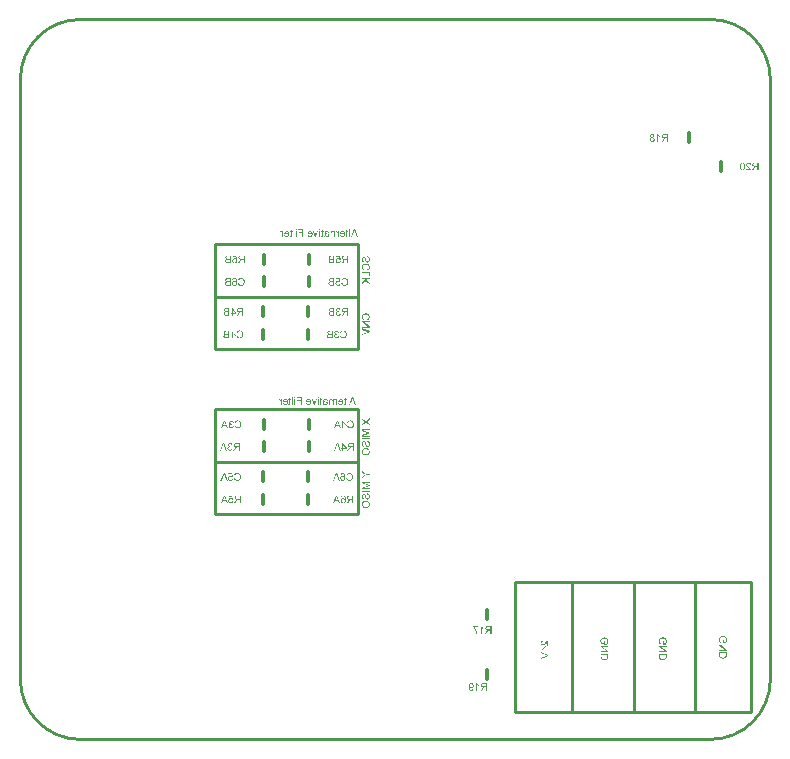
<source format=gbo>
G04*
G04 #@! TF.GenerationSoftware,Altium Limited,Altium Designer,22.9.1 (49)*
G04*
G04 Layer_Color=32896*
%FSLAX25Y25*%
%MOIN*%
G70*
G04*
G04 #@! TF.SameCoordinates,30CEAF04-E3BD-4145-9B8D-8DB9266C66AB*
G04*
G04*
G04 #@! TF.FilePolarity,Positive*
G04*
G01*
G75*
%ADD12C,0.01000*%
%ADD13C,0.01200*%
G36*
X199924Y169742D02*
X199609D01*
Y170101D01*
X199924D01*
Y169742D01*
D02*
G37*
G36*
X192165D02*
X191850D01*
Y170101D01*
X192165D01*
Y169742D01*
D02*
G37*
G36*
X202214Y169435D02*
X202292Y169428D01*
X202366Y169417D01*
X202425Y169405D01*
X202477Y169394D01*
X202514Y169383D01*
X202529Y169380D01*
X202540Y169376D01*
X202543Y169372D01*
X202547D01*
X202610Y169346D01*
X202665Y169313D01*
X202713Y169283D01*
X202754Y169254D01*
X202784Y169224D01*
X202806Y169202D01*
X202821Y169187D01*
X202824Y169184D01*
X202858Y169135D01*
X202887Y169084D01*
X202910Y169032D01*
X202928Y168984D01*
X202943Y168936D01*
X202954Y168902D01*
X202958Y168887D01*
Y168876D01*
X202961Y168873D01*
Y168869D01*
X202654Y168828D01*
X202632Y168895D01*
X202610Y168954D01*
X202584Y169002D01*
X202562Y169039D01*
X202540Y169069D01*
X202521Y169087D01*
X202506Y169098D01*
X202503Y169102D01*
X202458Y169128D01*
X202406Y169147D01*
X202351Y169161D01*
X202299Y169169D01*
X202247Y169176D01*
X202210Y169180D01*
X202173D01*
X202088Y169176D01*
X202014Y169165D01*
X201955Y169147D01*
X201903Y169128D01*
X201866Y169106D01*
X201837Y169091D01*
X201818Y169076D01*
X201814Y169072D01*
X201785Y169039D01*
X201763Y168999D01*
X201744Y168954D01*
X201733Y168910D01*
X201726Y168869D01*
X201722Y168832D01*
Y168810D01*
Y168806D01*
Y168802D01*
Y168795D01*
Y168780D01*
Y168754D01*
X201726Y168732D01*
Y168725D01*
Y168721D01*
X201763Y168710D01*
X201803Y168699D01*
X201888Y168677D01*
X201985Y168658D01*
X202073Y168640D01*
X202118Y168632D01*
X202158Y168629D01*
X202196Y168621D01*
X202225Y168617D01*
X202251Y168614D01*
X202270D01*
X202284Y168610D01*
X202288D01*
X202355Y168603D01*
X202410Y168591D01*
X202458Y168584D01*
X202495Y168577D01*
X202525Y168573D01*
X202547Y168566D01*
X202562Y168562D01*
X202566D01*
X202614Y168547D01*
X202654Y168532D01*
X202695Y168514D01*
X202728Y168499D01*
X202758Y168484D01*
X202776Y168469D01*
X202791Y168462D01*
X202795Y168458D01*
X202832Y168432D01*
X202861Y168403D01*
X202891Y168373D01*
X202913Y168344D01*
X202932Y168318D01*
X202947Y168296D01*
X202954Y168281D01*
X202958Y168277D01*
X202976Y168236D01*
X202991Y168192D01*
X203002Y168151D01*
X203010Y168111D01*
X203013Y168077D01*
X203017Y168051D01*
Y168036D01*
Y168029D01*
X203013Y167985D01*
X203010Y167948D01*
X202991Y167870D01*
X202965Y167807D01*
X202936Y167752D01*
X202906Y167707D01*
X202880Y167674D01*
X202861Y167655D01*
X202854Y167648D01*
X202787Y167600D01*
X202713Y167563D01*
X202632Y167537D01*
X202558Y167518D01*
X202491Y167507D01*
X202462Y167504D01*
X202436D01*
X202414Y167500D01*
X202384D01*
X202318Y167504D01*
X202251Y167511D01*
X202192Y167518D01*
X202140Y167530D01*
X202099Y167541D01*
X202066Y167552D01*
X202044Y167555D01*
X202036Y167559D01*
X201974Y167585D01*
X201914Y167618D01*
X201859Y167655D01*
X201803Y167689D01*
X201759Y167722D01*
X201726Y167748D01*
X201703Y167766D01*
X201700Y167774D01*
X201696D01*
X201689Y167726D01*
X201681Y167681D01*
X201674Y167641D01*
X201663Y167607D01*
X201652Y167578D01*
X201644Y167559D01*
X201641Y167544D01*
X201637Y167541D01*
X201308D01*
X201326Y167581D01*
X201344Y167622D01*
X201359Y167659D01*
X201367Y167692D01*
X201378Y167722D01*
X201381Y167744D01*
X201385Y167759D01*
Y167763D01*
X201389Y167789D01*
X201393Y167822D01*
Y167859D01*
X201396Y167900D01*
X201400Y167992D01*
Y168085D01*
X201404Y168173D01*
Y168214D01*
Y168247D01*
Y168277D01*
Y168299D01*
Y168314D01*
Y168318D01*
Y168739D01*
Y168810D01*
X201407Y168873D01*
X201411Y168921D01*
Y168962D01*
X201415Y168991D01*
X201418Y169013D01*
X201422Y169024D01*
Y169028D01*
X201433Y169076D01*
X201448Y169117D01*
X201463Y169150D01*
X201481Y169184D01*
X201496Y169206D01*
X201507Y169224D01*
X201515Y169235D01*
X201518Y169239D01*
X201548Y169269D01*
X201581Y169298D01*
X201618Y169320D01*
X201655Y169343D01*
X201689Y169357D01*
X201714Y169369D01*
X201733Y169376D01*
X201740Y169380D01*
X201800Y169398D01*
X201863Y169413D01*
X201925Y169424D01*
X201988Y169431D01*
X202044Y169435D01*
X202084Y169439D01*
X202125D01*
X202214Y169435D01*
D02*
G37*
G36*
X198625Y167541D02*
X198325D01*
X197619Y169398D01*
X197944D01*
X198355Y168262D01*
X198381Y168188D01*
X198407Y168122D01*
X198425Y168059D01*
X198444Y168011D01*
X198455Y167966D01*
X198466Y167937D01*
X198470Y167918D01*
X198473Y167911D01*
X198495Y167981D01*
X198514Y168051D01*
X198536Y168114D01*
X198555Y168170D01*
X198570Y168218D01*
X198581Y168255D01*
X198584Y168266D01*
X198588Y168277D01*
X198592Y168281D01*
Y168284D01*
X198991Y169398D01*
X199324D01*
X198625Y167541D01*
D02*
G37*
G36*
X209026Y169857D02*
Y169398D01*
X209259D01*
Y169154D01*
X209026D01*
Y168081D01*
Y168029D01*
Y167985D01*
X209022Y167944D01*
X209018Y167903D01*
Y167870D01*
X209015Y167840D01*
X209007Y167792D01*
X209000Y167755D01*
X208996Y167729D01*
X208989Y167715D01*
Y167711D01*
X208974Y167678D01*
X208952Y167652D01*
X208929Y167626D01*
X208911Y167607D01*
X208889Y167589D01*
X208874Y167578D01*
X208863Y167570D01*
X208859Y167567D01*
X208819Y167548D01*
X208778Y167537D01*
X208733Y167526D01*
X208689Y167522D01*
X208652Y167518D01*
X208622Y167515D01*
X208593D01*
X208511Y167518D01*
X208471Y167522D01*
X208434Y167530D01*
X208400Y167533D01*
X208375Y167537D01*
X208360Y167541D01*
X208352D01*
X208393Y167818D01*
X208423Y167815D01*
X208452Y167811D01*
X208478D01*
X208497Y167807D01*
X208534D01*
X208582Y167811D01*
X208615Y167818D01*
X208633Y167826D01*
X208641Y167829D01*
X208667Y167848D01*
X208682Y167866D01*
X208693Y167881D01*
X208696Y167888D01*
X208700Y167907D01*
X208704Y167933D01*
X208707Y167992D01*
X208711Y168018D01*
Y168040D01*
Y168055D01*
Y168062D01*
Y169154D01*
X208393D01*
Y169398D01*
X208711D01*
Y170046D01*
X209026Y169857D01*
D02*
G37*
G36*
X200867D02*
Y169398D01*
X201100D01*
Y169154D01*
X200867D01*
Y168081D01*
Y168029D01*
Y167985D01*
X200864Y167944D01*
X200860Y167903D01*
Y167870D01*
X200856Y167840D01*
X200849Y167792D01*
X200841Y167755D01*
X200838Y167729D01*
X200830Y167715D01*
Y167711D01*
X200815Y167678D01*
X200793Y167652D01*
X200771Y167626D01*
X200752Y167607D01*
X200730Y167589D01*
X200715Y167578D01*
X200704Y167570D01*
X200701Y167567D01*
X200660Y167548D01*
X200619Y167537D01*
X200575Y167526D01*
X200531Y167522D01*
X200494Y167518D01*
X200464Y167515D01*
X200434D01*
X200353Y167518D01*
X200312Y167522D01*
X200275Y167530D01*
X200242Y167533D01*
X200216Y167537D01*
X200201Y167541D01*
X200194D01*
X200235Y167818D01*
X200264Y167815D01*
X200294Y167811D01*
X200320D01*
X200338Y167807D01*
X200375D01*
X200423Y167811D01*
X200457Y167818D01*
X200475Y167826D01*
X200482Y167829D01*
X200508Y167848D01*
X200523Y167866D01*
X200534Y167881D01*
X200538Y167888D01*
X200542Y167907D01*
X200545Y167933D01*
X200549Y167992D01*
X200553Y168018D01*
Y168040D01*
Y168055D01*
Y168062D01*
Y169154D01*
X200235D01*
Y169398D01*
X200553D01*
Y170046D01*
X200867Y169857D01*
D02*
G37*
G36*
X190522D02*
Y169398D01*
X190755D01*
Y169154D01*
X190522D01*
Y168081D01*
Y168029D01*
Y167985D01*
X190518Y167944D01*
X190515Y167903D01*
Y167870D01*
X190511Y167840D01*
X190504Y167792D01*
X190496Y167755D01*
X190492Y167729D01*
X190485Y167715D01*
Y167711D01*
X190470Y167678D01*
X190448Y167652D01*
X190426Y167626D01*
X190407Y167607D01*
X190385Y167589D01*
X190370Y167578D01*
X190359Y167570D01*
X190356Y167567D01*
X190315Y167548D01*
X190274Y167537D01*
X190230Y167526D01*
X190185Y167522D01*
X190148Y167518D01*
X190119Y167515D01*
X190089D01*
X190008Y167518D01*
X189967Y167522D01*
X189930Y167530D01*
X189897Y167533D01*
X189871Y167537D01*
X189856Y167541D01*
X189849D01*
X189889Y167818D01*
X189919Y167815D01*
X189948Y167811D01*
X189974D01*
X189993Y167807D01*
X190030D01*
X190078Y167811D01*
X190111Y167818D01*
X190130Y167826D01*
X190137Y167829D01*
X190163Y167848D01*
X190178Y167866D01*
X190189Y167881D01*
X190193Y167888D01*
X190196Y167907D01*
X190200Y167933D01*
X190204Y167992D01*
X190208Y168018D01*
Y168040D01*
Y168055D01*
Y168062D01*
Y169154D01*
X189889D01*
Y169398D01*
X190208D01*
Y170046D01*
X190522Y169857D01*
D02*
G37*
G36*
X207394Y169435D02*
X207461Y169428D01*
X207523Y169417D01*
X207583Y169398D01*
X207638Y169380D01*
X207690Y169357D01*
X207738Y169335D01*
X207779Y169309D01*
X207820Y169287D01*
X207853Y169261D01*
X207882Y169239D01*
X207905Y169220D01*
X207923Y169202D01*
X207938Y169191D01*
X207945Y169184D01*
X207949Y169180D01*
X207990Y169128D01*
X208027Y169072D01*
X208060Y169017D01*
X208090Y168958D01*
X208112Y168895D01*
X208130Y168836D01*
X208160Y168717D01*
X208171Y168666D01*
X208178Y168614D01*
X208182Y168569D01*
X208186Y168529D01*
X208190Y168495D01*
Y168473D01*
Y168455D01*
Y168451D01*
X208186Y168369D01*
X208178Y168292D01*
X208167Y168218D01*
X208153Y168151D01*
X208134Y168088D01*
X208116Y168029D01*
X208093Y167977D01*
X208071Y167929D01*
X208049Y167888D01*
X208027Y167851D01*
X208008Y167822D01*
X207990Y167796D01*
X207975Y167774D01*
X207964Y167759D01*
X207956Y167752D01*
X207953Y167748D01*
X207905Y167703D01*
X207856Y167666D01*
X207805Y167633D01*
X207749Y167604D01*
X207697Y167581D01*
X207642Y167559D01*
X207538Y167530D01*
X207490Y167522D01*
X207446Y167515D01*
X207405Y167507D01*
X207372Y167504D01*
X207346Y167500D01*
X207305D01*
X207190Y167507D01*
X207087Y167526D01*
X206994Y167548D01*
X206957Y167563D01*
X206920Y167578D01*
X206887Y167593D01*
X206857Y167607D01*
X206835Y167618D01*
X206813Y167630D01*
X206798Y167641D01*
X206787Y167648D01*
X206780Y167655D01*
X206776D01*
X206702Y167722D01*
X206643Y167792D01*
X206591Y167866D01*
X206554Y167937D01*
X206524Y167999D01*
X206513Y168029D01*
X206502Y168051D01*
X206495Y168073D01*
X206491Y168088D01*
X206487Y168096D01*
Y168099D01*
X206813Y168140D01*
X206843Y168070D01*
X206876Y168011D01*
X206909Y167959D01*
X206939Y167918D01*
X206965Y167888D01*
X206987Y167866D01*
X207006Y167851D01*
X207009Y167848D01*
X207057Y167818D01*
X207105Y167796D01*
X207157Y167781D01*
X207202Y167770D01*
X207242Y167763D01*
X207276Y167759D01*
X207305D01*
X207350Y167763D01*
X207390Y167766D01*
X207464Y167785D01*
X207531Y167811D01*
X207590Y167840D01*
X207634Y167866D01*
X207668Y167892D01*
X207690Y167911D01*
X207694Y167918D01*
X207697D01*
X207749Y167985D01*
X207790Y168059D01*
X207820Y168140D01*
X207842Y168214D01*
X207853Y168281D01*
X207860Y168310D01*
X207864Y168336D01*
Y168358D01*
X207868Y168373D01*
Y168384D01*
Y168388D01*
X206480D01*
X206476Y168425D01*
Y168451D01*
Y168466D01*
Y168469D01*
X206480Y168554D01*
X206487Y168632D01*
X206499Y168706D01*
X206513Y168777D01*
X206532Y168839D01*
X206550Y168899D01*
X206573Y168950D01*
X206595Y168999D01*
X206617Y169043D01*
X206639Y169080D01*
X206658Y169109D01*
X206676Y169135D01*
X206691Y169158D01*
X206702Y169172D01*
X206710Y169180D01*
X206713Y169184D01*
X206758Y169228D01*
X206806Y169269D01*
X206857Y169302D01*
X206909Y169332D01*
X206961Y169357D01*
X207009Y169376D01*
X207061Y169394D01*
X207105Y169405D01*
X207154Y169417D01*
X207194Y169424D01*
X207231Y169431D01*
X207261Y169435D01*
X207287Y169439D01*
X207324D01*
X207394Y169435D01*
D02*
G37*
G36*
X196649D02*
X196716Y169428D01*
X196779Y169417D01*
X196838Y169398D01*
X196893Y169380D01*
X196945Y169357D01*
X196993Y169335D01*
X197034Y169309D01*
X197075Y169287D01*
X197108Y169261D01*
X197138Y169239D01*
X197160Y169220D01*
X197178Y169202D01*
X197193Y169191D01*
X197201Y169184D01*
X197204Y169180D01*
X197245Y169128D01*
X197282Y169072D01*
X197315Y169017D01*
X197345Y168958D01*
X197367Y168895D01*
X197386Y168836D01*
X197415Y168717D01*
X197426Y168666D01*
X197434Y168614D01*
X197437Y168569D01*
X197441Y168529D01*
X197445Y168495D01*
Y168473D01*
Y168455D01*
Y168451D01*
X197441Y168369D01*
X197434Y168292D01*
X197423Y168218D01*
X197408Y168151D01*
X197389Y168088D01*
X197371Y168029D01*
X197348Y167977D01*
X197326Y167929D01*
X197304Y167888D01*
X197282Y167851D01*
X197263Y167822D01*
X197245Y167796D01*
X197230Y167774D01*
X197219Y167759D01*
X197212Y167752D01*
X197208Y167748D01*
X197160Y167703D01*
X197112Y167666D01*
X197060Y167633D01*
X197004Y167604D01*
X196953Y167581D01*
X196897Y167559D01*
X196793Y167530D01*
X196745Y167522D01*
X196701Y167515D01*
X196660Y167507D01*
X196627Y167504D01*
X196601Y167500D01*
X196560D01*
X196446Y167507D01*
X196342Y167526D01*
X196250Y167548D01*
X196213Y167563D01*
X196176Y167578D01*
X196142Y167593D01*
X196113Y167607D01*
X196090Y167618D01*
X196068Y167630D01*
X196054Y167641D01*
X196042Y167648D01*
X196035Y167655D01*
X196031D01*
X195957Y167722D01*
X195898Y167792D01*
X195846Y167866D01*
X195809Y167937D01*
X195780Y167999D01*
X195769Y168029D01*
X195757Y168051D01*
X195750Y168073D01*
X195746Y168088D01*
X195743Y168096D01*
Y168099D01*
X196068Y168140D01*
X196098Y168070D01*
X196131Y168011D01*
X196165Y167959D01*
X196194Y167918D01*
X196220Y167888D01*
X196242Y167866D01*
X196261Y167851D01*
X196264Y167848D01*
X196312Y167818D01*
X196361Y167796D01*
X196412Y167781D01*
X196457Y167770D01*
X196497Y167763D01*
X196531Y167759D01*
X196560D01*
X196605Y167763D01*
X196645Y167766D01*
X196720Y167785D01*
X196786Y167811D01*
X196845Y167840D01*
X196890Y167866D01*
X196923Y167892D01*
X196945Y167911D01*
X196949Y167918D01*
X196953D01*
X197004Y167985D01*
X197045Y168059D01*
X197075Y168140D01*
X197097Y168214D01*
X197108Y168281D01*
X197115Y168310D01*
X197119Y168336D01*
Y168358D01*
X197123Y168373D01*
Y168384D01*
Y168388D01*
X195735D01*
X195732Y168425D01*
Y168451D01*
Y168466D01*
Y168469D01*
X195735Y168554D01*
X195743Y168632D01*
X195754Y168706D01*
X195769Y168777D01*
X195787Y168839D01*
X195806Y168899D01*
X195828Y168950D01*
X195850Y168999D01*
X195872Y169043D01*
X195894Y169080D01*
X195913Y169109D01*
X195931Y169135D01*
X195946Y169158D01*
X195957Y169172D01*
X195965Y169180D01*
X195968Y169184D01*
X196013Y169228D01*
X196061Y169269D01*
X196113Y169302D01*
X196165Y169332D01*
X196216Y169357D01*
X196264Y169376D01*
X196316Y169394D01*
X196361Y169405D01*
X196409Y169417D01*
X196449Y169424D01*
X196486Y169431D01*
X196516Y169435D01*
X196542Y169439D01*
X196579D01*
X196649Y169435D01*
D02*
G37*
G36*
X188890D02*
X188957Y169428D01*
X189020Y169417D01*
X189079Y169398D01*
X189135Y169380D01*
X189186Y169357D01*
X189234Y169335D01*
X189275Y169309D01*
X189316Y169287D01*
X189349Y169261D01*
X189379Y169239D01*
X189401Y169220D01*
X189419Y169202D01*
X189434Y169191D01*
X189442Y169184D01*
X189445Y169180D01*
X189486Y169128D01*
X189523Y169072D01*
X189556Y169017D01*
X189586Y168958D01*
X189608Y168895D01*
X189627Y168836D01*
X189656Y168717D01*
X189667Y168666D01*
X189675Y168614D01*
X189678Y168569D01*
X189682Y168529D01*
X189686Y168495D01*
Y168473D01*
Y168455D01*
Y168451D01*
X189682Y168369D01*
X189675Y168292D01*
X189664Y168218D01*
X189649Y168151D01*
X189630Y168088D01*
X189612Y168029D01*
X189590Y167977D01*
X189567Y167929D01*
X189545Y167888D01*
X189523Y167851D01*
X189505Y167822D01*
X189486Y167796D01*
X189471Y167774D01*
X189460Y167759D01*
X189453Y167752D01*
X189449Y167748D01*
X189401Y167703D01*
X189353Y167666D01*
X189301Y167633D01*
X189245Y167604D01*
X189194Y167581D01*
X189138Y167559D01*
X189035Y167530D01*
X188987Y167522D01*
X188942Y167515D01*
X188901Y167507D01*
X188868Y167504D01*
X188842Y167500D01*
X188802D01*
X188687Y167507D01*
X188583Y167526D01*
X188491Y167548D01*
X188454Y167563D01*
X188417Y167578D01*
X188383Y167593D01*
X188354Y167607D01*
X188332Y167618D01*
X188309Y167630D01*
X188295Y167641D01*
X188284Y167648D01*
X188276Y167655D01*
X188272D01*
X188198Y167722D01*
X188139Y167792D01*
X188087Y167866D01*
X188050Y167937D01*
X188021Y167999D01*
X188010Y168029D01*
X187999Y168051D01*
X187991Y168073D01*
X187987Y168088D01*
X187984Y168096D01*
Y168099D01*
X188309Y168140D01*
X188339Y168070D01*
X188372Y168011D01*
X188406Y167959D01*
X188435Y167918D01*
X188461Y167888D01*
X188483Y167866D01*
X188502Y167851D01*
X188505Y167848D01*
X188554Y167818D01*
X188602Y167796D01*
X188654Y167781D01*
X188698Y167770D01*
X188739Y167763D01*
X188772Y167759D01*
X188802D01*
X188846Y167763D01*
X188887Y167766D01*
X188961Y167785D01*
X189027Y167811D01*
X189086Y167840D01*
X189131Y167866D01*
X189164Y167892D01*
X189186Y167911D01*
X189190Y167918D01*
X189194D01*
X189245Y167985D01*
X189286Y168059D01*
X189316Y168140D01*
X189338Y168214D01*
X189349Y168281D01*
X189357Y168310D01*
X189360Y168336D01*
Y168358D01*
X189364Y168373D01*
Y168384D01*
Y168388D01*
X187976D01*
X187973Y168425D01*
Y168451D01*
Y168466D01*
Y168469D01*
X187976Y168554D01*
X187984Y168632D01*
X187995Y168706D01*
X188010Y168777D01*
X188028Y168839D01*
X188047Y168899D01*
X188069Y168950D01*
X188091Y168999D01*
X188113Y169043D01*
X188136Y169080D01*
X188154Y169109D01*
X188172Y169135D01*
X188187Y169158D01*
X188198Y169172D01*
X188206Y169180D01*
X188209Y169184D01*
X188254Y169228D01*
X188302Y169269D01*
X188354Y169302D01*
X188406Y169332D01*
X188457Y169357D01*
X188505Y169376D01*
X188557Y169394D01*
X188602Y169405D01*
X188650Y169417D01*
X188690Y169424D01*
X188727Y169431D01*
X188757Y169435D01*
X188783Y169439D01*
X188820D01*
X188890Y169435D01*
D02*
G37*
G36*
X212500Y167541D02*
X212141D01*
X211864Y168318D01*
X210791D01*
X210491Y167541D01*
X210106D01*
X211153Y170101D01*
X211523D01*
X212500Y167541D01*
D02*
G37*
G36*
X209880D02*
X209566D01*
Y170101D01*
X209880D01*
Y167541D01*
D02*
G37*
G36*
X205451Y169435D02*
X205488Y169428D01*
X205525Y169417D01*
X205555Y169405D01*
X205577Y169394D01*
X205599Y169383D01*
X205611Y169376D01*
X205614Y169372D01*
X205648Y169343D01*
X205681Y169306D01*
X205714Y169261D01*
X205744Y169220D01*
X205773Y169180D01*
X205792Y169147D01*
X205807Y169121D01*
X205810Y169117D01*
Y169398D01*
X206095D01*
Y167541D01*
X205781D01*
Y168510D01*
X205777Y168584D01*
X205773Y168651D01*
X205766Y168714D01*
X205755Y168769D01*
X205744Y168814D01*
X205736Y168847D01*
X205733Y168869D01*
X205729Y168876D01*
X205714Y168917D01*
X205696Y168950D01*
X205677Y168980D01*
X205659Y169006D01*
X205640Y169024D01*
X205629Y169039D01*
X205618Y169047D01*
X205614Y169050D01*
X205585Y169072D01*
X205551Y169087D01*
X205518Y169098D01*
X205492Y169106D01*
X205466Y169109D01*
X205448Y169113D01*
X205429D01*
X205389Y169109D01*
X205348Y169102D01*
X205307Y169091D01*
X205274Y169080D01*
X205244Y169069D01*
X205222Y169058D01*
X205207Y169050D01*
X205204Y169047D01*
X205089Y169335D01*
X205152Y169369D01*
X205211Y169394D01*
X205263Y169413D01*
X205311Y169428D01*
X205352Y169435D01*
X205385Y169439D01*
X205411D01*
X205451Y169435D01*
D02*
G37*
G36*
X204101D02*
X204168Y169424D01*
X204227Y169409D01*
X204286Y169391D01*
X204338Y169369D01*
X204386Y169343D01*
X204430Y169313D01*
X204467Y169287D01*
X204504Y169257D01*
X204534Y169228D01*
X204560Y169202D01*
X204582Y169180D01*
X204597Y169161D01*
X204608Y169147D01*
X204615Y169135D01*
X204619Y169132D01*
Y169398D01*
X204900D01*
Y167541D01*
X204586D01*
Y168551D01*
Y168614D01*
X204578Y168677D01*
X204571Y168728D01*
X204563Y168777D01*
X204552Y168821D01*
X204541Y168862D01*
X204526Y168899D01*
X204512Y168928D01*
X204501Y168954D01*
X204486Y168976D01*
X204475Y168995D01*
X204464Y169010D01*
X204449Y169028D01*
X204441Y169035D01*
X204386Y169080D01*
X204327Y169109D01*
X204268Y169132D01*
X204216Y169150D01*
X204168Y169158D01*
X204131Y169161D01*
X204116Y169165D01*
X204097D01*
X204053Y169161D01*
X204009Y169158D01*
X203972Y169147D01*
X203942Y169135D01*
X203916Y169124D01*
X203894Y169117D01*
X203883Y169109D01*
X203879Y169106D01*
X203846Y169084D01*
X203816Y169058D01*
X203794Y169032D01*
X203775Y169010D01*
X203764Y168987D01*
X203753Y168969D01*
X203746Y168958D01*
Y168954D01*
X203735Y168913D01*
X203724Y168869D01*
X203716Y168821D01*
X203713Y168773D01*
X203709Y168732D01*
Y168699D01*
Y168673D01*
Y168669D01*
Y168666D01*
Y167541D01*
X203394D01*
Y168680D01*
Y168758D01*
X203398Y168821D01*
X203402Y168873D01*
Y168917D01*
X203405Y168947D01*
X203409Y168969D01*
X203413Y168984D01*
Y168987D01*
X203424Y169035D01*
X203442Y169080D01*
X203457Y169117D01*
X203472Y169154D01*
X203490Y169180D01*
X203502Y169198D01*
X203509Y169213D01*
X203513Y169217D01*
X203542Y169254D01*
X203576Y169283D01*
X203609Y169313D01*
X203646Y169335D01*
X203676Y169354D01*
X203701Y169365D01*
X203716Y169372D01*
X203724Y169376D01*
X203775Y169398D01*
X203831Y169413D01*
X203883Y169424D01*
X203931Y169431D01*
X203972Y169435D01*
X204001Y169439D01*
X204031D01*
X204101Y169435D01*
D02*
G37*
G36*
X199924Y167541D02*
X199609D01*
Y169398D01*
X199924D01*
Y167541D01*
D02*
G37*
G36*
X194296D02*
X193956D01*
Y168702D01*
X192753D01*
Y169006D01*
X193956D01*
Y169798D01*
X192564D01*
Y170101D01*
X194296D01*
Y167541D01*
D02*
G37*
G36*
X192165D02*
X191850D01*
Y169398D01*
X192165D01*
Y167541D01*
D02*
G37*
G36*
X191377D02*
X191062D01*
Y170101D01*
X191377D01*
Y167541D01*
D02*
G37*
G36*
X186948Y169435D02*
X186985Y169428D01*
X187022Y169417D01*
X187051Y169405D01*
X187074Y169394D01*
X187096Y169383D01*
X187107Y169376D01*
X187111Y169372D01*
X187144Y169343D01*
X187177Y169306D01*
X187211Y169261D01*
X187240Y169220D01*
X187270Y169180D01*
X187288Y169147D01*
X187303Y169121D01*
X187307Y169117D01*
Y169398D01*
X187592D01*
Y167541D01*
X187277D01*
Y168510D01*
X187273Y168584D01*
X187270Y168651D01*
X187262Y168714D01*
X187251Y168769D01*
X187240Y168814D01*
X187233Y168847D01*
X187229Y168869D01*
X187225Y168876D01*
X187211Y168917D01*
X187192Y168950D01*
X187173Y168980D01*
X187155Y169006D01*
X187136Y169024D01*
X187125Y169039D01*
X187114Y169047D01*
X187111Y169050D01*
X187081Y169072D01*
X187048Y169087D01*
X187014Y169098D01*
X186988Y169106D01*
X186963Y169109D01*
X186944Y169113D01*
X186926D01*
X186885Y169109D01*
X186844Y169102D01*
X186803Y169091D01*
X186770Y169080D01*
X186741Y169069D01*
X186718Y169058D01*
X186704Y169050D01*
X186700Y169047D01*
X186585Y169335D01*
X186648Y169369D01*
X186707Y169394D01*
X186759Y169413D01*
X186807Y169428D01*
X186848Y169435D01*
X186881Y169439D01*
X186907D01*
X186948Y169435D01*
D02*
G37*
G36*
X215727Y160993D02*
X215815Y160978D01*
X215893Y160956D01*
X215964Y160930D01*
X216019Y160904D01*
X216041Y160893D01*
X216060Y160885D01*
X216074Y160874D01*
X216086Y160871D01*
X216093Y160863D01*
X216097D01*
X216167Y160808D01*
X216230Y160748D01*
X216282Y160686D01*
X216326Y160626D01*
X216359Y160574D01*
X216382Y160530D01*
X216389Y160515D01*
X216396Y160504D01*
X216400Y160497D01*
Y160493D01*
X216433Y160401D01*
X216459Y160304D01*
X216474Y160208D01*
X216489Y160116D01*
X216493Y160071D01*
X216496Y160034D01*
Y160001D01*
X216500Y159971D01*
Y159912D01*
X216496Y159812D01*
X216485Y159720D01*
X216467Y159635D01*
X216448Y159564D01*
X216433Y159505D01*
X216422Y159479D01*
X216415Y159457D01*
X216407Y159442D01*
X216404Y159431D01*
X216400Y159424D01*
Y159420D01*
X216359Y159342D01*
X216315Y159276D01*
X216267Y159217D01*
X216223Y159169D01*
X216185Y159132D01*
X216152Y159106D01*
X216130Y159087D01*
X216126Y159083D01*
X216123D01*
X216052Y159043D01*
X215986Y159013D01*
X215923Y158995D01*
X215864Y158980D01*
X215812Y158972D01*
X215771Y158965D01*
X215756D01*
X215745D01*
X215741D01*
X215738D01*
X215664Y158969D01*
X215594Y158980D01*
X215531Y158998D01*
X215479Y159017D01*
X215434Y159039D01*
X215401Y159054D01*
X215383Y159069D01*
X215375Y159072D01*
X215320Y159117D01*
X215268Y159169D01*
X215224Y159224D01*
X215183Y159280D01*
X215153Y159328D01*
X215131Y159368D01*
X215124Y159383D01*
X215116Y159394D01*
X215112Y159402D01*
Y159405D01*
X215098Y159435D01*
X215087Y159472D01*
X215072Y159513D01*
X215057Y159557D01*
X215031Y159650D01*
X215005Y159746D01*
X214994Y159790D01*
X214983Y159831D01*
X214972Y159871D01*
X214965Y159905D01*
X214957Y159931D01*
X214953Y159953D01*
X214950Y159968D01*
Y159971D01*
X214931Y160045D01*
X214916Y160112D01*
X214898Y160171D01*
X214883Y160223D01*
X214865Y160271D01*
X214850Y160312D01*
X214835Y160349D01*
X214824Y160382D01*
X214809Y160408D01*
X214798Y160430D01*
X214791Y160445D01*
X214779Y160460D01*
X214768Y160478D01*
X214765Y160482D01*
X214728Y160515D01*
X214691Y160538D01*
X214654Y160556D01*
X214617Y160567D01*
X214587Y160574D01*
X214561Y160578D01*
X214546D01*
X214539D01*
X214480Y160571D01*
X214428Y160556D01*
X214384Y160534D01*
X214343Y160508D01*
X214313Y160486D01*
X214287Y160464D01*
X214273Y160449D01*
X214269Y160441D01*
X214250Y160412D01*
X214232Y160382D01*
X214202Y160312D01*
X214184Y160238D01*
X214169Y160164D01*
X214162Y160097D01*
X214158Y160068D01*
X214154Y160045D01*
Y159994D01*
X214158Y159890D01*
X214173Y159798D01*
X214195Y159723D01*
X214217Y159661D01*
X214239Y159613D01*
X214262Y159575D01*
X214276Y159557D01*
X214280Y159550D01*
X214332Y159498D01*
X214387Y159457D01*
X214446Y159424D01*
X214506Y159402D01*
X214561Y159387D01*
X214602Y159376D01*
X214620Y159372D01*
X214632Y159368D01*
X214639D01*
X214643D01*
X214617Y159043D01*
X214535Y159050D01*
X214461Y159069D01*
X214391Y159087D01*
X214332Y159113D01*
X214284Y159135D01*
X214247Y159154D01*
X214236Y159161D01*
X214225Y159169D01*
X214221Y159172D01*
X214217D01*
X214154Y159220D01*
X214099Y159272D01*
X214051Y159328D01*
X214014Y159383D01*
X213980Y159431D01*
X213962Y159468D01*
X213954Y159483D01*
X213947Y159494D01*
X213943Y159502D01*
Y159505D01*
X213914Y159587D01*
X213892Y159675D01*
X213873Y159757D01*
X213862Y159835D01*
X213855Y159905D01*
Y159931D01*
X213851Y159957D01*
Y160005D01*
X213855Y160101D01*
X213866Y160186D01*
X213880Y160267D01*
X213895Y160338D01*
X213910Y160393D01*
X213917Y160419D01*
X213925Y160438D01*
X213932Y160452D01*
X213936Y160464D01*
X213940Y160471D01*
Y160475D01*
X213977Y160549D01*
X214017Y160615D01*
X214062Y160671D01*
X214102Y160715D01*
X214139Y160748D01*
X214169Y160774D01*
X214191Y160793D01*
X214195Y160796D01*
X214199D01*
X214262Y160834D01*
X214324Y160859D01*
X214387Y160878D01*
X214443Y160889D01*
X214491Y160896D01*
X214528Y160904D01*
X214543D01*
X214554D01*
X214558D01*
X214561D01*
X214624Y160900D01*
X214683Y160889D01*
X214739Y160874D01*
X214787Y160859D01*
X214824Y160845D01*
X214854Y160830D01*
X214872Y160819D01*
X214879Y160815D01*
X214931Y160778D01*
X214979Y160734D01*
X215020Y160689D01*
X215053Y160645D01*
X215083Y160608D01*
X215101Y160574D01*
X215116Y160552D01*
X215120Y160549D01*
Y160545D01*
X215135Y160515D01*
X215149Y160482D01*
X215175Y160408D01*
X215201Y160323D01*
X215227Y160241D01*
X215249Y160168D01*
X215257Y160134D01*
X215264Y160105D01*
X215272Y160082D01*
X215275Y160064D01*
X215279Y160053D01*
Y160049D01*
X215294Y159986D01*
X215309Y159927D01*
X215323Y159875D01*
X215335Y159831D01*
X215346Y159786D01*
X215357Y159749D01*
X215364Y159716D01*
X215375Y159690D01*
X215383Y159664D01*
X215386Y159646D01*
X215397Y159616D01*
X215401Y159598D01*
X215405Y159594D01*
X215427Y159538D01*
X215453Y159490D01*
X215479Y159450D01*
X215501Y159420D01*
X215523Y159394D01*
X215538Y159379D01*
X215549Y159368D01*
X215553Y159365D01*
X215586Y159339D01*
X215623Y159320D01*
X215660Y159309D01*
X215690Y159298D01*
X215719Y159294D01*
X215741Y159291D01*
X215760D01*
X215764D01*
X215808Y159294D01*
X215849Y159302D01*
X215886Y159313D01*
X215915Y159328D01*
X215945Y159342D01*
X215964Y159353D01*
X215978Y159361D01*
X215982Y159365D01*
X216019Y159394D01*
X216049Y159431D01*
X216074Y159468D01*
X216100Y159502D01*
X216115Y159535D01*
X216130Y159561D01*
X216137Y159579D01*
X216141Y159587D01*
X216160Y159642D01*
X216174Y159701D01*
X216182Y159760D01*
X216189Y159812D01*
X216193Y159857D01*
X216197Y159894D01*
Y159927D01*
X216193Y160008D01*
X216185Y160082D01*
X216174Y160149D01*
X216160Y160208D01*
X216145Y160256D01*
X216134Y160293D01*
X216130Y160304D01*
X216126Y160316D01*
X216123Y160319D01*
Y160323D01*
X216093Y160382D01*
X216060Y160438D01*
X216026Y160478D01*
X215993Y160515D01*
X215967Y160545D01*
X215941Y160563D01*
X215927Y160574D01*
X215923Y160578D01*
X215875Y160604D01*
X215823Y160630D01*
X215767Y160645D01*
X215719Y160660D01*
X215671Y160671D01*
X215638Y160678D01*
X215623D01*
X215612Y160682D01*
X215608D01*
X215605D01*
X215634Y161000D01*
X215727Y160993D01*
D02*
G37*
G36*
X215290Y158591D02*
X215420Y158577D01*
X215534Y158558D01*
X215590Y158543D01*
X215638Y158532D01*
X215682Y158521D01*
X215723Y158506D01*
X215760Y158495D01*
X215790Y158488D01*
X215812Y158477D01*
X215830Y158473D01*
X215841Y158466D01*
X215845D01*
X215956Y158410D01*
X216056Y158347D01*
X216141Y158281D01*
X216174Y158247D01*
X216208Y158218D01*
X216237Y158188D01*
X216263Y158158D01*
X216285Y158133D01*
X216300Y158110D01*
X216315Y158096D01*
X216326Y158081D01*
X216330Y158073D01*
X216334Y158070D01*
X216363Y158018D01*
X216389Y157966D01*
X216430Y157855D01*
X216459Y157744D01*
X216478Y157637D01*
X216485Y157585D01*
X216493Y157541D01*
X216496Y157500D01*
Y157466D01*
X216500Y157437D01*
Y157396D01*
X216496Y157322D01*
X216489Y157252D01*
X216481Y157185D01*
X216467Y157122D01*
X216448Y157063D01*
X216430Y157008D01*
X216411Y156956D01*
X216389Y156908D01*
X216371Y156867D01*
X216352Y156826D01*
X216334Y156797D01*
X216315Y156767D01*
X216300Y156749D01*
X216293Y156730D01*
X216285Y156723D01*
X216282Y156719D01*
X216237Y156667D01*
X216193Y156623D01*
X216141Y156582D01*
X216089Y156542D01*
X215986Y156475D01*
X215882Y156423D01*
X215834Y156401D01*
X215790Y156382D01*
X215749Y156368D01*
X215716Y156357D01*
X215686Y156345D01*
X215664Y156338D01*
X215649Y156334D01*
X215645D01*
X215560Y156675D01*
X215619Y156690D01*
X215675Y156708D01*
X215727Y156727D01*
X215775Y156745D01*
X215819Y156767D01*
X215856Y156789D01*
X215893Y156815D01*
X215927Y156837D01*
X215956Y156856D01*
X215978Y156878D01*
X216001Y156897D01*
X216019Y156912D01*
X216030Y156926D01*
X216041Y156937D01*
X216045Y156941D01*
X216049Y156945D01*
X216078Y156982D01*
X216100Y157023D01*
X216141Y157104D01*
X216171Y157182D01*
X216189Y157259D01*
X216204Y157326D01*
X216208Y157352D01*
Y157378D01*
X216211Y157400D01*
Y157426D01*
X216208Y157511D01*
X216193Y157592D01*
X216174Y157666D01*
X216152Y157733D01*
X216130Y157785D01*
X216119Y157807D01*
X216111Y157825D01*
X216104Y157840D01*
X216097Y157851D01*
X216093Y157859D01*
Y157862D01*
X216041Y157933D01*
X215986Y157992D01*
X215923Y158044D01*
X215864Y158084D01*
X215812Y158118D01*
X215767Y158140D01*
X215749Y158147D01*
X215738Y158155D01*
X215730Y158158D01*
X215727D01*
X215631Y158188D01*
X215534Y158210D01*
X215438Y158229D01*
X215349Y158240D01*
X215309Y158244D01*
X215272Y158247D01*
X215238D01*
X215212Y158251D01*
X215190D01*
X215172D01*
X215161D01*
X215157D01*
X215061Y158247D01*
X214972Y158240D01*
X214891Y158225D01*
X214816Y158210D01*
X214754Y158199D01*
X214728Y158192D01*
X214705Y158184D01*
X214687Y158181D01*
X214676Y158177D01*
X214668Y158173D01*
X214665D01*
X214580Y158136D01*
X214502Y158096D01*
X214439Y158051D01*
X214384Y158003D01*
X214339Y157962D01*
X214310Y157929D01*
X214291Y157903D01*
X214284Y157899D01*
Y157896D01*
X214236Y157818D01*
X214199Y157733D01*
X214173Y157651D01*
X214158Y157574D01*
X214147Y157503D01*
X214143Y157474D01*
Y157448D01*
X214139Y157430D01*
Y157400D01*
X214143Y157307D01*
X214158Y157222D01*
X214180Y157152D01*
X214202Y157089D01*
X214228Y157041D01*
X214247Y157004D01*
X214262Y156982D01*
X214269Y156974D01*
X214324Y156915D01*
X214387Y156860D01*
X214454Y156815D01*
X214521Y156778D01*
X214580Y156749D01*
X214609Y156738D01*
X214632Y156730D01*
X214650Y156723D01*
X214665Y156715D01*
X214672Y156712D01*
X214676D01*
X214598Y156379D01*
X214532Y156401D01*
X214472Y156423D01*
X214417Y156453D01*
X214361Y156479D01*
X214313Y156508D01*
X214269Y156542D01*
X214225Y156571D01*
X214188Y156601D01*
X214158Y156630D01*
X214128Y156656D01*
X214102Y156682D01*
X214084Y156701D01*
X214065Y156719D01*
X214054Y156734D01*
X214051Y156741D01*
X214047Y156745D01*
X214014Y156797D01*
X213980Y156849D01*
X213954Y156900D01*
X213932Y156956D01*
X213899Y157067D01*
X213877Y157167D01*
X213866Y157215D01*
X213862Y157256D01*
X213858Y157296D01*
X213855Y157330D01*
X213851Y157355D01*
Y157393D01*
X213858Y157515D01*
X213877Y157633D01*
X213899Y157737D01*
X213914Y157785D01*
X213929Y157829D01*
X213943Y157870D01*
X213958Y157907D01*
X213969Y157936D01*
X213980Y157966D01*
X213991Y157984D01*
X213999Y157999D01*
X214002Y158010D01*
X214006Y158014D01*
X214069Y158114D01*
X214143Y158199D01*
X214217Y158273D01*
X214291Y158336D01*
X214358Y158384D01*
X214387Y158403D01*
X214413Y158417D01*
X214432Y158432D01*
X214446Y158440D01*
X214458Y158443D01*
X214461Y158447D01*
X214576Y158499D01*
X214694Y158536D01*
X214813Y158562D01*
X214920Y158580D01*
X214968Y158588D01*
X215016Y158591D01*
X215053Y158595D01*
X215090D01*
X215116Y158599D01*
X215138D01*
X215153D01*
X215157D01*
X215290Y158591D01*
D02*
G37*
G36*
X216456Y154329D02*
X216152D01*
Y155591D01*
X213895D01*
Y155931D01*
X216456D01*
Y154329D01*
D02*
G37*
G36*
Y153600D02*
X215568D01*
X215164Y153182D01*
X216456Y152272D01*
Y151824D01*
X214935Y152945D01*
X213895Y151872D01*
Y152335D01*
X215168Y153600D01*
X213895D01*
Y153940D01*
X216456D01*
Y153600D01*
D02*
G37*
G36*
X215290Y141993D02*
X215420Y141978D01*
X215534Y141959D01*
X215590Y141945D01*
X215638Y141933D01*
X215682Y141922D01*
X215723Y141908D01*
X215760Y141896D01*
X215790Y141889D01*
X215812Y141878D01*
X215830Y141874D01*
X215841Y141867D01*
X215845D01*
X215956Y141811D01*
X216056Y141748D01*
X216141Y141682D01*
X216174Y141648D01*
X216208Y141619D01*
X216237Y141589D01*
X216263Y141560D01*
X216285Y141534D01*
X216300Y141512D01*
X216315Y141497D01*
X216326Y141482D01*
X216330Y141475D01*
X216334Y141471D01*
X216363Y141419D01*
X216389Y141367D01*
X216430Y141256D01*
X216459Y141145D01*
X216478Y141038D01*
X216485Y140986D01*
X216493Y140942D01*
X216496Y140901D01*
Y140868D01*
X216500Y140838D01*
Y140797D01*
X216496Y140724D01*
X216489Y140653D01*
X216481Y140587D01*
X216467Y140524D01*
X216448Y140464D01*
X216430Y140409D01*
X216411Y140357D01*
X216389Y140309D01*
X216371Y140268D01*
X216352Y140228D01*
X216334Y140198D01*
X216315Y140168D01*
X216300Y140150D01*
X216293Y140131D01*
X216285Y140124D01*
X216282Y140120D01*
X216237Y140069D01*
X216193Y140024D01*
X216141Y139983D01*
X216089Y139943D01*
X215986Y139876D01*
X215882Y139824D01*
X215834Y139802D01*
X215790Y139784D01*
X215749Y139769D01*
X215716Y139758D01*
X215686Y139747D01*
X215664Y139739D01*
X215649Y139736D01*
X215645D01*
X215560Y140076D01*
X215619Y140091D01*
X215675Y140109D01*
X215727Y140128D01*
X215775Y140146D01*
X215819Y140168D01*
X215856Y140191D01*
X215893Y140217D01*
X215927Y140239D01*
X215956Y140257D01*
X215978Y140279D01*
X216001Y140298D01*
X216019Y140313D01*
X216030Y140328D01*
X216041Y140339D01*
X216045Y140342D01*
X216049Y140346D01*
X216078Y140383D01*
X216100Y140424D01*
X216141Y140505D01*
X216171Y140583D01*
X216189Y140661D01*
X216204Y140727D01*
X216208Y140753D01*
Y140779D01*
X216211Y140801D01*
Y140827D01*
X216208Y140912D01*
X216193Y140994D01*
X216174Y141068D01*
X216152Y141134D01*
X216130Y141186D01*
X216119Y141208D01*
X216111Y141227D01*
X216104Y141242D01*
X216097Y141253D01*
X216093Y141260D01*
Y141264D01*
X216041Y141334D01*
X215986Y141393D01*
X215923Y141445D01*
X215864Y141486D01*
X215812Y141519D01*
X215767Y141541D01*
X215749Y141549D01*
X215738Y141556D01*
X215730Y141560D01*
X215727D01*
X215631Y141589D01*
X215534Y141612D01*
X215438Y141630D01*
X215349Y141641D01*
X215309Y141645D01*
X215272Y141648D01*
X215238D01*
X215212Y141652D01*
X215190D01*
X215172D01*
X215161D01*
X215157D01*
X215061Y141648D01*
X214972Y141641D01*
X214891Y141626D01*
X214816Y141612D01*
X214754Y141600D01*
X214728Y141593D01*
X214705Y141586D01*
X214687Y141582D01*
X214676Y141578D01*
X214668Y141575D01*
X214665D01*
X214580Y141537D01*
X214502Y141497D01*
X214439Y141452D01*
X214384Y141404D01*
X214339Y141364D01*
X214310Y141330D01*
X214291Y141304D01*
X214284Y141301D01*
Y141297D01*
X214236Y141219D01*
X214199Y141134D01*
X214173Y141053D01*
X214158Y140975D01*
X214147Y140905D01*
X214143Y140875D01*
Y140849D01*
X214139Y140831D01*
Y140801D01*
X214143Y140709D01*
X214158Y140624D01*
X214180Y140553D01*
X214202Y140490D01*
X214228Y140442D01*
X214247Y140405D01*
X214262Y140383D01*
X214269Y140376D01*
X214324Y140316D01*
X214387Y140261D01*
X214454Y140217D01*
X214521Y140180D01*
X214580Y140150D01*
X214609Y140139D01*
X214632Y140131D01*
X214650Y140124D01*
X214665Y140117D01*
X214672Y140113D01*
X214676D01*
X214598Y139780D01*
X214532Y139802D01*
X214472Y139824D01*
X214417Y139854D01*
X214361Y139880D01*
X214313Y139910D01*
X214269Y139943D01*
X214225Y139972D01*
X214188Y140002D01*
X214158Y140032D01*
X214128Y140058D01*
X214102Y140083D01*
X214084Y140102D01*
X214065Y140120D01*
X214054Y140135D01*
X214051Y140143D01*
X214047Y140146D01*
X214014Y140198D01*
X213980Y140250D01*
X213954Y140302D01*
X213932Y140357D01*
X213899Y140468D01*
X213877Y140568D01*
X213866Y140616D01*
X213862Y140657D01*
X213858Y140698D01*
X213855Y140731D01*
X213851Y140757D01*
Y140794D01*
X213858Y140916D01*
X213877Y141034D01*
X213899Y141138D01*
X213914Y141186D01*
X213929Y141230D01*
X213943Y141271D01*
X213958Y141308D01*
X213969Y141338D01*
X213980Y141367D01*
X213991Y141386D01*
X213999Y141401D01*
X214002Y141412D01*
X214006Y141415D01*
X214069Y141515D01*
X214143Y141600D01*
X214217Y141674D01*
X214291Y141737D01*
X214358Y141785D01*
X214387Y141804D01*
X214413Y141819D01*
X214432Y141833D01*
X214446Y141841D01*
X214458Y141845D01*
X214461Y141848D01*
X214576Y141900D01*
X214694Y141937D01*
X214813Y141963D01*
X214920Y141981D01*
X214968Y141989D01*
X215016Y141993D01*
X215053Y141996D01*
X215090D01*
X215116Y142000D01*
X215138D01*
X215153D01*
X215157D01*
X215290Y141993D01*
D02*
G37*
G36*
X216456Y138996D02*
X214446D01*
X216456Y137656D01*
Y137305D01*
X213895D01*
Y137630D01*
X215908D01*
X213895Y138973D01*
Y139321D01*
X216456D01*
Y138996D01*
D02*
G37*
G36*
Y136010D02*
Y135654D01*
X213895Y134655D01*
Y135000D01*
X215756Y135695D01*
X215834Y135725D01*
X215908Y135751D01*
X215978Y135773D01*
X216041Y135791D01*
X216097Y135810D01*
X216137Y135821D01*
X216152Y135825D01*
X216163Y135828D01*
X216171Y135832D01*
X216174D01*
X216026Y135877D01*
X215956Y135899D01*
X215893Y135921D01*
X215838Y135939D01*
X215815Y135947D01*
X215793Y135951D01*
X215778Y135958D01*
X215767Y135962D01*
X215760Y135965D01*
X215756D01*
X213895Y136631D01*
Y137001D01*
X216456Y136010D01*
D02*
G37*
G36*
X199424Y113742D02*
X199109D01*
Y114101D01*
X199424D01*
Y113742D01*
D02*
G37*
G36*
X191665D02*
X191350D01*
Y114101D01*
X191665D01*
Y113742D01*
D02*
G37*
G36*
X201714Y113435D02*
X201792Y113428D01*
X201866Y113417D01*
X201925Y113406D01*
X201977Y113394D01*
X202014Y113383D01*
X202028Y113380D01*
X202040Y113376D01*
X202043Y113372D01*
X202047D01*
X202110Y113346D01*
X202165Y113313D01*
X202214Y113283D01*
X202254Y113254D01*
X202284Y113224D01*
X202306Y113202D01*
X202321Y113187D01*
X202325Y113183D01*
X202358Y113135D01*
X202387Y113084D01*
X202410Y113032D01*
X202428Y112984D01*
X202443Y112936D01*
X202454Y112902D01*
X202458Y112888D01*
Y112876D01*
X202461Y112873D01*
Y112869D01*
X202154Y112828D01*
X202132Y112895D01*
X202110Y112954D01*
X202084Y113002D01*
X202062Y113039D01*
X202040Y113069D01*
X202021Y113087D01*
X202006Y113098D01*
X202003Y113102D01*
X201958Y113128D01*
X201906Y113146D01*
X201851Y113161D01*
X201799Y113169D01*
X201747Y113176D01*
X201710Y113180D01*
X201673D01*
X201588Y113176D01*
X201514Y113165D01*
X201455Y113146D01*
X201403Y113128D01*
X201366Y113106D01*
X201337Y113091D01*
X201318Y113076D01*
X201314Y113073D01*
X201285Y113039D01*
X201263Y112998D01*
X201244Y112954D01*
X201233Y112910D01*
X201226Y112869D01*
X201222Y112832D01*
Y112810D01*
Y112806D01*
Y112802D01*
Y112795D01*
Y112780D01*
Y112754D01*
X201226Y112732D01*
Y112725D01*
Y112721D01*
X201263Y112710D01*
X201303Y112699D01*
X201388Y112677D01*
X201485Y112658D01*
X201573Y112640D01*
X201618Y112632D01*
X201659Y112628D01*
X201695Y112621D01*
X201725Y112617D01*
X201751Y112614D01*
X201769D01*
X201784Y112610D01*
X201788D01*
X201855Y112603D01*
X201910Y112592D01*
X201958Y112584D01*
X201995Y112577D01*
X202025Y112573D01*
X202047Y112566D01*
X202062Y112562D01*
X202065D01*
X202114Y112547D01*
X202154Y112532D01*
X202195Y112514D01*
X202228Y112499D01*
X202258Y112484D01*
X202276Y112469D01*
X202291Y112462D01*
X202295Y112458D01*
X202332Y112432D01*
X202361Y112403D01*
X202391Y112373D01*
X202413Y112344D01*
X202432Y112318D01*
X202447Y112295D01*
X202454Y112281D01*
X202458Y112277D01*
X202476Y112236D01*
X202491Y112192D01*
X202502Y112151D01*
X202509Y112110D01*
X202513Y112077D01*
X202517Y112051D01*
Y112037D01*
Y112029D01*
X202513Y111985D01*
X202509Y111948D01*
X202491Y111870D01*
X202465Y111807D01*
X202435Y111752D01*
X202406Y111707D01*
X202380Y111674D01*
X202361Y111655D01*
X202354Y111648D01*
X202288Y111600D01*
X202214Y111563D01*
X202132Y111537D01*
X202058Y111519D01*
X201992Y111507D01*
X201962Y111504D01*
X201936D01*
X201914Y111500D01*
X201884D01*
X201818Y111504D01*
X201751Y111511D01*
X201692Y111519D01*
X201640Y111530D01*
X201599Y111541D01*
X201566Y111552D01*
X201544Y111556D01*
X201536Y111559D01*
X201473Y111585D01*
X201414Y111618D01*
X201359Y111655D01*
X201303Y111689D01*
X201259Y111722D01*
X201226Y111748D01*
X201203Y111766D01*
X201200Y111774D01*
X201196D01*
X201189Y111726D01*
X201181Y111681D01*
X201174Y111641D01*
X201163Y111607D01*
X201152Y111578D01*
X201144Y111559D01*
X201140Y111544D01*
X201137Y111541D01*
X200807D01*
X200826Y111581D01*
X200845Y111622D01*
X200859Y111659D01*
X200867Y111692D01*
X200878Y111722D01*
X200882Y111744D01*
X200885Y111759D01*
Y111763D01*
X200889Y111789D01*
X200893Y111822D01*
Y111859D01*
X200896Y111900D01*
X200900Y111992D01*
Y112085D01*
X200904Y112173D01*
Y112214D01*
Y112247D01*
Y112277D01*
Y112299D01*
Y112314D01*
Y112318D01*
Y112740D01*
Y112810D01*
X200907Y112873D01*
X200911Y112921D01*
Y112961D01*
X200915Y112991D01*
X200919Y113013D01*
X200922Y113024D01*
Y113028D01*
X200933Y113076D01*
X200948Y113117D01*
X200963Y113150D01*
X200981Y113183D01*
X200996Y113206D01*
X201007Y113224D01*
X201015Y113235D01*
X201018Y113239D01*
X201048Y113269D01*
X201081Y113298D01*
X201118Y113320D01*
X201155Y113343D01*
X201189Y113357D01*
X201215Y113368D01*
X201233Y113376D01*
X201240Y113380D01*
X201300Y113398D01*
X201362Y113413D01*
X201425Y113424D01*
X201488Y113431D01*
X201544Y113435D01*
X201585Y113439D01*
X201625D01*
X201714Y113435D01*
D02*
G37*
G36*
X198125Y111541D02*
X197825D01*
X197119Y113398D01*
X197444D01*
X197855Y112262D01*
X197881Y112188D01*
X197907Y112122D01*
X197925Y112059D01*
X197944Y112011D01*
X197955Y111966D01*
X197966Y111937D01*
X197970Y111918D01*
X197973Y111911D01*
X197995Y111981D01*
X198014Y112051D01*
X198036Y112114D01*
X198055Y112170D01*
X198070Y112218D01*
X198081Y112255D01*
X198084Y112266D01*
X198088Y112277D01*
X198092Y112281D01*
Y112284D01*
X198491Y113398D01*
X198824D01*
X198125Y111541D01*
D02*
G37*
G36*
X208526Y113857D02*
Y113398D01*
X208759D01*
Y113154D01*
X208526D01*
Y112081D01*
Y112029D01*
Y111985D01*
X208522Y111944D01*
X208518Y111903D01*
Y111870D01*
X208515Y111840D01*
X208507Y111792D01*
X208500Y111755D01*
X208496Y111729D01*
X208489Y111715D01*
Y111711D01*
X208474Y111678D01*
X208452Y111652D01*
X208430Y111626D01*
X208411Y111607D01*
X208389Y111589D01*
X208374Y111578D01*
X208363Y111570D01*
X208359Y111567D01*
X208318Y111548D01*
X208278Y111537D01*
X208233Y111526D01*
X208189Y111522D01*
X208152Y111519D01*
X208122Y111515D01*
X208093D01*
X208011Y111519D01*
X207971Y111522D01*
X207934Y111530D01*
X207900Y111533D01*
X207874Y111537D01*
X207860Y111541D01*
X207852D01*
X207893Y111818D01*
X207923Y111814D01*
X207952Y111811D01*
X207978D01*
X207997Y111807D01*
X208034D01*
X208082Y111811D01*
X208115Y111818D01*
X208134Y111826D01*
X208141Y111829D01*
X208167Y111848D01*
X208182Y111866D01*
X208193Y111881D01*
X208196Y111889D01*
X208200Y111907D01*
X208204Y111933D01*
X208208Y111992D01*
X208211Y112018D01*
Y112040D01*
Y112055D01*
Y112062D01*
Y113154D01*
X207893D01*
Y113398D01*
X208211D01*
Y114046D01*
X208526Y113857D01*
D02*
G37*
G36*
X200367D02*
Y113398D01*
X200600D01*
Y113154D01*
X200367D01*
Y112081D01*
Y112029D01*
Y111985D01*
X200363Y111944D01*
X200360Y111903D01*
Y111870D01*
X200356Y111840D01*
X200349Y111792D01*
X200341Y111755D01*
X200338Y111729D01*
X200330Y111715D01*
Y111711D01*
X200315Y111678D01*
X200293Y111652D01*
X200271Y111626D01*
X200253Y111607D01*
X200230Y111589D01*
X200216Y111578D01*
X200204Y111570D01*
X200201Y111567D01*
X200160Y111548D01*
X200119Y111537D01*
X200075Y111526D01*
X200030Y111522D01*
X199994Y111519D01*
X199964Y111515D01*
X199934D01*
X199853Y111519D01*
X199812Y111522D01*
X199775Y111530D01*
X199742Y111533D01*
X199716Y111537D01*
X199701Y111541D01*
X199694D01*
X199734Y111818D01*
X199764Y111814D01*
X199794Y111811D01*
X199820D01*
X199838Y111807D01*
X199875D01*
X199923Y111811D01*
X199957Y111818D01*
X199975Y111826D01*
X199982Y111829D01*
X200008Y111848D01*
X200023Y111866D01*
X200034Y111881D01*
X200038Y111889D01*
X200042Y111907D01*
X200045Y111933D01*
X200049Y111992D01*
X200053Y112018D01*
Y112040D01*
Y112055D01*
Y112062D01*
Y113154D01*
X199734D01*
Y113398D01*
X200053D01*
Y114046D01*
X200367Y113857D01*
D02*
G37*
G36*
X190022D02*
Y113398D01*
X190255D01*
Y113154D01*
X190022D01*
Y112081D01*
Y112029D01*
Y111985D01*
X190018Y111944D01*
X190015Y111903D01*
Y111870D01*
X190011Y111840D01*
X190004Y111792D01*
X189996Y111755D01*
X189992Y111729D01*
X189985Y111715D01*
Y111711D01*
X189970Y111678D01*
X189948Y111652D01*
X189926Y111626D01*
X189907Y111607D01*
X189885Y111589D01*
X189870Y111578D01*
X189859Y111570D01*
X189856Y111567D01*
X189815Y111548D01*
X189774Y111537D01*
X189730Y111526D01*
X189685Y111522D01*
X189648Y111519D01*
X189619Y111515D01*
X189589D01*
X189508Y111519D01*
X189467Y111522D01*
X189430Y111530D01*
X189397Y111533D01*
X189371Y111537D01*
X189356Y111541D01*
X189349D01*
X189389Y111818D01*
X189419Y111814D01*
X189448Y111811D01*
X189474D01*
X189493Y111807D01*
X189530D01*
X189578Y111811D01*
X189611Y111818D01*
X189630Y111826D01*
X189637Y111829D01*
X189663Y111848D01*
X189678Y111866D01*
X189689Y111881D01*
X189693Y111889D01*
X189696Y111907D01*
X189700Y111933D01*
X189704Y111992D01*
X189708Y112018D01*
Y112040D01*
Y112055D01*
Y112062D01*
Y113154D01*
X189389D01*
Y113398D01*
X189708D01*
Y114046D01*
X190022Y113857D01*
D02*
G37*
G36*
X206894Y113435D02*
X206961Y113428D01*
X207024Y113417D01*
X207083Y113398D01*
X207138Y113380D01*
X207190Y113357D01*
X207238Y113335D01*
X207279Y113309D01*
X207319Y113287D01*
X207353Y113261D01*
X207382Y113239D01*
X207405Y113221D01*
X207423Y113202D01*
X207438Y113191D01*
X207445Y113183D01*
X207449Y113180D01*
X207490Y113128D01*
X207527Y113073D01*
X207560Y113017D01*
X207590Y112958D01*
X207612Y112895D01*
X207630Y112836D01*
X207660Y112717D01*
X207671Y112665D01*
X207678Y112614D01*
X207682Y112569D01*
X207686Y112529D01*
X207689Y112495D01*
Y112473D01*
Y112455D01*
Y112451D01*
X207686Y112370D01*
X207678Y112292D01*
X207667Y112218D01*
X207652Y112151D01*
X207634Y112088D01*
X207615Y112029D01*
X207593Y111977D01*
X207571Y111929D01*
X207549Y111889D01*
X207527Y111852D01*
X207508Y111822D01*
X207490Y111796D01*
X207475Y111774D01*
X207464Y111759D01*
X207456Y111752D01*
X207453Y111748D01*
X207405Y111704D01*
X207357Y111667D01*
X207305Y111633D01*
X207249Y111604D01*
X207197Y111581D01*
X207142Y111559D01*
X207038Y111530D01*
X206990Y111522D01*
X206946Y111515D01*
X206905Y111507D01*
X206872Y111504D01*
X206846Y111500D01*
X206805D01*
X206691Y111507D01*
X206587Y111526D01*
X206494Y111548D01*
X206457Y111563D01*
X206420Y111578D01*
X206387Y111592D01*
X206358Y111607D01*
X206335Y111618D01*
X206313Y111629D01*
X206298Y111641D01*
X206287Y111648D01*
X206280Y111655D01*
X206276D01*
X206202Y111722D01*
X206143Y111792D01*
X206091Y111866D01*
X206054Y111937D01*
X206025Y111999D01*
X206013Y112029D01*
X206002Y112051D01*
X205995Y112074D01*
X205991Y112088D01*
X205988Y112096D01*
Y112099D01*
X206313Y112140D01*
X206343Y112070D01*
X206376Y112011D01*
X206409Y111959D01*
X206439Y111918D01*
X206465Y111889D01*
X206487Y111866D01*
X206505Y111852D01*
X206509Y111848D01*
X206557Y111818D01*
X206605Y111796D01*
X206657Y111781D01*
X206702Y111770D01*
X206742Y111763D01*
X206776Y111759D01*
X206805D01*
X206850Y111763D01*
X206890Y111766D01*
X206964Y111785D01*
X207031Y111811D01*
X207090Y111840D01*
X207135Y111866D01*
X207168Y111892D01*
X207190Y111911D01*
X207194Y111918D01*
X207197D01*
X207249Y111985D01*
X207290Y112059D01*
X207319Y112140D01*
X207342Y112214D01*
X207353Y112281D01*
X207360Y112310D01*
X207364Y112336D01*
Y112358D01*
X207368Y112373D01*
Y112384D01*
Y112388D01*
X205980D01*
X205976Y112425D01*
Y112451D01*
Y112466D01*
Y112469D01*
X205980Y112555D01*
X205988Y112632D01*
X205999Y112706D01*
X206013Y112777D01*
X206032Y112839D01*
X206050Y112899D01*
X206073Y112950D01*
X206095Y112998D01*
X206117Y113043D01*
X206139Y113080D01*
X206158Y113110D01*
X206176Y113135D01*
X206191Y113158D01*
X206202Y113172D01*
X206209Y113180D01*
X206213Y113183D01*
X206258Y113228D01*
X206306Y113269D01*
X206358Y113302D01*
X206409Y113331D01*
X206461Y113357D01*
X206509Y113376D01*
X206561Y113394D01*
X206605Y113406D01*
X206653Y113417D01*
X206694Y113424D01*
X206731Y113431D01*
X206761Y113435D01*
X206787Y113439D01*
X206824D01*
X206894Y113435D01*
D02*
G37*
G36*
X196149D02*
X196216Y113428D01*
X196279Y113417D01*
X196338Y113398D01*
X196393Y113380D01*
X196445Y113357D01*
X196493Y113335D01*
X196534Y113309D01*
X196575Y113287D01*
X196608Y113261D01*
X196638Y113239D01*
X196660Y113221D01*
X196678Y113202D01*
X196693Y113191D01*
X196701Y113183D01*
X196704Y113180D01*
X196745Y113128D01*
X196782Y113073D01*
X196815Y113017D01*
X196845Y112958D01*
X196867Y112895D01*
X196886Y112836D01*
X196915Y112717D01*
X196926Y112665D01*
X196934Y112614D01*
X196937Y112569D01*
X196941Y112529D01*
X196945Y112495D01*
Y112473D01*
Y112455D01*
Y112451D01*
X196941Y112370D01*
X196934Y112292D01*
X196923Y112218D01*
X196908Y112151D01*
X196889Y112088D01*
X196871Y112029D01*
X196848Y111977D01*
X196826Y111929D01*
X196804Y111889D01*
X196782Y111852D01*
X196763Y111822D01*
X196745Y111796D01*
X196730Y111774D01*
X196719Y111759D01*
X196712Y111752D01*
X196708Y111748D01*
X196660Y111704D01*
X196612Y111667D01*
X196560Y111633D01*
X196504Y111604D01*
X196453Y111581D01*
X196397Y111559D01*
X196293Y111530D01*
X196245Y111522D01*
X196201Y111515D01*
X196160Y111507D01*
X196127Y111504D01*
X196101Y111500D01*
X196060D01*
X195946Y111507D01*
X195842Y111526D01*
X195750Y111548D01*
X195713Y111563D01*
X195676Y111578D01*
X195642Y111592D01*
X195613Y111607D01*
X195590Y111618D01*
X195568Y111629D01*
X195554Y111641D01*
X195542Y111648D01*
X195535Y111655D01*
X195531D01*
X195457Y111722D01*
X195398Y111792D01*
X195346Y111866D01*
X195309Y111937D01*
X195280Y111999D01*
X195269Y112029D01*
X195257Y112051D01*
X195250Y112074D01*
X195246Y112088D01*
X195243Y112096D01*
Y112099D01*
X195568Y112140D01*
X195598Y112070D01*
X195631Y112011D01*
X195665Y111959D01*
X195694Y111918D01*
X195720Y111889D01*
X195742Y111866D01*
X195761Y111852D01*
X195764Y111848D01*
X195812Y111818D01*
X195861Y111796D01*
X195912Y111781D01*
X195957Y111770D01*
X195998Y111763D01*
X196031Y111759D01*
X196060D01*
X196105Y111763D01*
X196145Y111766D01*
X196220Y111785D01*
X196286Y111811D01*
X196345Y111840D01*
X196390Y111866D01*
X196423Y111892D01*
X196445Y111911D01*
X196449Y111918D01*
X196453D01*
X196504Y111985D01*
X196545Y112059D01*
X196575Y112140D01*
X196597Y112214D01*
X196608Y112281D01*
X196615Y112310D01*
X196619Y112336D01*
Y112358D01*
X196623Y112373D01*
Y112384D01*
Y112388D01*
X195235D01*
X195232Y112425D01*
Y112451D01*
Y112466D01*
Y112469D01*
X195235Y112555D01*
X195243Y112632D01*
X195254Y112706D01*
X195269Y112777D01*
X195287Y112839D01*
X195306Y112899D01*
X195328Y112950D01*
X195350Y112998D01*
X195372Y113043D01*
X195394Y113080D01*
X195413Y113110D01*
X195431Y113135D01*
X195446Y113158D01*
X195457Y113172D01*
X195465Y113180D01*
X195468Y113183D01*
X195513Y113228D01*
X195561Y113269D01*
X195613Y113302D01*
X195665Y113331D01*
X195716Y113357D01*
X195764Y113376D01*
X195816Y113394D01*
X195861Y113406D01*
X195909Y113417D01*
X195949Y113424D01*
X195986Y113431D01*
X196016Y113435D01*
X196042Y113439D01*
X196079D01*
X196149Y113435D01*
D02*
G37*
G36*
X188390D02*
X188457Y113428D01*
X188520Y113417D01*
X188579Y113398D01*
X188635Y113380D01*
X188686Y113357D01*
X188734Y113335D01*
X188775Y113309D01*
X188816Y113287D01*
X188849Y113261D01*
X188879Y113239D01*
X188901Y113221D01*
X188919Y113202D01*
X188934Y113191D01*
X188942Y113183D01*
X188945Y113180D01*
X188986Y113128D01*
X189023Y113073D01*
X189056Y113017D01*
X189086Y112958D01*
X189108Y112895D01*
X189127Y112836D01*
X189156Y112717D01*
X189167Y112665D01*
X189175Y112614D01*
X189178Y112569D01*
X189182Y112529D01*
X189186Y112495D01*
Y112473D01*
Y112455D01*
Y112451D01*
X189182Y112370D01*
X189175Y112292D01*
X189164Y112218D01*
X189149Y112151D01*
X189130Y112088D01*
X189112Y112029D01*
X189090Y111977D01*
X189067Y111929D01*
X189045Y111889D01*
X189023Y111852D01*
X189005Y111822D01*
X188986Y111796D01*
X188971Y111774D01*
X188960Y111759D01*
X188953Y111752D01*
X188949Y111748D01*
X188901Y111704D01*
X188853Y111667D01*
X188801Y111633D01*
X188745Y111604D01*
X188694Y111581D01*
X188638Y111559D01*
X188535Y111530D01*
X188487Y111522D01*
X188442Y111515D01*
X188401Y111507D01*
X188368Y111504D01*
X188342Y111500D01*
X188302D01*
X188187Y111507D01*
X188083Y111526D01*
X187991Y111548D01*
X187954Y111563D01*
X187917Y111578D01*
X187883Y111592D01*
X187854Y111607D01*
X187832Y111618D01*
X187809Y111629D01*
X187795Y111641D01*
X187784Y111648D01*
X187776Y111655D01*
X187772D01*
X187698Y111722D01*
X187639Y111792D01*
X187587Y111866D01*
X187550Y111937D01*
X187521Y111999D01*
X187510Y112029D01*
X187499Y112051D01*
X187491Y112074D01*
X187487Y112088D01*
X187484Y112096D01*
Y112099D01*
X187809Y112140D01*
X187839Y112070D01*
X187872Y112011D01*
X187906Y111959D01*
X187935Y111918D01*
X187961Y111889D01*
X187983Y111866D01*
X188002Y111852D01*
X188005Y111848D01*
X188054Y111818D01*
X188102Y111796D01*
X188154Y111781D01*
X188198Y111770D01*
X188239Y111763D01*
X188272Y111759D01*
X188302D01*
X188346Y111763D01*
X188387Y111766D01*
X188461Y111785D01*
X188527Y111811D01*
X188586Y111840D01*
X188631Y111866D01*
X188664Y111892D01*
X188686Y111911D01*
X188690Y111918D01*
X188694D01*
X188745Y111985D01*
X188786Y112059D01*
X188816Y112140D01*
X188838Y112214D01*
X188849Y112281D01*
X188856Y112310D01*
X188860Y112336D01*
Y112358D01*
X188864Y112373D01*
Y112384D01*
Y112388D01*
X187476D01*
X187473Y112425D01*
Y112451D01*
Y112466D01*
Y112469D01*
X187476Y112555D01*
X187484Y112632D01*
X187495Y112706D01*
X187510Y112777D01*
X187528Y112839D01*
X187547Y112899D01*
X187569Y112950D01*
X187591Y112998D01*
X187613Y113043D01*
X187636Y113080D01*
X187654Y113110D01*
X187672Y113135D01*
X187687Y113158D01*
X187698Y113172D01*
X187706Y113180D01*
X187709Y113183D01*
X187754Y113228D01*
X187802Y113269D01*
X187854Y113302D01*
X187906Y113331D01*
X187957Y113357D01*
X188005Y113376D01*
X188057Y113394D01*
X188102Y113406D01*
X188150Y113417D01*
X188190Y113424D01*
X188227Y113431D01*
X188257Y113435D01*
X188283Y113439D01*
X188320D01*
X188390Y113435D01*
D02*
G37*
G36*
X212000Y111541D02*
X211641D01*
X211364Y112318D01*
X210291D01*
X209991Y111541D01*
X209606D01*
X210653Y114101D01*
X211023D01*
X212000Y111541D01*
D02*
G37*
G36*
X209380D02*
X209066D01*
Y114101D01*
X209380D01*
Y111541D01*
D02*
G37*
G36*
X204952Y113435D02*
X204989Y113428D01*
X205026Y113417D01*
X205055Y113406D01*
X205077Y113394D01*
X205100Y113383D01*
X205111Y113376D01*
X205114Y113372D01*
X205148Y113343D01*
X205181Y113306D01*
X205214Y113261D01*
X205244Y113221D01*
X205273Y113180D01*
X205292Y113146D01*
X205307Y113121D01*
X205310Y113117D01*
Y113398D01*
X205595D01*
Y111541D01*
X205281D01*
Y112510D01*
X205277Y112584D01*
X205273Y112651D01*
X205266Y112714D01*
X205255Y112769D01*
X205244Y112813D01*
X205236Y112847D01*
X205233Y112869D01*
X205229Y112876D01*
X205214Y112917D01*
X205196Y112950D01*
X205177Y112980D01*
X205159Y113006D01*
X205140Y113024D01*
X205129Y113039D01*
X205118Y113047D01*
X205114Y113050D01*
X205085Y113073D01*
X205051Y113087D01*
X205018Y113098D01*
X204992Y113106D01*
X204966Y113110D01*
X204948Y113113D01*
X204929D01*
X204889Y113110D01*
X204848Y113102D01*
X204807Y113091D01*
X204774Y113080D01*
X204744Y113069D01*
X204722Y113058D01*
X204707Y113050D01*
X204704Y113047D01*
X204589Y113335D01*
X204652Y113368D01*
X204711Y113394D01*
X204763Y113413D01*
X204811Y113428D01*
X204852Y113435D01*
X204885Y113439D01*
X204911D01*
X204952Y113435D01*
D02*
G37*
G36*
X203601D02*
X203668Y113424D01*
X203727Y113409D01*
X203786Y113391D01*
X203838Y113368D01*
X203886Y113343D01*
X203930Y113313D01*
X203967Y113287D01*
X204004Y113258D01*
X204034Y113228D01*
X204060Y113202D01*
X204082Y113180D01*
X204097Y113161D01*
X204108Y113146D01*
X204115Y113135D01*
X204119Y113132D01*
Y113398D01*
X204400D01*
Y111541D01*
X204086D01*
Y112551D01*
Y112614D01*
X204078Y112677D01*
X204071Y112728D01*
X204064Y112777D01*
X204052Y112821D01*
X204041Y112862D01*
X204027Y112899D01*
X204012Y112928D01*
X204001Y112954D01*
X203986Y112976D01*
X203975Y112995D01*
X203964Y113010D01*
X203949Y113028D01*
X203941Y113036D01*
X203886Y113080D01*
X203827Y113110D01*
X203767Y113132D01*
X203716Y113150D01*
X203668Y113158D01*
X203631Y113161D01*
X203616Y113165D01*
X203597D01*
X203553Y113161D01*
X203508Y113158D01*
X203471Y113146D01*
X203442Y113135D01*
X203416Y113124D01*
X203394Y113117D01*
X203383Y113110D01*
X203379Y113106D01*
X203346Y113084D01*
X203316Y113058D01*
X203294Y113032D01*
X203275Y113010D01*
X203264Y112987D01*
X203253Y112969D01*
X203246Y112958D01*
Y112954D01*
X203235Y112913D01*
X203224Y112869D01*
X203216Y112821D01*
X203212Y112773D01*
X203209Y112732D01*
Y112699D01*
Y112673D01*
Y112669D01*
Y112665D01*
Y111541D01*
X202894D01*
Y112680D01*
Y112758D01*
X202898Y112821D01*
X202902Y112873D01*
Y112917D01*
X202905Y112947D01*
X202909Y112969D01*
X202913Y112984D01*
Y112987D01*
X202924Y113036D01*
X202942Y113080D01*
X202957Y113117D01*
X202972Y113154D01*
X202991Y113180D01*
X203002Y113198D01*
X203009Y113213D01*
X203013Y113217D01*
X203042Y113254D01*
X203076Y113283D01*
X203109Y113313D01*
X203146Y113335D01*
X203175Y113354D01*
X203201Y113365D01*
X203216Y113372D01*
X203224Y113376D01*
X203275Y113398D01*
X203331Y113413D01*
X203383Y113424D01*
X203431Y113431D01*
X203471Y113435D01*
X203501Y113439D01*
X203531D01*
X203601Y113435D01*
D02*
G37*
G36*
X199424Y111541D02*
X199109D01*
Y113398D01*
X199424D01*
Y111541D01*
D02*
G37*
G36*
X193796D02*
X193456D01*
Y112703D01*
X192253D01*
Y113006D01*
X193456D01*
Y113798D01*
X192064D01*
Y114101D01*
X193796D01*
Y111541D01*
D02*
G37*
G36*
X191665D02*
X191350D01*
Y113398D01*
X191665D01*
Y111541D01*
D02*
G37*
G36*
X190877D02*
X190562D01*
Y114101D01*
X190877D01*
Y111541D01*
D02*
G37*
G36*
X186448Y113435D02*
X186485Y113428D01*
X186522Y113417D01*
X186551Y113406D01*
X186574Y113394D01*
X186596Y113383D01*
X186607Y113376D01*
X186611Y113372D01*
X186644Y113343D01*
X186677Y113306D01*
X186711Y113261D01*
X186740Y113221D01*
X186770Y113180D01*
X186788Y113146D01*
X186803Y113121D01*
X186807Y113117D01*
Y113398D01*
X187092D01*
Y111541D01*
X186777D01*
Y112510D01*
X186773Y112584D01*
X186770Y112651D01*
X186762Y112714D01*
X186751Y112769D01*
X186740Y112813D01*
X186733Y112847D01*
X186729Y112869D01*
X186725Y112876D01*
X186711Y112917D01*
X186692Y112950D01*
X186673Y112980D01*
X186655Y113006D01*
X186636Y113024D01*
X186625Y113039D01*
X186614Y113047D01*
X186611Y113050D01*
X186581Y113073D01*
X186548Y113087D01*
X186514Y113098D01*
X186488Y113106D01*
X186463Y113110D01*
X186444Y113113D01*
X186426D01*
X186385Y113110D01*
X186344Y113102D01*
X186303Y113091D01*
X186270Y113080D01*
X186241Y113069D01*
X186218Y113058D01*
X186204Y113050D01*
X186200Y113047D01*
X186085Y113335D01*
X186148Y113368D01*
X186207Y113394D01*
X186259Y113413D01*
X186307Y113428D01*
X186348Y113435D01*
X186381Y113439D01*
X186407D01*
X186448Y113435D01*
D02*
G37*
G36*
X216456Y106593D02*
X215568Y105946D01*
X215545Y105931D01*
X215519Y105912D01*
X215460Y105871D01*
X215431Y105853D01*
X215408Y105838D01*
X215394Y105827D01*
X215390Y105823D01*
X215445Y105786D01*
X215497Y105753D01*
X215516Y105738D01*
X215531Y105731D01*
X215542Y105724D01*
X215545Y105720D01*
X216456Y105072D01*
Y104654D01*
X215112Y105613D01*
X213895Y104725D01*
Y105095D01*
X214576Y105605D01*
X214632Y105649D01*
X214683Y105686D01*
X214735Y105724D01*
X214776Y105753D01*
X214813Y105779D01*
X214842Y105798D01*
X214857Y105809D01*
X214865Y105812D01*
X214820Y105838D01*
X214772Y105868D01*
X214720Y105901D01*
X214668Y105934D01*
X214624Y105968D01*
X214587Y105990D01*
X214572Y106001D01*
X214561Y106008D01*
X214558Y106016D01*
X214554D01*
X213895Y106482D01*
Y106885D01*
X215131Y106012D01*
X216456Y107000D01*
Y106593D01*
D02*
G37*
G36*
Y103041D02*
X214276D01*
X216456Y102301D01*
Y101998D01*
X214313Y101250D01*
X216456D01*
Y100925D01*
X213895D01*
Y101380D01*
X215679Y101994D01*
X215775Y102027D01*
X215856Y102053D01*
X215927Y102079D01*
X215986Y102097D01*
X216030Y102112D01*
X216063Y102123D01*
X216082Y102127D01*
X216089Y102131D01*
X216038Y102146D01*
X215978Y102164D01*
X215915Y102186D01*
X215852Y102205D01*
X215797Y102223D01*
X215753Y102238D01*
X215734Y102245D01*
X215723Y102249D01*
X215716Y102253D01*
X215712D01*
X213895Y102860D01*
Y103367D01*
X216456D01*
Y103041D01*
D02*
G37*
G36*
Y99977D02*
X213895D01*
Y100318D01*
X216456D01*
Y99977D01*
D02*
G37*
G36*
X215727Y99485D02*
X215815Y99471D01*
X215893Y99448D01*
X215964Y99422D01*
X216019Y99397D01*
X216041Y99385D01*
X216060Y99378D01*
X216074Y99367D01*
X216086Y99363D01*
X216093Y99356D01*
X216097D01*
X216167Y99300D01*
X216230Y99241D01*
X216282Y99178D01*
X216326Y99119D01*
X216359Y99067D01*
X216382Y99023D01*
X216389Y99008D01*
X216396Y98997D01*
X216400Y98989D01*
Y98986D01*
X216433Y98893D01*
X216459Y98797D01*
X216474Y98701D01*
X216489Y98608D01*
X216493Y98564D01*
X216496Y98527D01*
Y98494D01*
X216500Y98464D01*
Y98405D01*
X216496Y98305D01*
X216485Y98212D01*
X216467Y98127D01*
X216448Y98057D01*
X216433Y97998D01*
X216422Y97972D01*
X216415Y97950D01*
X216407Y97935D01*
X216404Y97924D01*
X216400Y97917D01*
Y97913D01*
X216359Y97835D01*
X216315Y97768D01*
X216267Y97709D01*
X216223Y97661D01*
X216185Y97624D01*
X216152Y97598D01*
X216130Y97580D01*
X216126Y97576D01*
X216123D01*
X216052Y97535D01*
X215986Y97506D01*
X215923Y97487D01*
X215864Y97473D01*
X215812Y97465D01*
X215771Y97458D01*
X215756D01*
X215745D01*
X215741D01*
X215738D01*
X215664Y97461D01*
X215594Y97473D01*
X215531Y97491D01*
X215479Y97509D01*
X215434Y97532D01*
X215401Y97546D01*
X215383Y97561D01*
X215375Y97565D01*
X215320Y97609D01*
X215268Y97661D01*
X215224Y97717D01*
X215183Y97772D01*
X215153Y97820D01*
X215131Y97861D01*
X215124Y97876D01*
X215116Y97887D01*
X215112Y97894D01*
Y97898D01*
X215098Y97928D01*
X215087Y97965D01*
X215072Y98005D01*
X215057Y98050D01*
X215031Y98142D01*
X215005Y98238D01*
X214994Y98283D01*
X214983Y98324D01*
X214972Y98364D01*
X214965Y98397D01*
X214957Y98423D01*
X214953Y98446D01*
X214950Y98460D01*
Y98464D01*
X214931Y98538D01*
X214916Y98605D01*
X214898Y98664D01*
X214883Y98716D01*
X214865Y98764D01*
X214850Y98804D01*
X214835Y98842D01*
X214824Y98875D01*
X214809Y98901D01*
X214798Y98923D01*
X214791Y98938D01*
X214779Y98953D01*
X214768Y98971D01*
X214765Y98975D01*
X214728Y99008D01*
X214691Y99030D01*
X214654Y99049D01*
X214617Y99060D01*
X214587Y99067D01*
X214561Y99071D01*
X214546D01*
X214539D01*
X214480Y99063D01*
X214428Y99049D01*
X214384Y99027D01*
X214343Y99001D01*
X214313Y98978D01*
X214287Y98956D01*
X214273Y98941D01*
X214269Y98934D01*
X214250Y98904D01*
X214232Y98875D01*
X214202Y98804D01*
X214184Y98730D01*
X214169Y98656D01*
X214162Y98590D01*
X214158Y98560D01*
X214154Y98538D01*
Y98486D01*
X214158Y98383D01*
X214173Y98290D01*
X214195Y98216D01*
X214217Y98153D01*
X214239Y98105D01*
X214262Y98068D01*
X214276Y98050D01*
X214280Y98042D01*
X214332Y97991D01*
X214387Y97950D01*
X214446Y97917D01*
X214506Y97894D01*
X214561Y97879D01*
X214602Y97868D01*
X214620Y97865D01*
X214632Y97861D01*
X214639D01*
X214643D01*
X214617Y97535D01*
X214535Y97543D01*
X214461Y97561D01*
X214391Y97580D01*
X214332Y97606D01*
X214284Y97628D01*
X214247Y97646D01*
X214236Y97654D01*
X214225Y97661D01*
X214221Y97665D01*
X214217D01*
X214154Y97713D01*
X214099Y97765D01*
X214051Y97820D01*
X214014Y97876D01*
X213980Y97924D01*
X213962Y97961D01*
X213954Y97976D01*
X213947Y97987D01*
X213943Y97994D01*
Y97998D01*
X213914Y98079D01*
X213892Y98168D01*
X213873Y98250D01*
X213862Y98327D01*
X213855Y98397D01*
Y98423D01*
X213851Y98449D01*
Y98497D01*
X213855Y98594D01*
X213866Y98679D01*
X213880Y98760D01*
X213895Y98830D01*
X213910Y98886D01*
X213917Y98912D01*
X213925Y98930D01*
X213932Y98945D01*
X213936Y98956D01*
X213940Y98964D01*
Y98967D01*
X213977Y99041D01*
X214017Y99108D01*
X214062Y99163D01*
X214102Y99208D01*
X214139Y99241D01*
X214169Y99267D01*
X214191Y99286D01*
X214195Y99289D01*
X214199D01*
X214262Y99326D01*
X214324Y99352D01*
X214387Y99371D01*
X214443Y99382D01*
X214491Y99389D01*
X214528Y99397D01*
X214543D01*
X214554D01*
X214558D01*
X214561D01*
X214624Y99393D01*
X214683Y99382D01*
X214739Y99367D01*
X214787Y99352D01*
X214824Y99337D01*
X214854Y99322D01*
X214872Y99311D01*
X214879Y99308D01*
X214931Y99271D01*
X214979Y99226D01*
X215020Y99182D01*
X215053Y99138D01*
X215083Y99101D01*
X215101Y99067D01*
X215116Y99045D01*
X215120Y99041D01*
Y99038D01*
X215135Y99008D01*
X215149Y98975D01*
X215175Y98901D01*
X215201Y98816D01*
X215227Y98734D01*
X215249Y98660D01*
X215257Y98627D01*
X215264Y98597D01*
X215272Y98575D01*
X215275Y98557D01*
X215279Y98545D01*
Y98542D01*
X215294Y98479D01*
X215309Y98420D01*
X215323Y98368D01*
X215335Y98324D01*
X215346Y98279D01*
X215357Y98242D01*
X215364Y98209D01*
X215375Y98183D01*
X215383Y98157D01*
X215386Y98138D01*
X215397Y98109D01*
X215401Y98090D01*
X215405Y98087D01*
X215427Y98031D01*
X215453Y97983D01*
X215479Y97942D01*
X215501Y97913D01*
X215523Y97887D01*
X215538Y97872D01*
X215549Y97861D01*
X215553Y97857D01*
X215586Y97831D01*
X215623Y97813D01*
X215660Y97802D01*
X215690Y97791D01*
X215719Y97787D01*
X215741Y97783D01*
X215760D01*
X215764D01*
X215808Y97787D01*
X215849Y97794D01*
X215886Y97806D01*
X215915Y97820D01*
X215945Y97835D01*
X215964Y97846D01*
X215978Y97854D01*
X215982Y97857D01*
X216019Y97887D01*
X216049Y97924D01*
X216074Y97961D01*
X216100Y97994D01*
X216115Y98027D01*
X216130Y98053D01*
X216137Y98072D01*
X216141Y98079D01*
X216160Y98135D01*
X216174Y98194D01*
X216182Y98253D01*
X216189Y98305D01*
X216193Y98349D01*
X216197Y98386D01*
Y98420D01*
X216193Y98501D01*
X216185Y98575D01*
X216174Y98642D01*
X216160Y98701D01*
X216145Y98749D01*
X216134Y98786D01*
X216130Y98797D01*
X216126Y98808D01*
X216123Y98812D01*
Y98816D01*
X216093Y98875D01*
X216060Y98930D01*
X216026Y98971D01*
X215993Y99008D01*
X215967Y99038D01*
X215941Y99056D01*
X215927Y99067D01*
X215923Y99071D01*
X215875Y99097D01*
X215823Y99123D01*
X215767Y99138D01*
X215719Y99152D01*
X215671Y99163D01*
X215638Y99171D01*
X215623D01*
X215612Y99174D01*
X215608D01*
X215605D01*
X215634Y99493D01*
X215727Y99485D01*
D02*
G37*
G36*
X215338Y97088D02*
X215453Y97073D01*
X215564Y97051D01*
X215612Y97036D01*
X215660Y97021D01*
X215701Y97010D01*
X215738Y96995D01*
X215771Y96984D01*
X215801Y96973D01*
X215823Y96966D01*
X215838Y96958D01*
X215849Y96951D01*
X215852D01*
X215960Y96888D01*
X216052Y96821D01*
X216134Y96747D01*
X216200Y96677D01*
X216256Y96614D01*
X216278Y96588D01*
X216293Y96566D01*
X216308Y96544D01*
X216319Y96529D01*
X216322Y96522D01*
X216326Y96518D01*
X216356Y96462D01*
X216382Y96407D01*
X216426Y96296D01*
X216456Y96189D01*
X216478Y96089D01*
X216485Y96041D01*
X216489Y96000D01*
X216496Y95963D01*
Y95930D01*
X216500Y95907D01*
Y95870D01*
X216493Y95748D01*
X216474Y95634D01*
X216452Y95526D01*
X216437Y95478D01*
X216422Y95434D01*
X216407Y95393D01*
X216393Y95356D01*
X216382Y95327D01*
X216371Y95301D01*
X216359Y95278D01*
X216352Y95260D01*
X216345Y95253D01*
Y95249D01*
X216278Y95145D01*
X216204Y95056D01*
X216126Y94982D01*
X216052Y94920D01*
X215982Y94868D01*
X215956Y94849D01*
X215930Y94834D01*
X215908Y94820D01*
X215893Y94812D01*
X215882Y94805D01*
X215878D01*
X215819Y94775D01*
X215760Y94753D01*
X215642Y94712D01*
X215523Y94683D01*
X215416Y94664D01*
X215368Y94661D01*
X215323Y94653D01*
X215283Y94649D01*
X215249D01*
X215220Y94646D01*
X215201D01*
X215187D01*
X215183D01*
X215042Y94653D01*
X214913Y94668D01*
X214854Y94679D01*
X214794Y94694D01*
X214742Y94709D01*
X214694Y94720D01*
X214650Y94735D01*
X214609Y94749D01*
X214576Y94760D01*
X214546Y94775D01*
X214524Y94783D01*
X214509Y94790D01*
X214498Y94797D01*
X214495D01*
X214387Y94857D01*
X214291Y94927D01*
X214210Y95001D01*
X214143Y95068D01*
X214091Y95130D01*
X214069Y95160D01*
X214051Y95182D01*
X214039Y95204D01*
X214028Y95219D01*
X214025Y95227D01*
X214021Y95230D01*
X213991Y95286D01*
X213966Y95341D01*
X213921Y95449D01*
X213892Y95560D01*
X213873Y95656D01*
X213866Y95700D01*
X213858Y95745D01*
X213855Y95778D01*
Y95811D01*
X213851Y95837D01*
Y95870D01*
X213855Y95970D01*
X213866Y96063D01*
X213884Y96152D01*
X213906Y96237D01*
X213936Y96314D01*
X213966Y96388D01*
X213999Y96455D01*
X214032Y96514D01*
X214065Y96570D01*
X214099Y96618D01*
X214128Y96658D01*
X214158Y96692D01*
X214180Y96718D01*
X214199Y96740D01*
X214210Y96751D01*
X214213Y96755D01*
X214284Y96814D01*
X214358Y96866D01*
X214439Y96914D01*
X214521Y96951D01*
X214606Y96984D01*
X214687Y97014D01*
X214768Y97036D01*
X214846Y97051D01*
X214920Y97066D01*
X214990Y97077D01*
X215053Y97084D01*
X215105Y97091D01*
X215149D01*
X215183Y97095D01*
X215205D01*
X215209D01*
X215212D01*
X215338Y97088D01*
D02*
G37*
G36*
X215371Y88512D02*
X216456D01*
Y88172D01*
X215371D01*
X213895Y87151D01*
Y87546D01*
X214650Y88038D01*
X214742Y88098D01*
X214828Y88153D01*
X214905Y88201D01*
X214972Y88242D01*
X215027Y88275D01*
X215050Y88290D01*
X215068Y88301D01*
X215083Y88312D01*
X215094Y88320D01*
X215101Y88323D01*
X215105D01*
X215024Y88368D01*
X214946Y88416D01*
X214872Y88460D01*
X214805Y88501D01*
X214750Y88534D01*
X214728Y88549D01*
X214709Y88564D01*
X214694Y88571D01*
X214683Y88579D01*
X214676Y88586D01*
X214672D01*
X213895Y89089D01*
Y89500D01*
X215371Y88512D01*
D02*
G37*
G36*
X216456Y85534D02*
X214276D01*
X216456Y84794D01*
Y84490D01*
X214313Y83743D01*
X216456D01*
Y83417D01*
X213895D01*
Y83872D01*
X215679Y84487D01*
X215775Y84520D01*
X215856Y84546D01*
X215927Y84572D01*
X215986Y84590D01*
X216030Y84605D01*
X216063Y84616D01*
X216082Y84620D01*
X216089Y84623D01*
X216038Y84638D01*
X215978Y84657D01*
X215915Y84679D01*
X215852Y84697D01*
X215797Y84716D01*
X215753Y84731D01*
X215734Y84738D01*
X215723Y84742D01*
X215716Y84746D01*
X215712D01*
X213895Y85352D01*
Y85859D01*
X216456D01*
Y85534D01*
D02*
G37*
G36*
Y82470D02*
X213895D01*
Y82810D01*
X216456D01*
Y82470D01*
D02*
G37*
G36*
X215727Y81978D02*
X215815Y81963D01*
X215893Y81941D01*
X215964Y81915D01*
X216019Y81889D01*
X216041Y81878D01*
X216060Y81871D01*
X216074Y81859D01*
X216086Y81856D01*
X216093Y81848D01*
X216097D01*
X216167Y81793D01*
X216230Y81734D01*
X216282Y81671D01*
X216326Y81612D01*
X216359Y81560D01*
X216382Y81515D01*
X216389Y81501D01*
X216396Y81489D01*
X216400Y81482D01*
Y81478D01*
X216433Y81386D01*
X216459Y81290D01*
X216474Y81194D01*
X216489Y81101D01*
X216493Y81057D01*
X216496Y81020D01*
Y80986D01*
X216500Y80957D01*
Y80897D01*
X216496Y80798D01*
X216485Y80705D01*
X216467Y80620D01*
X216448Y80550D01*
X216433Y80490D01*
X216422Y80465D01*
X216415Y80442D01*
X216407Y80428D01*
X216404Y80417D01*
X216400Y80409D01*
Y80405D01*
X216359Y80328D01*
X216315Y80261D01*
X216267Y80202D01*
X216223Y80154D01*
X216185Y80117D01*
X216152Y80091D01*
X216130Y80072D01*
X216126Y80069D01*
X216123D01*
X216052Y80028D01*
X215986Y79998D01*
X215923Y79980D01*
X215864Y79965D01*
X215812Y79958D01*
X215771Y79950D01*
X215756D01*
X215745D01*
X215741D01*
X215738D01*
X215664Y79954D01*
X215594Y79965D01*
X215531Y79984D01*
X215479Y80002D01*
X215434Y80024D01*
X215401Y80039D01*
X215383Y80054D01*
X215375Y80058D01*
X215320Y80102D01*
X215268Y80154D01*
X215224Y80209D01*
X215183Y80265D01*
X215153Y80313D01*
X215131Y80354D01*
X215124Y80368D01*
X215116Y80379D01*
X215112Y80387D01*
Y80391D01*
X215098Y80420D01*
X215087Y80457D01*
X215072Y80498D01*
X215057Y80542D01*
X215031Y80635D01*
X215005Y80731D01*
X214994Y80775D01*
X214983Y80816D01*
X214972Y80857D01*
X214965Y80890D01*
X214957Y80916D01*
X214953Y80938D01*
X214950Y80953D01*
Y80957D01*
X214931Y81031D01*
X214916Y81097D01*
X214898Y81156D01*
X214883Y81208D01*
X214865Y81256D01*
X214850Y81297D01*
X214835Y81334D01*
X214824Y81367D01*
X214809Y81393D01*
X214798Y81415D01*
X214791Y81430D01*
X214779Y81445D01*
X214768Y81464D01*
X214765Y81467D01*
X214728Y81501D01*
X214691Y81523D01*
X214654Y81541D01*
X214617Y81552D01*
X214587Y81560D01*
X214561Y81564D01*
X214546D01*
X214539D01*
X214480Y81556D01*
X214428Y81541D01*
X214384Y81519D01*
X214343Y81493D01*
X214313Y81471D01*
X214287Y81449D01*
X214273Y81434D01*
X214269Y81427D01*
X214250Y81397D01*
X214232Y81367D01*
X214202Y81297D01*
X214184Y81223D01*
X214169Y81149D01*
X214162Y81082D01*
X214158Y81053D01*
X214154Y81031D01*
Y80979D01*
X214158Y80875D01*
X214173Y80783D01*
X214195Y80709D01*
X214217Y80646D01*
X214239Y80598D01*
X214262Y80561D01*
X214276Y80542D01*
X214280Y80535D01*
X214332Y80483D01*
X214387Y80442D01*
X214446Y80409D01*
X214506Y80387D01*
X214561Y80372D01*
X214602Y80361D01*
X214620Y80357D01*
X214632Y80354D01*
X214639D01*
X214643D01*
X214617Y80028D01*
X214535Y80035D01*
X214461Y80054D01*
X214391Y80072D01*
X214332Y80098D01*
X214284Y80120D01*
X214247Y80139D01*
X214236Y80146D01*
X214225Y80154D01*
X214221Y80158D01*
X214217D01*
X214154Y80206D01*
X214099Y80257D01*
X214051Y80313D01*
X214014Y80368D01*
X213980Y80417D01*
X213962Y80453D01*
X213954Y80468D01*
X213947Y80479D01*
X213943Y80487D01*
Y80490D01*
X213914Y80572D01*
X213892Y80661D01*
X213873Y80742D01*
X213862Y80820D01*
X213855Y80890D01*
Y80916D01*
X213851Y80942D01*
Y80990D01*
X213855Y81086D01*
X213866Y81171D01*
X213880Y81253D01*
X213895Y81323D01*
X213910Y81379D01*
X213917Y81404D01*
X213925Y81423D01*
X213932Y81438D01*
X213936Y81449D01*
X213940Y81456D01*
Y81460D01*
X213977Y81534D01*
X214017Y81600D01*
X214062Y81656D01*
X214102Y81700D01*
X214139Y81734D01*
X214169Y81760D01*
X214191Y81778D01*
X214195Y81782D01*
X214199D01*
X214262Y81819D01*
X214324Y81845D01*
X214387Y81863D01*
X214443Y81874D01*
X214491Y81882D01*
X214528Y81889D01*
X214543D01*
X214554D01*
X214558D01*
X214561D01*
X214624Y81885D01*
X214683Y81874D01*
X214739Y81859D01*
X214787Y81845D01*
X214824Y81830D01*
X214854Y81815D01*
X214872Y81804D01*
X214879Y81800D01*
X214931Y81763D01*
X214979Y81719D01*
X215020Y81674D01*
X215053Y81630D01*
X215083Y81593D01*
X215101Y81560D01*
X215116Y81538D01*
X215120Y81534D01*
Y81530D01*
X215135Y81501D01*
X215149Y81467D01*
X215175Y81393D01*
X215201Y81308D01*
X215227Y81227D01*
X215249Y81153D01*
X215257Y81120D01*
X215264Y81090D01*
X215272Y81068D01*
X215275Y81049D01*
X215279Y81038D01*
Y81034D01*
X215294Y80971D01*
X215309Y80912D01*
X215323Y80861D01*
X215335Y80816D01*
X215346Y80772D01*
X215357Y80735D01*
X215364Y80701D01*
X215375Y80676D01*
X215383Y80650D01*
X215386Y80631D01*
X215397Y80602D01*
X215401Y80583D01*
X215405Y80579D01*
X215427Y80524D01*
X215453Y80476D01*
X215479Y80435D01*
X215501Y80405D01*
X215523Y80379D01*
X215538Y80365D01*
X215549Y80354D01*
X215553Y80350D01*
X215586Y80324D01*
X215623Y80305D01*
X215660Y80294D01*
X215690Y80283D01*
X215719Y80280D01*
X215741Y80276D01*
X215760D01*
X215764D01*
X215808Y80280D01*
X215849Y80287D01*
X215886Y80298D01*
X215915Y80313D01*
X215945Y80328D01*
X215964Y80339D01*
X215978Y80346D01*
X215982Y80350D01*
X216019Y80379D01*
X216049Y80417D01*
X216074Y80453D01*
X216100Y80487D01*
X216115Y80520D01*
X216130Y80546D01*
X216137Y80564D01*
X216141Y80572D01*
X216160Y80627D01*
X216174Y80687D01*
X216182Y80746D01*
X216189Y80798D01*
X216193Y80842D01*
X216197Y80879D01*
Y80912D01*
X216193Y80994D01*
X216185Y81068D01*
X216174Y81134D01*
X216160Y81194D01*
X216145Y81242D01*
X216134Y81279D01*
X216130Y81290D01*
X216126Y81301D01*
X216123Y81305D01*
Y81308D01*
X216093Y81367D01*
X216060Y81423D01*
X216026Y81464D01*
X215993Y81501D01*
X215967Y81530D01*
X215941Y81549D01*
X215927Y81560D01*
X215923Y81564D01*
X215875Y81589D01*
X215823Y81615D01*
X215767Y81630D01*
X215719Y81645D01*
X215671Y81656D01*
X215638Y81663D01*
X215623D01*
X215612Y81667D01*
X215608D01*
X215605D01*
X215634Y81985D01*
X215727Y81978D01*
D02*
G37*
G36*
X215338Y79580D02*
X215453Y79566D01*
X215564Y79543D01*
X215612Y79528D01*
X215660Y79514D01*
X215701Y79503D01*
X215738Y79488D01*
X215771Y79477D01*
X215801Y79466D01*
X215823Y79458D01*
X215838Y79451D01*
X215849Y79443D01*
X215852D01*
X215960Y79381D01*
X216052Y79314D01*
X216134Y79240D01*
X216200Y79170D01*
X216256Y79107D01*
X216278Y79081D01*
X216293Y79059D01*
X216308Y79036D01*
X216319Y79022D01*
X216322Y79014D01*
X216326Y79010D01*
X216356Y78955D01*
X216382Y78900D01*
X216426Y78789D01*
X216456Y78681D01*
X216478Y78581D01*
X216485Y78533D01*
X216489Y78492D01*
X216496Y78456D01*
Y78422D01*
X216500Y78400D01*
Y78363D01*
X216493Y78241D01*
X216474Y78126D01*
X216452Y78019D01*
X216437Y77971D01*
X216422Y77926D01*
X216407Y77886D01*
X216393Y77849D01*
X216382Y77819D01*
X216371Y77793D01*
X216359Y77771D01*
X216352Y77753D01*
X216345Y77745D01*
Y77741D01*
X216278Y77638D01*
X216204Y77549D01*
X216126Y77475D01*
X216052Y77412D01*
X215982Y77360D01*
X215956Y77342D01*
X215930Y77327D01*
X215908Y77312D01*
X215893Y77305D01*
X215882Y77297D01*
X215878D01*
X215819Y77268D01*
X215760Y77246D01*
X215642Y77205D01*
X215523Y77175D01*
X215416Y77157D01*
X215368Y77153D01*
X215323Y77146D01*
X215283Y77142D01*
X215249D01*
X215220Y77138D01*
X215201D01*
X215187D01*
X215183D01*
X215042Y77146D01*
X214913Y77161D01*
X214854Y77172D01*
X214794Y77186D01*
X214742Y77201D01*
X214694Y77212D01*
X214650Y77227D01*
X214609Y77242D01*
X214576Y77253D01*
X214546Y77268D01*
X214524Y77275D01*
X214509Y77283D01*
X214498Y77290D01*
X214495D01*
X214387Y77349D01*
X214291Y77420D01*
X214210Y77494D01*
X214143Y77560D01*
X214091Y77623D01*
X214069Y77653D01*
X214051Y77675D01*
X214039Y77697D01*
X214028Y77712D01*
X214025Y77719D01*
X214021Y77723D01*
X213991Y77778D01*
X213966Y77834D01*
X213921Y77941D01*
X213892Y78052D01*
X213873Y78148D01*
X213866Y78193D01*
X213858Y78237D01*
X213855Y78271D01*
Y78304D01*
X213851Y78330D01*
Y78363D01*
X213855Y78463D01*
X213866Y78555D01*
X213884Y78644D01*
X213906Y78729D01*
X213936Y78807D01*
X213966Y78881D01*
X213999Y78948D01*
X214032Y79007D01*
X214065Y79062D01*
X214099Y79110D01*
X214128Y79151D01*
X214158Y79184D01*
X214180Y79210D01*
X214199Y79233D01*
X214210Y79244D01*
X214213Y79247D01*
X214284Y79307D01*
X214358Y79358D01*
X214439Y79406D01*
X214521Y79443D01*
X214606Y79477D01*
X214687Y79506D01*
X214768Y79528D01*
X214846Y79543D01*
X214920Y79558D01*
X214990Y79569D01*
X215053Y79577D01*
X215105Y79584D01*
X215149D01*
X215183Y79588D01*
X215205D01*
X215209D01*
X215212D01*
X215338Y79580D01*
D02*
G37*
G36*
X276000Y31302D02*
X275697D01*
Y32563D01*
X275634Y32519D01*
X275608Y32497D01*
X275582Y32478D01*
X275560Y32460D01*
X275545Y32445D01*
X275534Y32434D01*
X275530Y32430D01*
X275512Y32412D01*
X275493Y32390D01*
X275445Y32338D01*
X275390Y32278D01*
X275334Y32216D01*
X275286Y32156D01*
X275264Y32131D01*
X275241Y32108D01*
X275227Y32090D01*
X275216Y32075D01*
X275208Y32068D01*
X275204Y32064D01*
X275153Y32005D01*
X275105Y31945D01*
X275057Y31894D01*
X275016Y31846D01*
X274975Y31801D01*
X274938Y31764D01*
X274905Y31727D01*
X274875Y31698D01*
X274846Y31668D01*
X274823Y31646D01*
X274805Y31627D01*
X274786Y31609D01*
X274764Y31590D01*
X274757Y31583D01*
X274694Y31531D01*
X274638Y31487D01*
X274583Y31450D01*
X274538Y31420D01*
X274498Y31398D01*
X274468Y31383D01*
X274450Y31376D01*
X274442Y31372D01*
X274387Y31350D01*
X274331Y31335D01*
X274279Y31320D01*
X274235Y31313D01*
X274194Y31309D01*
X274165Y31305D01*
X274146D01*
X274139D01*
X274083Y31309D01*
X274032Y31317D01*
X273980Y31324D01*
X273935Y31339D01*
X273847Y31376D01*
X273776Y31413D01*
X273743Y31435D01*
X273717Y31453D01*
X273691Y31472D01*
X273673Y31490D01*
X273658Y31505D01*
X273643Y31513D01*
X273639Y31520D01*
X273636Y31524D01*
X273599Y31564D01*
X273565Y31609D01*
X273539Y31657D01*
X273517Y31705D01*
X273480Y31801D01*
X273454Y31897D01*
X273447Y31938D01*
X273440Y31979D01*
X273436Y32016D01*
X273432Y32045D01*
X273429Y32071D01*
Y32108D01*
X273432Y32175D01*
X273436Y32238D01*
X273447Y32297D01*
X273458Y32353D01*
X273473Y32404D01*
X273488Y32452D01*
X273506Y32497D01*
X273525Y32537D01*
X273543Y32574D01*
X273562Y32604D01*
X273576Y32630D01*
X273591Y32652D01*
X273602Y32671D01*
X273614Y32682D01*
X273617Y32689D01*
X273621Y32693D01*
X273658Y32730D01*
X273699Y32763D01*
X273743Y32796D01*
X273787Y32822D01*
X273876Y32867D01*
X273965Y32896D01*
X274006Y32908D01*
X274046Y32919D01*
X274080Y32926D01*
X274109Y32933D01*
X274135Y32937D01*
X274154D01*
X274165Y32941D01*
X274168D01*
X274202Y32619D01*
X274117Y32612D01*
X274043Y32597D01*
X273976Y32574D01*
X273924Y32549D01*
X273880Y32526D01*
X273850Y32504D01*
X273832Y32489D01*
X273824Y32482D01*
X273780Y32427D01*
X273747Y32367D01*
X273721Y32304D01*
X273706Y32249D01*
X273695Y32197D01*
X273691Y32153D01*
X273688Y32138D01*
Y32116D01*
X273691Y32038D01*
X273706Y31968D01*
X273728Y31909D01*
X273750Y31857D01*
X273776Y31816D01*
X273795Y31790D01*
X273810Y31772D01*
X273817Y31764D01*
X273869Y31720D01*
X273921Y31686D01*
X273972Y31661D01*
X274024Y31646D01*
X274065Y31635D01*
X274102Y31631D01*
X274124Y31627D01*
X274128D01*
X274131D01*
X274198Y31635D01*
X274268Y31650D01*
X274331Y31675D01*
X274391Y31701D01*
X274439Y31731D01*
X274479Y31757D01*
X274494Y31764D01*
X274505Y31772D01*
X274509Y31779D01*
X274513D01*
X274553Y31809D01*
X274594Y31846D01*
X274638Y31886D01*
X274683Y31931D01*
X274772Y32023D01*
X274860Y32116D01*
X274901Y32164D01*
X274938Y32204D01*
X274971Y32245D01*
X275001Y32278D01*
X275023Y32304D01*
X275042Y32327D01*
X275053Y32341D01*
X275057Y32345D01*
X275134Y32438D01*
X275208Y32523D01*
X275275Y32593D01*
X275330Y32649D01*
X275378Y32697D01*
X275412Y32730D01*
X275434Y32748D01*
X275438Y32756D01*
X275441D01*
X275504Y32808D01*
X275563Y32848D01*
X275623Y32885D01*
X275674Y32915D01*
X275719Y32937D01*
X275752Y32952D01*
X275774Y32959D01*
X275778Y32963D01*
X275782D01*
X275822Y32978D01*
X275859Y32985D01*
X275896Y32993D01*
X275930Y32996D01*
X275959Y33000D01*
X275981D01*
X275996D01*
X276000D01*
Y31302D01*
D02*
G37*
G36*
X275386Y29959D02*
X276000D01*
Y29644D01*
X275386D01*
Y29296D01*
X275097D01*
Y29644D01*
X273440D01*
Y29899D01*
X275097Y31072D01*
X275386D01*
Y29959D01*
D02*
G37*
G36*
X276000Y28120D02*
Y27764D01*
X273440Y26765D01*
Y27110D01*
X275301Y27805D01*
X275378Y27835D01*
X275452Y27861D01*
X275523Y27883D01*
X275586Y27901D01*
X275641Y27920D01*
X275682Y27931D01*
X275697Y27935D01*
X275708Y27938D01*
X275715Y27942D01*
X275719D01*
X275571Y27986D01*
X275500Y28009D01*
X275438Y28031D01*
X275382Y28049D01*
X275360Y28057D01*
X275338Y28060D01*
X275323Y28068D01*
X275312Y28072D01*
X275304Y28075D01*
X275301D01*
X273440Y28741D01*
Y29111D01*
X276000Y28120D01*
D02*
G37*
G36*
X294827Y33993D02*
X294957Y33974D01*
X295016Y33963D01*
X295071Y33952D01*
X295127Y33937D01*
X295175Y33922D01*
X295219Y33907D01*
X295256Y33893D01*
X295293Y33882D01*
X295319Y33871D01*
X295345Y33859D01*
X295360Y33852D01*
X295371Y33845D01*
X295375D01*
X295482Y33778D01*
X295574Y33704D01*
X295656Y33626D01*
X295723Y33552D01*
X295774Y33482D01*
X295793Y33456D01*
X295811Y33430D01*
X295822Y33408D01*
X295833Y33393D01*
X295837Y33382D01*
X295841Y33378D01*
X295870Y33319D01*
X295893Y33260D01*
X295933Y33142D01*
X295959Y33027D01*
X295982Y32920D01*
X295985Y32871D01*
X295993Y32827D01*
X295996Y32786D01*
Y32753D01*
X296000Y32727D01*
Y32690D01*
X295996Y32587D01*
X295985Y32487D01*
X295967Y32394D01*
X295948Y32313D01*
X295941Y32280D01*
X295933Y32246D01*
X295922Y32217D01*
X295915Y32191D01*
X295907Y32172D01*
X295904Y32157D01*
X295900Y32150D01*
Y32146D01*
X295859Y32046D01*
X295811Y31954D01*
X295760Y31865D01*
X295711Y31787D01*
X295689Y31754D01*
X295667Y31721D01*
X295649Y31695D01*
X295634Y31673D01*
X295619Y31654D01*
X295608Y31639D01*
X295604Y31632D01*
X295600Y31628D01*
X294650D01*
Y32716D01*
X294953D01*
Y31961D01*
X295434D01*
X295471Y32006D01*
X295504Y32057D01*
X295534Y32113D01*
X295560Y32165D01*
X295582Y32209D01*
X295600Y32250D01*
X295608Y32265D01*
X295612Y32272D01*
X295615Y32280D01*
Y32283D01*
X295641Y32361D01*
X295663Y32439D01*
X295678Y32509D01*
X295686Y32576D01*
X295693Y32631D01*
Y32653D01*
X295697Y32675D01*
Y32712D01*
X295693Y32805D01*
X295678Y32894D01*
X295660Y32975D01*
X295641Y33049D01*
X295619Y33108D01*
X295612Y33134D01*
X295604Y33153D01*
X295597Y33171D01*
X295589Y33182D01*
X295586Y33190D01*
Y33193D01*
X295537Y33271D01*
X295486Y33341D01*
X295430Y33401D01*
X295375Y33449D01*
X295323Y33489D01*
X295282Y33515D01*
X295267Y33526D01*
X295256Y33530D01*
X295249Y33538D01*
X295245D01*
X295153Y33575D01*
X295057Y33604D01*
X294960Y33623D01*
X294868Y33637D01*
X294827Y33641D01*
X294790Y33645D01*
X294753Y33648D01*
X294724D01*
X294701Y33652D01*
X294683D01*
X294672D01*
X294668D01*
X294564Y33648D01*
X294472Y33637D01*
X294383Y33623D01*
X294305Y33604D01*
X294272Y33597D01*
X294243Y33586D01*
X294217Y33578D01*
X294194Y33571D01*
X294176Y33563D01*
X294165Y33560D01*
X294157Y33556D01*
X294154D01*
X294102Y33530D01*
X294054Y33504D01*
X294009Y33478D01*
X293972Y33452D01*
X293943Y33430D01*
X293917Y33412D01*
X293902Y33397D01*
X293898Y33393D01*
X293858Y33353D01*
X293821Y33308D01*
X293791Y33260D01*
X293761Y33216D01*
X293743Y33179D01*
X293724Y33149D01*
X293717Y33127D01*
X293713Y33119D01*
X293688Y33053D01*
X293669Y32986D01*
X293658Y32916D01*
X293647Y32853D01*
X293643Y32798D01*
Y32775D01*
X293639Y32757D01*
Y32716D01*
X293643Y32646D01*
X293651Y32579D01*
X293662Y32520D01*
X293673Y32468D01*
X293688Y32424D01*
X293699Y32390D01*
X293706Y32372D01*
X293710Y32365D01*
X293736Y32309D01*
X293765Y32261D01*
X293795Y32217D01*
X293824Y32183D01*
X293850Y32157D01*
X293869Y32135D01*
X293884Y32124D01*
X293887Y32120D01*
X293932Y32087D01*
X293984Y32061D01*
X294032Y32035D01*
X294083Y32013D01*
X294128Y31998D01*
X294161Y31987D01*
X294176Y31984D01*
X294187Y31980D01*
X294191Y31976D01*
X294194D01*
X294113Y31669D01*
X294021Y31695D01*
X293939Y31728D01*
X293865Y31762D01*
X293806Y31791D01*
X293758Y31821D01*
X293724Y31843D01*
X293702Y31858D01*
X293695Y31865D01*
X293636Y31917D01*
X293588Y31972D01*
X293543Y32032D01*
X293506Y32087D01*
X293480Y32139D01*
X293458Y32180D01*
X293451Y32194D01*
X293447Y32206D01*
X293443Y32213D01*
Y32217D01*
X293414Y32302D01*
X293391Y32390D01*
X293373Y32472D01*
X293362Y32550D01*
X293355Y32620D01*
Y32649D01*
X293351Y32672D01*
Y32790D01*
X293358Y32857D01*
X293377Y32986D01*
X293388Y33045D01*
X293403Y33101D01*
X293414Y33153D01*
X293428Y33201D01*
X293443Y33245D01*
X293458Y33282D01*
X293473Y33316D01*
X293484Y33345D01*
X293495Y33367D01*
X293502Y33382D01*
X293506Y33393D01*
X293510Y33397D01*
X293543Y33449D01*
X293577Y33500D01*
X293654Y33589D01*
X293732Y33667D01*
X293813Y33730D01*
X293884Y33782D01*
X293913Y33800D01*
X293943Y33815D01*
X293965Y33830D01*
X293980Y33837D01*
X293991Y33841D01*
X293995Y33845D01*
X294117Y33896D01*
X294239Y33933D01*
X294357Y33963D01*
X294413Y33970D01*
X294464Y33981D01*
X294513Y33985D01*
X294553Y33993D01*
X294594Y33996D01*
X294627D01*
X294653Y34000D01*
X294672D01*
X294687D01*
X294690D01*
X294827Y33993D01*
D02*
G37*
G36*
X295956Y30807D02*
X293947D01*
X295956Y29467D01*
Y29116D01*
X293395D01*
Y29442D01*
X295408D01*
X293395Y30785D01*
Y31133D01*
X295956D01*
Y30807D01*
D02*
G37*
G36*
Y27625D02*
X295952Y27540D01*
X295948Y27462D01*
X295941Y27392D01*
X295933Y27333D01*
X295926Y27281D01*
X295922Y27244D01*
X295919Y27233D01*
X295915Y27222D01*
Y27214D01*
X295896Y27148D01*
X295874Y27088D01*
X295856Y27037D01*
X295833Y26992D01*
X295815Y26955D01*
X295800Y26929D01*
X295789Y26915D01*
X295785Y26907D01*
X295752Y26859D01*
X295711Y26818D01*
X295674Y26778D01*
X295637Y26744D01*
X295604Y26715D01*
X295578Y26693D01*
X295560Y26678D01*
X295552Y26674D01*
X295493Y26637D01*
X295430Y26600D01*
X295371Y26570D01*
X295312Y26548D01*
X295260Y26526D01*
X295219Y26511D01*
X295204Y26507D01*
X295193Y26504D01*
X295186Y26500D01*
X295182D01*
X295093Y26478D01*
X295005Y26459D01*
X294920Y26448D01*
X294838Y26437D01*
X294768Y26434D01*
X294738D01*
X294712Y26430D01*
X294694D01*
X294675D01*
X294668D01*
X294664D01*
X294538Y26434D01*
X294424Y26445D01*
X294320Y26463D01*
X294272Y26471D01*
X294231Y26482D01*
X294191Y26493D01*
X294157Y26500D01*
X294128Y26507D01*
X294102Y26519D01*
X294080Y26522D01*
X294065Y26530D01*
X294057Y26533D01*
X294054D01*
X293958Y26574D01*
X293872Y26622D01*
X293798Y26674D01*
X293736Y26722D01*
X293684Y26766D01*
X293647Y26803D01*
X293636Y26818D01*
X293625Y26829D01*
X293621Y26833D01*
X293617Y26837D01*
X293569Y26896D01*
X293532Y26959D01*
X293499Y27022D01*
X293473Y27081D01*
X293454Y27133D01*
X293443Y27174D01*
X293436Y27188D01*
Y27199D01*
X293432Y27207D01*
Y27211D01*
X293421Y27273D01*
X293410Y27347D01*
X293403Y27421D01*
X293399Y27495D01*
X293395Y27562D01*
Y28546D01*
X295956D01*
Y27625D01*
D02*
G37*
G36*
X314327Y33993D02*
X314457Y33974D01*
X314516Y33963D01*
X314571Y33952D01*
X314627Y33937D01*
X314675Y33922D01*
X314719Y33907D01*
X314756Y33893D01*
X314793Y33882D01*
X314819Y33871D01*
X314845Y33859D01*
X314860Y33852D01*
X314871Y33845D01*
X314875D01*
X314982Y33778D01*
X315074Y33704D01*
X315156Y33626D01*
X315223Y33552D01*
X315274Y33482D01*
X315293Y33456D01*
X315311Y33430D01*
X315322Y33408D01*
X315334Y33393D01*
X315337Y33382D01*
X315341Y33378D01*
X315370Y33319D01*
X315393Y33260D01*
X315433Y33142D01*
X315459Y33027D01*
X315481Y32920D01*
X315485Y32871D01*
X315493Y32827D01*
X315496Y32786D01*
Y32753D01*
X315500Y32727D01*
Y32690D01*
X315496Y32587D01*
X315485Y32487D01*
X315467Y32394D01*
X315448Y32313D01*
X315441Y32280D01*
X315433Y32246D01*
X315422Y32217D01*
X315415Y32191D01*
X315407Y32172D01*
X315404Y32157D01*
X315400Y32150D01*
Y32146D01*
X315359Y32046D01*
X315311Y31954D01*
X315260Y31865D01*
X315211Y31787D01*
X315189Y31754D01*
X315167Y31721D01*
X315148Y31695D01*
X315134Y31673D01*
X315119Y31654D01*
X315108Y31639D01*
X315104Y31632D01*
X315100Y31628D01*
X314149D01*
Y32716D01*
X314453D01*
Y31961D01*
X314934D01*
X314971Y32006D01*
X315004Y32057D01*
X315034Y32113D01*
X315060Y32165D01*
X315082Y32209D01*
X315100Y32250D01*
X315108Y32265D01*
X315111Y32272D01*
X315115Y32280D01*
Y32283D01*
X315141Y32361D01*
X315163Y32439D01*
X315178Y32509D01*
X315185Y32576D01*
X315193Y32631D01*
Y32653D01*
X315197Y32675D01*
Y32712D01*
X315193Y32805D01*
X315178Y32894D01*
X315160Y32975D01*
X315141Y33049D01*
X315119Y33108D01*
X315111Y33134D01*
X315104Y33153D01*
X315097Y33171D01*
X315089Y33182D01*
X315086Y33190D01*
Y33193D01*
X315037Y33271D01*
X314986Y33341D01*
X314930Y33401D01*
X314875Y33449D01*
X314823Y33489D01*
X314782Y33515D01*
X314767Y33526D01*
X314756Y33530D01*
X314749Y33538D01*
X314745D01*
X314653Y33575D01*
X314557Y33604D01*
X314460Y33623D01*
X314368Y33637D01*
X314327Y33641D01*
X314290Y33645D01*
X314253Y33648D01*
X314224D01*
X314201Y33652D01*
X314183D01*
X314172D01*
X314168D01*
X314064Y33648D01*
X313972Y33637D01*
X313883Y33623D01*
X313805Y33604D01*
X313772Y33597D01*
X313742Y33586D01*
X313717Y33578D01*
X313694Y33571D01*
X313676Y33563D01*
X313665Y33560D01*
X313657Y33556D01*
X313654D01*
X313602Y33530D01*
X313554Y33504D01*
X313509Y33478D01*
X313472Y33452D01*
X313443Y33430D01*
X313417Y33412D01*
X313402Y33397D01*
X313398Y33393D01*
X313358Y33353D01*
X313321Y33308D01*
X313291Y33260D01*
X313262Y33216D01*
X313243Y33179D01*
X313225Y33149D01*
X313217Y33127D01*
X313213Y33119D01*
X313188Y33053D01*
X313169Y32986D01*
X313158Y32916D01*
X313147Y32853D01*
X313143Y32798D01*
Y32775D01*
X313139Y32757D01*
Y32716D01*
X313143Y32646D01*
X313151Y32579D01*
X313162Y32520D01*
X313173Y32468D01*
X313188Y32424D01*
X313199Y32390D01*
X313206Y32372D01*
X313210Y32365D01*
X313236Y32309D01*
X313265Y32261D01*
X313295Y32217D01*
X313324Y32183D01*
X313350Y32157D01*
X313369Y32135D01*
X313384Y32124D01*
X313387Y32120D01*
X313432Y32087D01*
X313484Y32061D01*
X313532Y32035D01*
X313583Y32013D01*
X313628Y31998D01*
X313661Y31987D01*
X313676Y31984D01*
X313687Y31980D01*
X313691Y31976D01*
X313694D01*
X313613Y31669D01*
X313521Y31695D01*
X313439Y31728D01*
X313365Y31762D01*
X313306Y31791D01*
X313258Y31821D01*
X313225Y31843D01*
X313202Y31858D01*
X313195Y31865D01*
X313136Y31917D01*
X313088Y31972D01*
X313043Y32032D01*
X313006Y32087D01*
X312980Y32139D01*
X312958Y32180D01*
X312951Y32194D01*
X312947Y32206D01*
X312943Y32213D01*
Y32217D01*
X312914Y32302D01*
X312892Y32390D01*
X312873Y32472D01*
X312862Y32550D01*
X312855Y32620D01*
Y32649D01*
X312851Y32672D01*
Y32790D01*
X312858Y32857D01*
X312877Y32986D01*
X312888Y33045D01*
X312903Y33101D01*
X312914Y33153D01*
X312929Y33201D01*
X312943Y33245D01*
X312958Y33282D01*
X312973Y33316D01*
X312984Y33345D01*
X312995Y33367D01*
X313002Y33382D01*
X313006Y33393D01*
X313010Y33397D01*
X313043Y33449D01*
X313076Y33500D01*
X313154Y33589D01*
X313232Y33667D01*
X313313Y33730D01*
X313384Y33782D01*
X313413Y33800D01*
X313443Y33815D01*
X313465Y33830D01*
X313480Y33837D01*
X313491Y33841D01*
X313495Y33845D01*
X313617Y33896D01*
X313739Y33933D01*
X313857Y33963D01*
X313913Y33970D01*
X313965Y33981D01*
X314013Y33985D01*
X314053Y33993D01*
X314094Y33996D01*
X314127D01*
X314153Y34000D01*
X314172D01*
X314187D01*
X314190D01*
X314327Y33993D01*
D02*
G37*
G36*
X315456Y30807D02*
X313446D01*
X315456Y29467D01*
Y29116D01*
X312895D01*
Y29442D01*
X314908D01*
X312895Y30785D01*
Y31133D01*
X315456D01*
Y30807D01*
D02*
G37*
G36*
Y27625D02*
X315452Y27540D01*
X315448Y27462D01*
X315441Y27392D01*
X315433Y27333D01*
X315426Y27281D01*
X315422Y27244D01*
X315419Y27233D01*
X315415Y27222D01*
Y27214D01*
X315396Y27148D01*
X315374Y27088D01*
X315356Y27037D01*
X315334Y26992D01*
X315315Y26955D01*
X315300Y26929D01*
X315289Y26915D01*
X315285Y26907D01*
X315252Y26859D01*
X315211Y26818D01*
X315174Y26778D01*
X315137Y26744D01*
X315104Y26715D01*
X315078Y26693D01*
X315060Y26678D01*
X315052Y26674D01*
X314993Y26637D01*
X314930Y26600D01*
X314871Y26570D01*
X314812Y26548D01*
X314760Y26526D01*
X314719Y26511D01*
X314704Y26507D01*
X314693Y26504D01*
X314686Y26500D01*
X314682D01*
X314594Y26478D01*
X314505Y26459D01*
X314420Y26448D01*
X314338Y26437D01*
X314268Y26434D01*
X314238D01*
X314212Y26430D01*
X314194D01*
X314175D01*
X314168D01*
X314164D01*
X314038Y26434D01*
X313924Y26445D01*
X313820Y26463D01*
X313772Y26471D01*
X313731Y26482D01*
X313691Y26493D01*
X313657Y26500D01*
X313628Y26507D01*
X313602Y26519D01*
X313580Y26522D01*
X313565Y26530D01*
X313558Y26533D01*
X313554D01*
X313458Y26574D01*
X313372Y26622D01*
X313299Y26674D01*
X313236Y26722D01*
X313184Y26766D01*
X313147Y26803D01*
X313136Y26818D01*
X313125Y26829D01*
X313121Y26833D01*
X313117Y26837D01*
X313069Y26896D01*
X313032Y26959D01*
X312999Y27022D01*
X312973Y27081D01*
X312954Y27133D01*
X312943Y27174D01*
X312936Y27188D01*
Y27199D01*
X312932Y27207D01*
Y27211D01*
X312921Y27273D01*
X312910Y27347D01*
X312903Y27421D01*
X312899Y27495D01*
X312895Y27562D01*
Y28546D01*
X315456D01*
Y27625D01*
D02*
G37*
G36*
X334327Y34493D02*
X334457Y34474D01*
X334516Y34463D01*
X334571Y34452D01*
X334627Y34437D01*
X334675Y34422D01*
X334719Y34407D01*
X334756Y34393D01*
X334793Y34382D01*
X334819Y34370D01*
X334845Y34359D01*
X334860Y34352D01*
X334871Y34345D01*
X334875D01*
X334982Y34278D01*
X335074Y34204D01*
X335156Y34126D01*
X335223Y34052D01*
X335274Y33982D01*
X335293Y33956D01*
X335311Y33930D01*
X335322Y33908D01*
X335333Y33893D01*
X335337Y33882D01*
X335341Y33878D01*
X335370Y33819D01*
X335393Y33760D01*
X335433Y33642D01*
X335459Y33527D01*
X335482Y33420D01*
X335485Y33371D01*
X335493Y33327D01*
X335496Y33286D01*
Y33253D01*
X335500Y33227D01*
Y33190D01*
X335496Y33087D01*
X335485Y32987D01*
X335467Y32894D01*
X335448Y32813D01*
X335441Y32779D01*
X335433Y32746D01*
X335422Y32717D01*
X335415Y32691D01*
X335407Y32672D01*
X335404Y32657D01*
X335400Y32650D01*
Y32646D01*
X335359Y32546D01*
X335311Y32454D01*
X335260Y32365D01*
X335211Y32287D01*
X335189Y32254D01*
X335167Y32221D01*
X335149Y32195D01*
X335134Y32173D01*
X335119Y32154D01*
X335108Y32139D01*
X335104Y32132D01*
X335100Y32128D01*
X334150D01*
Y33216D01*
X334453D01*
Y32461D01*
X334934D01*
X334971Y32506D01*
X335004Y32557D01*
X335034Y32613D01*
X335060Y32665D01*
X335082Y32709D01*
X335100Y32750D01*
X335108Y32765D01*
X335111Y32772D01*
X335115Y32779D01*
Y32783D01*
X335141Y32861D01*
X335163Y32939D01*
X335178Y33009D01*
X335186Y33075D01*
X335193Y33131D01*
Y33153D01*
X335197Y33175D01*
Y33212D01*
X335193Y33305D01*
X335178Y33394D01*
X335160Y33475D01*
X335141Y33549D01*
X335119Y33608D01*
X335111Y33634D01*
X335104Y33653D01*
X335097Y33671D01*
X335089Y33682D01*
X335086Y33690D01*
Y33693D01*
X335037Y33771D01*
X334986Y33841D01*
X334930Y33901D01*
X334875Y33949D01*
X334823Y33989D01*
X334782Y34015D01*
X334767Y34026D01*
X334756Y34030D01*
X334749Y34038D01*
X334745D01*
X334653Y34075D01*
X334557Y34104D01*
X334460Y34123D01*
X334368Y34137D01*
X334327Y34141D01*
X334290Y34145D01*
X334253Y34148D01*
X334224D01*
X334201Y34152D01*
X334183D01*
X334172D01*
X334168D01*
X334064Y34148D01*
X333972Y34137D01*
X333883Y34123D01*
X333805Y34104D01*
X333772Y34097D01*
X333742Y34086D01*
X333717Y34078D01*
X333694Y34071D01*
X333676Y34063D01*
X333665Y34060D01*
X333657Y34056D01*
X333654D01*
X333602Y34030D01*
X333554Y34004D01*
X333509Y33978D01*
X333472Y33952D01*
X333443Y33930D01*
X333417Y33912D01*
X333402Y33897D01*
X333398Y33893D01*
X333358Y33852D01*
X333321Y33808D01*
X333291Y33760D01*
X333261Y33716D01*
X333243Y33679D01*
X333225Y33649D01*
X333217Y33627D01*
X333213Y33619D01*
X333188Y33553D01*
X333169Y33486D01*
X333158Y33416D01*
X333147Y33353D01*
X333143Y33298D01*
Y33275D01*
X333139Y33257D01*
Y33216D01*
X333143Y33146D01*
X333151Y33079D01*
X333162Y33020D01*
X333173Y32968D01*
X333188Y32924D01*
X333199Y32890D01*
X333206Y32872D01*
X333210Y32865D01*
X333236Y32809D01*
X333265Y32761D01*
X333295Y32717D01*
X333324Y32683D01*
X333350Y32657D01*
X333369Y32635D01*
X333384Y32624D01*
X333387Y32620D01*
X333432Y32587D01*
X333484Y32561D01*
X333532Y32535D01*
X333583Y32513D01*
X333628Y32498D01*
X333661Y32487D01*
X333676Y32484D01*
X333687Y32480D01*
X333691Y32476D01*
X333694D01*
X333613Y32169D01*
X333521Y32195D01*
X333439Y32228D01*
X333365Y32261D01*
X333306Y32291D01*
X333258Y32321D01*
X333225Y32343D01*
X333202Y32358D01*
X333195Y32365D01*
X333136Y32417D01*
X333088Y32472D01*
X333043Y32532D01*
X333006Y32587D01*
X332980Y32639D01*
X332958Y32680D01*
X332951Y32694D01*
X332947Y32706D01*
X332943Y32713D01*
Y32717D01*
X332914Y32802D01*
X332892Y32890D01*
X332873Y32972D01*
X332862Y33050D01*
X332855Y33120D01*
Y33149D01*
X332851Y33172D01*
Y33290D01*
X332858Y33357D01*
X332877Y33486D01*
X332888Y33545D01*
X332903Y33601D01*
X332914Y33653D01*
X332928Y33701D01*
X332943Y33745D01*
X332958Y33782D01*
X332973Y33816D01*
X332984Y33845D01*
X332995Y33867D01*
X333002Y33882D01*
X333006Y33893D01*
X333010Y33897D01*
X333043Y33949D01*
X333077Y34001D01*
X333154Y34089D01*
X333232Y34167D01*
X333313Y34230D01*
X333384Y34282D01*
X333413Y34300D01*
X333443Y34315D01*
X333465Y34330D01*
X333480Y34337D01*
X333491Y34341D01*
X333495Y34345D01*
X333617Y34396D01*
X333739Y34433D01*
X333857Y34463D01*
X333913Y34470D01*
X333964Y34481D01*
X334013Y34485D01*
X334053Y34493D01*
X334094Y34496D01*
X334127D01*
X334153Y34500D01*
X334172D01*
X334187D01*
X334190D01*
X334327Y34493D01*
D02*
G37*
G36*
X335456Y31307D02*
X333447D01*
X335456Y29967D01*
Y29616D01*
X332895D01*
Y29942D01*
X334908D01*
X332895Y31285D01*
Y31633D01*
X335456D01*
Y31307D01*
D02*
G37*
G36*
Y28125D02*
X335452Y28040D01*
X335448Y27962D01*
X335441Y27892D01*
X335433Y27833D01*
X335426Y27781D01*
X335422Y27744D01*
X335419Y27733D01*
X335415Y27722D01*
Y27714D01*
X335396Y27648D01*
X335374Y27588D01*
X335356Y27537D01*
X335333Y27492D01*
X335315Y27455D01*
X335300Y27429D01*
X335289Y27415D01*
X335285Y27407D01*
X335252Y27359D01*
X335211Y27318D01*
X335174Y27278D01*
X335137Y27244D01*
X335104Y27215D01*
X335078Y27193D01*
X335060Y27178D01*
X335052Y27174D01*
X334993Y27137D01*
X334930Y27100D01*
X334871Y27070D01*
X334812Y27048D01*
X334760Y27026D01*
X334719Y27011D01*
X334704Y27007D01*
X334693Y27004D01*
X334686Y27000D01*
X334682D01*
X334594Y26978D01*
X334505Y26959D01*
X334420Y26948D01*
X334338Y26937D01*
X334268Y26934D01*
X334238D01*
X334212Y26930D01*
X334194D01*
X334175D01*
X334168D01*
X334164D01*
X334038Y26934D01*
X333924Y26945D01*
X333820Y26963D01*
X333772Y26970D01*
X333731Y26982D01*
X333691Y26993D01*
X333657Y27000D01*
X333628Y27007D01*
X333602Y27019D01*
X333580Y27022D01*
X333565Y27030D01*
X333558Y27033D01*
X333554D01*
X333458Y27074D01*
X333372Y27122D01*
X333298Y27174D01*
X333236Y27222D01*
X333184Y27266D01*
X333147Y27303D01*
X333136Y27318D01*
X333125Y27329D01*
X333121Y27333D01*
X333117Y27337D01*
X333069Y27396D01*
X333032Y27459D01*
X332999Y27522D01*
X332973Y27581D01*
X332954Y27633D01*
X332943Y27674D01*
X332936Y27688D01*
Y27699D01*
X332932Y27707D01*
Y27711D01*
X332921Y27773D01*
X332910Y27847D01*
X332903Y27921D01*
X332899Y27995D01*
X332895Y28062D01*
Y29046D01*
X335456D01*
Y28125D01*
D02*
G37*
G36*
X342826Y192304D02*
X342889Y192300D01*
X342948Y192289D01*
X343004Y192278D01*
X343056Y192264D01*
X343104Y192249D01*
X343148Y192230D01*
X343189Y192212D01*
X343226Y192193D01*
X343255Y192175D01*
X343281Y192160D01*
X343303Y192145D01*
X343322Y192134D01*
X343333Y192123D01*
X343340Y192119D01*
X343344Y192116D01*
X343381Y192078D01*
X343414Y192038D01*
X343448Y191993D01*
X343474Y191949D01*
X343518Y191860D01*
X343548Y191771D01*
X343559Y191731D01*
X343570Y191690D01*
X343577Y191657D01*
X343585Y191627D01*
X343588Y191601D01*
Y191583D01*
X343592Y191572D01*
Y191568D01*
X343270Y191535D01*
X343263Y191620D01*
X343248Y191694D01*
X343226Y191760D01*
X343200Y191812D01*
X343178Y191857D01*
X343155Y191886D01*
X343141Y191905D01*
X343133Y191912D01*
X343078Y191956D01*
X343019Y191990D01*
X342956Y192016D01*
X342900Y192030D01*
X342848Y192042D01*
X342804Y192045D01*
X342789Y192049D01*
X342767D01*
X342689Y192045D01*
X342619Y192030D01*
X342560Y192008D01*
X342508Y191986D01*
X342467Y191960D01*
X342441Y191942D01*
X342423Y191927D01*
X342415Y191920D01*
X342371Y191868D01*
X342338Y191816D01*
X342312Y191764D01*
X342297Y191712D01*
X342286Y191672D01*
X342282Y191635D01*
X342279Y191612D01*
Y191609D01*
Y191605D01*
X342286Y191538D01*
X342301Y191468D01*
X342327Y191405D01*
X342353Y191346D01*
X342382Y191298D01*
X342408Y191257D01*
X342415Y191242D01*
X342423Y191231D01*
X342430Y191227D01*
Y191224D01*
X342460Y191183D01*
X342497Y191142D01*
X342537Y191098D01*
X342582Y191054D01*
X342674Y190965D01*
X342767Y190876D01*
X342815Y190835D01*
X342856Y190798D01*
X342896Y190765D01*
X342930Y190735D01*
X342956Y190713D01*
X342978Y190695D01*
X342993Y190684D01*
X342996Y190680D01*
X343089Y190602D01*
X343174Y190528D01*
X343244Y190462D01*
X343300Y190406D01*
X343348Y190358D01*
X343381Y190325D01*
X343400Y190303D01*
X343407Y190299D01*
Y190295D01*
X343459Y190232D01*
X343499Y190173D01*
X343536Y190114D01*
X343566Y190062D01*
X343588Y190018D01*
X343603Y189984D01*
X343611Y189962D01*
X343614Y189958D01*
Y189955D01*
X343629Y189914D01*
X343636Y189877D01*
X343644Y189840D01*
X343648Y189807D01*
X343651Y189777D01*
Y189755D01*
Y189740D01*
Y189736D01*
X341953D01*
Y190040D01*
X343215D01*
X343170Y190103D01*
X343148Y190129D01*
X343129Y190155D01*
X343111Y190177D01*
X343096Y190192D01*
X343085Y190203D01*
X343081Y190206D01*
X343063Y190225D01*
X343041Y190243D01*
X342989Y190292D01*
X342930Y190347D01*
X342867Y190402D01*
X342808Y190451D01*
X342782Y190473D01*
X342759Y190495D01*
X342741Y190510D01*
X342726Y190521D01*
X342719Y190528D01*
X342715Y190532D01*
X342656Y190584D01*
X342597Y190632D01*
X342545Y190680D01*
X342497Y190721D01*
X342452Y190761D01*
X342415Y190798D01*
X342378Y190832D01*
X342349Y190861D01*
X342319Y190891D01*
X342297Y190913D01*
X342279Y190931D01*
X342260Y190950D01*
X342242Y190972D01*
X342234Y190980D01*
X342182Y191043D01*
X342138Y191098D01*
X342101Y191154D01*
X342071Y191198D01*
X342049Y191239D01*
X342034Y191268D01*
X342027Y191287D01*
X342023Y191294D01*
X342001Y191350D01*
X341986Y191405D01*
X341971Y191457D01*
X341964Y191501D01*
X341960Y191542D01*
X341957Y191572D01*
Y191590D01*
Y191598D01*
X341960Y191653D01*
X341968Y191705D01*
X341975Y191757D01*
X341990Y191801D01*
X342027Y191890D01*
X342064Y191960D01*
X342086Y191993D01*
X342105Y192019D01*
X342123Y192045D01*
X342142Y192064D01*
X342156Y192078D01*
X342164Y192093D01*
X342171Y192097D01*
X342175Y192101D01*
X342216Y192138D01*
X342260Y192171D01*
X342308Y192197D01*
X342356Y192219D01*
X342452Y192256D01*
X342549Y192282D01*
X342589Y192289D01*
X342630Y192297D01*
X342667Y192300D01*
X342697Y192304D01*
X342723Y192308D01*
X342759D01*
X342826Y192304D01*
D02*
G37*
G36*
X346056Y189736D02*
X345716D01*
Y190872D01*
X345279D01*
X345238Y190869D01*
X345209D01*
X345183Y190865D01*
X345164Y190861D01*
X345150D01*
X345142Y190858D01*
X345139D01*
X345079Y190839D01*
X345054Y190828D01*
X345031Y190817D01*
X345009Y190806D01*
X344994Y190798D01*
X344987Y190795D01*
X344983Y190791D01*
X344954Y190769D01*
X344924Y190743D01*
X344868Y190687D01*
X344843Y190661D01*
X344824Y190639D01*
X344813Y190624D01*
X344809Y190621D01*
X344772Y190569D01*
X344732Y190513D01*
X344691Y190454D01*
X344650Y190399D01*
X344617Y190347D01*
X344591Y190306D01*
X344580Y190292D01*
X344572Y190280D01*
X344565Y190273D01*
Y190269D01*
X344228Y189736D01*
X343807D01*
X344247Y190432D01*
X344299Y190506D01*
X344347Y190573D01*
X344395Y190628D01*
X344436Y190680D01*
X344473Y190717D01*
X344502Y190747D01*
X344521Y190765D01*
X344528Y190772D01*
X344558Y190795D01*
X344591Y190821D01*
X344658Y190861D01*
X344687Y190876D01*
X344709Y190891D01*
X344724Y190898D01*
X344732Y190902D01*
X344665Y190913D01*
X344602Y190924D01*
X344547Y190943D01*
X344491Y190957D01*
X344443Y190976D01*
X344399Y190998D01*
X344358Y191017D01*
X344321Y191035D01*
X344291Y191057D01*
X344262Y191076D01*
X344239Y191091D01*
X344221Y191105D01*
X344206Y191117D01*
X344195Y191128D01*
X344191Y191131D01*
X344188Y191135D01*
X344158Y191172D01*
X344128Y191209D01*
X344084Y191287D01*
X344055Y191365D01*
X344032Y191438D01*
X344018Y191501D01*
X344014Y191527D01*
Y191553D01*
X344010Y191572D01*
Y191586D01*
Y191594D01*
Y191598D01*
X344014Y191675D01*
X344025Y191746D01*
X344043Y191812D01*
X344062Y191868D01*
X344084Y191916D01*
X344099Y191953D01*
X344114Y191975D01*
X344117Y191979D01*
Y191982D01*
X344162Y192042D01*
X344206Y192093D01*
X344254Y192138D01*
X344299Y192171D01*
X344339Y192197D01*
X344373Y192212D01*
X344395Y192223D01*
X344399Y192227D01*
X344402D01*
X344436Y192238D01*
X344476Y192249D01*
X344558Y192267D01*
X344647Y192278D01*
X344728Y192289D01*
X344806Y192293D01*
X344839D01*
X344868Y192297D01*
X346056D01*
Y189736D01*
D02*
G37*
G36*
X340880Y192300D02*
X340972Y192286D01*
X341050Y192260D01*
X341117Y192234D01*
X341172Y192204D01*
X341194Y192193D01*
X341213Y192178D01*
X341228Y192171D01*
X341239Y192164D01*
X341243Y192156D01*
X341246D01*
X341313Y192097D01*
X341368Y192027D01*
X341416Y191956D01*
X341453Y191890D01*
X341483Y191827D01*
X341498Y191801D01*
X341505Y191775D01*
X341513Y191757D01*
X341520Y191742D01*
X341524Y191734D01*
Y191731D01*
X341539Y191675D01*
X341553Y191620D01*
X341576Y191498D01*
X341594Y191376D01*
X341605Y191261D01*
X341609Y191205D01*
X341613Y191157D01*
Y191113D01*
X341616Y191072D01*
Y191043D01*
Y191017D01*
Y191002D01*
Y190998D01*
X341613Y190869D01*
X341605Y190747D01*
X341594Y190636D01*
X341576Y190532D01*
X341557Y190436D01*
X341535Y190351D01*
X341513Y190273D01*
X341490Y190206D01*
X341468Y190147D01*
X341442Y190095D01*
X341424Y190051D01*
X341405Y190018D01*
X341387Y189988D01*
X341376Y189970D01*
X341368Y189958D01*
X341365Y189955D01*
X341324Y189910D01*
X341280Y189870D01*
X341231Y189833D01*
X341183Y189803D01*
X341135Y189777D01*
X341087Y189755D01*
X341039Y189740D01*
X340995Y189725D01*
X340950Y189714D01*
X340910Y189707D01*
X340873Y189699D01*
X340843Y189696D01*
X340817Y189692D01*
X340780D01*
X340680Y189699D01*
X340588Y189714D01*
X340510Y189740D01*
X340443Y189766D01*
X340388Y189792D01*
X340369Y189807D01*
X340351Y189818D01*
X340336Y189825D01*
X340325Y189833D01*
X340321Y189840D01*
X340318D01*
X340251Y189903D01*
X340195Y189970D01*
X340147Y190044D01*
X340110Y190110D01*
X340081Y190173D01*
X340066Y190199D01*
X340058Y190225D01*
X340051Y190243D01*
X340044Y190258D01*
X340040Y190266D01*
Y190269D01*
X340021Y190325D01*
X340007Y190380D01*
X339984Y190499D01*
X339966Y190621D01*
X339955Y190739D01*
X339951Y190791D01*
X339948Y190839D01*
Y190883D01*
X339944Y190924D01*
Y190954D01*
Y190980D01*
Y190995D01*
Y190998D01*
Y191068D01*
X339948Y191135D01*
Y191194D01*
X339951Y191253D01*
X339959Y191305D01*
X339962Y191357D01*
X339966Y191401D01*
X339973Y191442D01*
X339977Y191479D01*
X339984Y191512D01*
X339988Y191538D01*
X339992Y191560D01*
X339996Y191579D01*
X339999Y191590D01*
X340003Y191598D01*
Y191601D01*
X340025Y191683D01*
X340051Y191757D01*
X340081Y191820D01*
X340103Y191875D01*
X340129Y191923D01*
X340144Y191956D01*
X340158Y191975D01*
X340162Y191982D01*
X340203Y192038D01*
X340244Y192086D01*
X340288Y192127D01*
X340329Y192164D01*
X340366Y192190D01*
X340395Y192208D01*
X340414Y192219D01*
X340417Y192223D01*
X340421D01*
X340480Y192252D01*
X340543Y192271D01*
X340602Y192286D01*
X340658Y192297D01*
X340706Y192304D01*
X340747Y192308D01*
X340780D01*
X340880Y192300D01*
D02*
G37*
G36*
X252169Y18745D02*
X252209Y18686D01*
X252258Y18627D01*
X252302Y18575D01*
X252346Y18530D01*
X252380Y18494D01*
X252395Y18482D01*
X252406Y18471D01*
X252409Y18467D01*
X252413Y18464D01*
X252491Y18401D01*
X252568Y18342D01*
X252642Y18290D01*
X252716Y18249D01*
X252779Y18212D01*
X252805Y18198D01*
X252827Y18186D01*
X252846Y18175D01*
X252861Y18171D01*
X252868Y18164D01*
X252872D01*
Y17861D01*
X252816Y17883D01*
X252761Y17909D01*
X252705Y17935D01*
X252654Y17961D01*
X252609Y17983D01*
X252572Y18001D01*
X252550Y18016D01*
X252546Y18020D01*
X252542D01*
X252476Y18061D01*
X252417Y18101D01*
X252365Y18138D01*
X252324Y18171D01*
X252287Y18198D01*
X252265Y18220D01*
X252246Y18235D01*
X252243Y18238D01*
Y16236D01*
X251928D01*
Y18808D01*
X252132D01*
X252169Y18745D01*
D02*
G37*
G36*
X250382Y18804D02*
X250441Y18797D01*
X250500Y18786D01*
X250552Y18771D01*
X250652Y18730D01*
X250696Y18712D01*
X250733Y18689D01*
X250770Y18664D01*
X250800Y18645D01*
X250829Y18623D01*
X250852Y18604D01*
X250870Y18590D01*
X250881Y18579D01*
X250889Y18571D01*
X250892Y18567D01*
X250933Y18523D01*
X250966Y18471D01*
X251000Y18423D01*
X251026Y18371D01*
X251048Y18316D01*
X251066Y18264D01*
X251092Y18168D01*
X251103Y18120D01*
X251111Y18079D01*
X251114Y18038D01*
X251118Y18005D01*
X251122Y17979D01*
Y17961D01*
Y17946D01*
Y17942D01*
X251118Y17872D01*
X251111Y17809D01*
X251103Y17746D01*
X251089Y17687D01*
X251070Y17635D01*
X251051Y17583D01*
X251033Y17539D01*
X251011Y17498D01*
X250992Y17461D01*
X250974Y17428D01*
X250955Y17402D01*
X250937Y17376D01*
X250922Y17358D01*
X250915Y17346D01*
X250907Y17339D01*
X250904Y17335D01*
X250863Y17295D01*
X250818Y17261D01*
X250774Y17228D01*
X250726Y17202D01*
X250681Y17180D01*
X250637Y17161D01*
X250552Y17136D01*
X250515Y17124D01*
X250478Y17117D01*
X250448Y17113D01*
X250419Y17110D01*
X250396Y17106D01*
X250367D01*
X250297Y17110D01*
X250230Y17121D01*
X250171Y17136D01*
X250115Y17154D01*
X250075Y17169D01*
X250041Y17184D01*
X250019Y17195D01*
X250012Y17198D01*
X249953Y17235D01*
X249901Y17276D01*
X249856Y17317D01*
X249819Y17354D01*
X249793Y17391D01*
X249771Y17417D01*
X249756Y17435D01*
X249753Y17443D01*
Y17413D01*
Y17395D01*
Y17383D01*
Y17380D01*
X249756Y17306D01*
X249760Y17235D01*
X249767Y17173D01*
X249775Y17113D01*
X249786Y17065D01*
X249793Y17028D01*
X249797Y17014D01*
Y17002D01*
X249801Y16999D01*
Y16995D01*
X249819Y16928D01*
X249838Y16869D01*
X249856Y16817D01*
X249875Y16773D01*
X249890Y16740D01*
X249904Y16714D01*
X249912Y16695D01*
X249916Y16692D01*
X249945Y16651D01*
X249975Y16617D01*
X250004Y16588D01*
X250034Y16562D01*
X250056Y16540D01*
X250078Y16525D01*
X250093Y16518D01*
X250097Y16514D01*
X250138Y16492D01*
X250182Y16477D01*
X250223Y16466D01*
X250263Y16458D01*
X250297Y16455D01*
X250323Y16451D01*
X250348D01*
X250408Y16455D01*
X250463Y16466D01*
X250511Y16481D01*
X250552Y16499D01*
X250582Y16514D01*
X250607Y16529D01*
X250622Y16540D01*
X250626Y16544D01*
X250663Y16584D01*
X250693Y16632D01*
X250718Y16684D01*
X250737Y16736D01*
X250752Y16780D01*
X250763Y16821D01*
X250767Y16836D01*
Y16843D01*
X250770Y16851D01*
Y16854D01*
X251074Y16828D01*
X251051Y16721D01*
X251022Y16629D01*
X250985Y16547D01*
X250948Y16481D01*
X250911Y16429D01*
X250892Y16407D01*
X250878Y16388D01*
X250866Y16377D01*
X250855Y16366D01*
X250852Y16362D01*
X250848Y16359D01*
X250811Y16329D01*
X250770Y16303D01*
X250689Y16262D01*
X250607Y16233D01*
X250530Y16214D01*
X250460Y16199D01*
X250430Y16196D01*
X250404D01*
X250385Y16192D01*
X250356D01*
X250252Y16199D01*
X250160Y16214D01*
X250075Y16240D01*
X250004Y16270D01*
X249975Y16281D01*
X249945Y16296D01*
X249923Y16310D01*
X249901Y16321D01*
X249886Y16329D01*
X249875Y16336D01*
X249868Y16344D01*
X249864D01*
X249790Y16407D01*
X249723Y16477D01*
X249671Y16551D01*
X249627Y16621D01*
X249590Y16684D01*
X249575Y16714D01*
X249564Y16736D01*
X249557Y16758D01*
X249549Y16773D01*
X249546Y16780D01*
Y16784D01*
X249527Y16839D01*
X249509Y16902D01*
X249483Y17028D01*
X249464Y17161D01*
X249453Y17287D01*
X249446Y17343D01*
X249442Y17398D01*
Y17446D01*
X249438Y17487D01*
Y17520D01*
Y17546D01*
Y17565D01*
Y17569D01*
Y17654D01*
X249442Y17735D01*
X249449Y17809D01*
X249457Y17879D01*
X249464Y17942D01*
X249471Y18001D01*
X249483Y18057D01*
X249494Y18105D01*
X249505Y18146D01*
X249512Y18183D01*
X249523Y18216D01*
X249531Y18242D01*
X249538Y18260D01*
X249546Y18275D01*
X249549Y18283D01*
Y18286D01*
X249594Y18375D01*
X249642Y18453D01*
X249697Y18519D01*
X249745Y18575D01*
X249793Y18616D01*
X249831Y18645D01*
X249845Y18656D01*
X249856Y18664D01*
X249860Y18671D01*
X249864D01*
X249941Y18715D01*
X250019Y18749D01*
X250097Y18775D01*
X250167Y18789D01*
X250230Y18801D01*
X250256Y18804D01*
X250274D01*
X250293Y18808D01*
X250319D01*
X250382Y18804D01*
D02*
G37*
G36*
X255562Y16236D02*
X255221D01*
Y17372D01*
X254785D01*
X254744Y17369D01*
X254714D01*
X254689Y17365D01*
X254670Y17361D01*
X254655D01*
X254648Y17358D01*
X254644D01*
X254585Y17339D01*
X254559Y17328D01*
X254537Y17317D01*
X254515Y17306D01*
X254500Y17298D01*
X254492Y17295D01*
X254489Y17291D01*
X254459Y17269D01*
X254430Y17243D01*
X254374Y17187D01*
X254348Y17161D01*
X254330Y17139D01*
X254319Y17124D01*
X254315Y17121D01*
X254278Y17069D01*
X254237Y17014D01*
X254197Y16954D01*
X254156Y16899D01*
X254122Y16847D01*
X254097Y16806D01*
X254085Y16792D01*
X254078Y16780D01*
X254071Y16773D01*
Y16769D01*
X253734Y16236D01*
X253312D01*
X253752Y16932D01*
X253804Y17006D01*
X253852Y17073D01*
X253901Y17128D01*
X253941Y17180D01*
X253978Y17217D01*
X254008Y17246D01*
X254026Y17265D01*
X254034Y17273D01*
X254063Y17295D01*
X254097Y17321D01*
X254163Y17361D01*
X254193Y17376D01*
X254215Y17391D01*
X254230Y17398D01*
X254237Y17402D01*
X254171Y17413D01*
X254108Y17424D01*
X254052Y17443D01*
X253997Y17458D01*
X253948Y17476D01*
X253904Y17498D01*
X253864Y17517D01*
X253826Y17535D01*
X253797Y17557D01*
X253767Y17576D01*
X253745Y17591D01*
X253727Y17605D01*
X253712Y17617D01*
X253701Y17628D01*
X253697Y17631D01*
X253693Y17635D01*
X253664Y17672D01*
X253634Y17709D01*
X253590Y17787D01*
X253560Y17864D01*
X253538Y17939D01*
X253523Y18001D01*
X253519Y18027D01*
Y18053D01*
X253516Y18072D01*
Y18086D01*
Y18094D01*
Y18098D01*
X253519Y18175D01*
X253531Y18246D01*
X253549Y18312D01*
X253568Y18368D01*
X253590Y18416D01*
X253604Y18453D01*
X253619Y18475D01*
X253623Y18479D01*
Y18482D01*
X253667Y18542D01*
X253712Y18593D01*
X253760Y18638D01*
X253804Y18671D01*
X253845Y18697D01*
X253878Y18712D01*
X253901Y18723D01*
X253904Y18727D01*
X253908D01*
X253941Y18738D01*
X253982Y18749D01*
X254063Y18767D01*
X254152Y18778D01*
X254233Y18789D01*
X254311Y18793D01*
X254345D01*
X254374Y18797D01*
X255562D01*
Y16236D01*
D02*
G37*
G36*
X312515Y201745D02*
X312556Y201686D01*
X312604Y201627D01*
X312649Y201575D01*
X312693Y201530D01*
X312726Y201494D01*
X312741Y201482D01*
X312752Y201471D01*
X312756Y201468D01*
X312759Y201464D01*
X312837Y201401D01*
X312915Y201342D01*
X312989Y201290D01*
X313063Y201249D01*
X313126Y201212D01*
X313152Y201198D01*
X313174Y201186D01*
X313192Y201175D01*
X313207Y201172D01*
X313215Y201164D01*
X313218D01*
Y200861D01*
X313163Y200883D01*
X313107Y200909D01*
X313052Y200935D01*
X313000Y200961D01*
X312956Y200983D01*
X312919Y201001D01*
X312896Y201016D01*
X312893Y201020D01*
X312889D01*
X312822Y201061D01*
X312763Y201101D01*
X312711Y201138D01*
X312671Y201172D01*
X312634Y201198D01*
X312612Y201220D01*
X312593Y201234D01*
X312589Y201238D01*
Y199236D01*
X312275D01*
Y201808D01*
X312478D01*
X312515Y201745D01*
D02*
G37*
G36*
X315908Y199236D02*
X315568D01*
Y200372D01*
X315131D01*
X315090Y200369D01*
X315061D01*
X315035Y200365D01*
X315017Y200361D01*
X315002D01*
X314994Y200358D01*
X314991D01*
X314931Y200339D01*
X314906Y200328D01*
X314883Y200317D01*
X314861Y200306D01*
X314846Y200298D01*
X314839Y200295D01*
X314835Y200291D01*
X314806Y200269D01*
X314776Y200243D01*
X314721Y200187D01*
X314695Y200161D01*
X314676Y200139D01*
X314665Y200125D01*
X314661Y200121D01*
X314624Y200069D01*
X314584Y200013D01*
X314543Y199954D01*
X314502Y199899D01*
X314469Y199847D01*
X314443Y199806D01*
X314432Y199792D01*
X314424Y199780D01*
X314417Y199773D01*
Y199769D01*
X314080Y199236D01*
X313659D01*
X314099Y199932D01*
X314151Y200006D01*
X314199Y200073D01*
X314247Y200128D01*
X314288Y200180D01*
X314325Y200217D01*
X314354Y200247D01*
X314373Y200265D01*
X314380Y200272D01*
X314410Y200295D01*
X314443Y200321D01*
X314510Y200361D01*
X314539Y200376D01*
X314561Y200391D01*
X314576Y200398D01*
X314584Y200402D01*
X314517Y200413D01*
X314454Y200424D01*
X314399Y200443D01*
X314343Y200457D01*
X314295Y200476D01*
X314251Y200498D01*
X314210Y200517D01*
X314173Y200535D01*
X314143Y200557D01*
X314114Y200576D01*
X314091Y200591D01*
X314073Y200605D01*
X314058Y200617D01*
X314047Y200628D01*
X314043Y200631D01*
X314040Y200635D01*
X314010Y200672D01*
X313981Y200709D01*
X313936Y200787D01*
X313907Y200865D01*
X313884Y200938D01*
X313870Y201001D01*
X313866Y201027D01*
Y201053D01*
X313862Y201072D01*
Y201086D01*
Y201094D01*
Y201098D01*
X313866Y201175D01*
X313877Y201246D01*
X313895Y201312D01*
X313914Y201368D01*
X313936Y201416D01*
X313951Y201453D01*
X313966Y201475D01*
X313969Y201479D01*
Y201482D01*
X314014Y201542D01*
X314058Y201593D01*
X314106Y201638D01*
X314151Y201671D01*
X314191Y201697D01*
X314225Y201712D01*
X314247Y201723D01*
X314251Y201727D01*
X314254D01*
X314288Y201738D01*
X314328Y201749D01*
X314410Y201767D01*
X314498Y201778D01*
X314580Y201789D01*
X314658Y201793D01*
X314691D01*
X314721Y201797D01*
X315908D01*
Y199236D01*
D02*
G37*
G36*
X310695Y201804D02*
X310754Y201800D01*
X310858Y201778D01*
X310906Y201764D01*
X310950Y201749D01*
X310991Y201730D01*
X311028Y201712D01*
X311057Y201693D01*
X311087Y201675D01*
X311113Y201660D01*
X311132Y201645D01*
X311146Y201634D01*
X311157Y201623D01*
X311165Y201619D01*
X311169Y201616D01*
X311202Y201578D01*
X311235Y201542D01*
X311261Y201501D01*
X311283Y201460D01*
X311320Y201382D01*
X311342Y201308D01*
X311357Y201246D01*
X311361Y201216D01*
X311365Y201194D01*
X311368Y201172D01*
Y201157D01*
Y201149D01*
Y201146D01*
X311365Y201079D01*
X311353Y201016D01*
X311339Y200961D01*
X311320Y200913D01*
X311305Y200875D01*
X311291Y200846D01*
X311280Y200831D01*
X311276Y200824D01*
X311235Y200779D01*
X311191Y200739D01*
X311143Y200702D01*
X311094Y200672D01*
X311050Y200650D01*
X311017Y200635D01*
X311002Y200628D01*
X310991Y200624D01*
X310987Y200620D01*
X310983D01*
X311069Y200594D01*
X311139Y200561D01*
X311202Y200520D01*
X311254Y200483D01*
X311294Y200446D01*
X311324Y200417D01*
X311339Y200398D01*
X311346Y200395D01*
Y200391D01*
X311387Y200324D01*
X311420Y200254D01*
X311442Y200187D01*
X311457Y200121D01*
X311465Y200062D01*
X311468Y200036D01*
Y200013D01*
X311472Y199999D01*
Y199984D01*
Y199976D01*
Y199973D01*
X311468Y199914D01*
X311461Y199854D01*
X311450Y199799D01*
X311435Y199743D01*
X311398Y199651D01*
X311379Y199606D01*
X311357Y199569D01*
X311335Y199532D01*
X311316Y199503D01*
X311294Y199477D01*
X311280Y199455D01*
X311265Y199436D01*
X311254Y199425D01*
X311246Y199418D01*
X311243Y199414D01*
X311198Y199373D01*
X311150Y199340D01*
X311098Y199310D01*
X311046Y199285D01*
X310998Y199266D01*
X310946Y199248D01*
X310847Y199222D01*
X310802Y199211D01*
X310761Y199203D01*
X310724Y199199D01*
X310691Y199196D01*
X310665Y199192D01*
X310628D01*
X310558Y199196D01*
X310495Y199203D01*
X310432Y199214D01*
X310373Y199225D01*
X310321Y199244D01*
X310269Y199262D01*
X310221Y199281D01*
X310181Y199303D01*
X310144Y199325D01*
X310110Y199344D01*
X310084Y199362D01*
X310058Y199381D01*
X310040Y199392D01*
X310029Y199403D01*
X310021Y199410D01*
X310018Y199414D01*
X309977Y199458D01*
X309940Y199503D01*
X309910Y199547D01*
X309885Y199595D01*
X309859Y199640D01*
X309840Y199688D01*
X309814Y199773D01*
X309803Y199814D01*
X309796Y199851D01*
X309792Y199884D01*
X309788Y199910D01*
X309785Y199932D01*
Y199951D01*
Y199962D01*
Y199965D01*
X309788Y200050D01*
X309803Y200128D01*
X309825Y200199D01*
X309848Y200258D01*
X309870Y200306D01*
X309892Y200343D01*
X309907Y200365D01*
X309910Y200369D01*
Y200372D01*
X309962Y200431D01*
X310018Y200483D01*
X310077Y200524D01*
X310133Y200561D01*
X310184Y200587D01*
X310229Y200605D01*
X310244Y200613D01*
X310255Y200617D01*
X310262Y200620D01*
X310266D01*
X310199Y200650D01*
X310144Y200683D01*
X310096Y200716D01*
X310055Y200750D01*
X310025Y200779D01*
X310003Y200801D01*
X309988Y200816D01*
X309984Y200824D01*
X309951Y200875D01*
X309929Y200927D01*
X309910Y200979D01*
X309899Y201031D01*
X309892Y201072D01*
X309888Y201105D01*
Y201127D01*
Y201131D01*
Y201134D01*
X309892Y201186D01*
X309896Y201234D01*
X309922Y201327D01*
X309955Y201408D01*
X309992Y201479D01*
X310029Y201534D01*
X310047Y201556D01*
X310062Y201578D01*
X310077Y201593D01*
X310088Y201604D01*
X310092Y201608D01*
X310096Y201612D01*
X310136Y201645D01*
X310177Y201678D01*
X310221Y201704D01*
X310266Y201727D01*
X310354Y201760D01*
X310443Y201782D01*
X310480Y201793D01*
X310517Y201797D01*
X310551Y201800D01*
X310580Y201804D01*
X310602Y201808D01*
X310636D01*
X310695Y201804D01*
D02*
G37*
G36*
X253667Y37723D02*
X253708Y37664D01*
X253756Y37604D01*
X253800Y37553D01*
X253845Y37508D01*
X253878Y37471D01*
X253893Y37460D01*
X253904Y37449D01*
X253907Y37445D01*
X253911Y37442D01*
X253989Y37379D01*
X254067Y37319D01*
X254141Y37268D01*
X254215Y37227D01*
X254277Y37190D01*
X254303Y37175D01*
X254326Y37164D01*
X254344Y37153D01*
X254359Y37149D01*
X254366Y37142D01*
X254370D01*
Y36838D01*
X254314Y36861D01*
X254259Y36887D01*
X254204Y36913D01*
X254152Y36939D01*
X254107Y36961D01*
X254070Y36979D01*
X254048Y36994D01*
X254044Y36998D01*
X254041D01*
X253974Y37038D01*
X253915Y37079D01*
X253863Y37116D01*
X253822Y37149D01*
X253785Y37175D01*
X253763Y37197D01*
X253745Y37212D01*
X253741Y37216D01*
Y35214D01*
X253427D01*
Y37786D01*
X253630D01*
X253667Y37723D01*
D02*
G37*
G36*
X257060Y35214D02*
X256719D01*
Y36350D01*
X256283D01*
X256242Y36346D01*
X256213D01*
X256187Y36343D01*
X256168Y36339D01*
X256153D01*
X256146Y36335D01*
X256142D01*
X256083Y36317D01*
X256057Y36306D01*
X256035Y36295D01*
X256013Y36284D01*
X255998Y36276D01*
X255991Y36272D01*
X255987Y36269D01*
X255957Y36247D01*
X255928Y36221D01*
X255872Y36165D01*
X255846Y36139D01*
X255828Y36117D01*
X255817Y36102D01*
X255813Y36099D01*
X255776Y36047D01*
X255735Y35991D01*
X255695Y35932D01*
X255654Y35877D01*
X255621Y35825D01*
X255595Y35784D01*
X255584Y35769D01*
X255576Y35758D01*
X255569Y35751D01*
Y35747D01*
X255232Y35214D01*
X254810D01*
X255251Y35910D01*
X255302Y35984D01*
X255350Y36051D01*
X255399Y36106D01*
X255439Y36158D01*
X255476Y36195D01*
X255506Y36224D01*
X255524Y36243D01*
X255532Y36250D01*
X255561Y36272D01*
X255595Y36298D01*
X255661Y36339D01*
X255691Y36354D01*
X255713Y36369D01*
X255728Y36376D01*
X255735Y36380D01*
X255669Y36391D01*
X255606Y36402D01*
X255550Y36420D01*
X255495Y36435D01*
X255447Y36454D01*
X255402Y36476D01*
X255362Y36494D01*
X255325Y36513D01*
X255295Y36535D01*
X255265Y36554D01*
X255243Y36568D01*
X255225Y36583D01*
X255210Y36594D01*
X255199Y36606D01*
X255195Y36609D01*
X255191Y36613D01*
X255162Y36650D01*
X255132Y36687D01*
X255088Y36765D01*
X255058Y36842D01*
X255036Y36916D01*
X255021Y36979D01*
X255017Y37005D01*
Y37031D01*
X255014Y37049D01*
Y37064D01*
Y37072D01*
Y37075D01*
X255017Y37153D01*
X255029Y37223D01*
X255047Y37290D01*
X255066Y37345D01*
X255088Y37394D01*
X255103Y37431D01*
X255117Y37453D01*
X255121Y37457D01*
Y37460D01*
X255166Y37519D01*
X255210Y37571D01*
X255258Y37616D01*
X255302Y37649D01*
X255343Y37675D01*
X255376Y37690D01*
X255399Y37701D01*
X255402Y37704D01*
X255406D01*
X255439Y37715D01*
X255480Y37727D01*
X255561Y37745D01*
X255650Y37756D01*
X255732Y37767D01*
X255809Y37771D01*
X255843D01*
X255872Y37775D01*
X257060D01*
Y35214D01*
D02*
G37*
G36*
X252598Y37438D02*
X251343D01*
X251432Y37331D01*
X251517Y37216D01*
X251591Y37105D01*
X251662Y36998D01*
X251691Y36950D01*
X251717Y36905D01*
X251743Y36864D01*
X251762Y36831D01*
X251776Y36801D01*
X251787Y36783D01*
X251795Y36768D01*
X251799Y36765D01*
X251872Y36617D01*
X251939Y36468D01*
X251995Y36328D01*
X252017Y36265D01*
X252039Y36202D01*
X252061Y36147D01*
X252076Y36095D01*
X252091Y36051D01*
X252102Y36013D01*
X252113Y35980D01*
X252120Y35958D01*
X252124Y35943D01*
Y35939D01*
X252161Y35788D01*
X252176Y35714D01*
X252187Y35647D01*
X252198Y35584D01*
X252209Y35521D01*
X252217Y35469D01*
X252224Y35418D01*
X252228Y35373D01*
X252231Y35333D01*
X252235Y35296D01*
Y35266D01*
X252239Y35244D01*
Y35229D01*
Y35218D01*
Y35214D01*
X251917D01*
X251906Y35355D01*
X251887Y35484D01*
X251869Y35603D01*
X251858Y35658D01*
X251847Y35710D01*
X251839Y35754D01*
X251828Y35795D01*
X251821Y35832D01*
X251813Y35862D01*
X251806Y35884D01*
X251802Y35902D01*
X251799Y35914D01*
Y35917D01*
X251743Y36088D01*
X251684Y36247D01*
X251654Y36324D01*
X251625Y36398D01*
X251591Y36465D01*
X251562Y36531D01*
X251536Y36591D01*
X251510Y36643D01*
X251488Y36687D01*
X251469Y36728D01*
X251451Y36761D01*
X251440Y36783D01*
X251432Y36798D01*
X251429Y36801D01*
X251384Y36879D01*
X251340Y36957D01*
X251295Y37027D01*
X251251Y37094D01*
X251210Y37153D01*
X251169Y37212D01*
X251129Y37264D01*
X251096Y37308D01*
X251062Y37353D01*
X251033Y37390D01*
X251003Y37420D01*
X250981Y37445D01*
X250966Y37468D01*
X250951Y37482D01*
X250944Y37490D01*
X250940Y37494D01*
Y37741D01*
X252598D01*
Y37438D01*
D02*
G37*
G36*
X171463Y161304D02*
X171533Y161297D01*
X171600Y161282D01*
X171663Y161264D01*
X171718Y161238D01*
X171774Y161215D01*
X171822Y161186D01*
X171866Y161160D01*
X171903Y161134D01*
X171940Y161104D01*
X171970Y161082D01*
X171992Y161060D01*
X172011Y161038D01*
X172025Y161023D01*
X172033Y161016D01*
X172037Y161012D01*
X172085Y160945D01*
X172125Y160868D01*
X172162Y160786D01*
X172196Y160701D01*
X172222Y160612D01*
X172244Y160524D01*
X172262Y160431D01*
X172277Y160346D01*
X172288Y160261D01*
X172295Y160183D01*
X172303Y160113D01*
X172307Y160054D01*
Y160002D01*
X172310Y159965D01*
Y159950D01*
Y159939D01*
Y159935D01*
Y159932D01*
X172307Y159813D01*
X172299Y159702D01*
X172288Y159599D01*
X172270Y159502D01*
X172251Y159417D01*
X172233Y159340D01*
X172210Y159269D01*
X172185Y159206D01*
X172162Y159154D01*
X172140Y159106D01*
X172122Y159070D01*
X172099Y159036D01*
X172085Y159010D01*
X172073Y158995D01*
X172066Y158984D01*
X172062Y158981D01*
X172014Y158929D01*
X171962Y158884D01*
X171911Y158847D01*
X171859Y158814D01*
X171803Y158784D01*
X171752Y158762D01*
X171700Y158744D01*
X171648Y158729D01*
X171604Y158718D01*
X171559Y158707D01*
X171522Y158700D01*
X171489Y158696D01*
X171459D01*
X171441Y158692D01*
X171422D01*
X171337Y158696D01*
X171259Y158711D01*
X171189Y158725D01*
X171126Y158748D01*
X171078Y158766D01*
X171041Y158784D01*
X171026Y158788D01*
X171015Y158796D01*
X171012Y158799D01*
X171008D01*
X170945Y158844D01*
X170886Y158896D01*
X170838Y158947D01*
X170797Y158999D01*
X170764Y159047D01*
X170741Y159084D01*
X170734Y159099D01*
X170727Y159110D01*
X170723Y159114D01*
Y159118D01*
X170686Y159195D01*
X170660Y159277D01*
X170642Y159351D01*
X170631Y159421D01*
X170619Y159480D01*
Y159502D01*
X170616Y159525D01*
Y159543D01*
Y159554D01*
Y159562D01*
Y159565D01*
X170619Y159632D01*
X170627Y159695D01*
X170638Y159758D01*
X170649Y159813D01*
X170668Y159865D01*
X170686Y159917D01*
X170704Y159961D01*
X170727Y160002D01*
X170749Y160039D01*
X170767Y160072D01*
X170786Y160098D01*
X170804Y160124D01*
X170816Y160143D01*
X170827Y160153D01*
X170834Y160161D01*
X170838Y160165D01*
X170878Y160205D01*
X170923Y160242D01*
X170971Y160272D01*
X171015Y160298D01*
X171060Y160324D01*
X171104Y160342D01*
X171189Y160368D01*
X171226Y160379D01*
X171263Y160387D01*
X171293Y160390D01*
X171322Y160394D01*
X171345Y160398D01*
X171374D01*
X171441Y160394D01*
X171504Y160383D01*
X171563Y160372D01*
X171615Y160357D01*
X171659Y160339D01*
X171692Y160327D01*
X171715Y160316D01*
X171718Y160313D01*
X171722D01*
X171781Y160276D01*
X171833Y160235D01*
X171881Y160194D01*
X171918Y160150D01*
X171951Y160113D01*
X171977Y160083D01*
X171992Y160061D01*
X171996Y160057D01*
Y160124D01*
X171992Y160191D01*
X171988Y160250D01*
X171981Y160309D01*
X171977Y160361D01*
X171970Y160409D01*
X171962Y160453D01*
X171951Y160494D01*
X171944Y160531D01*
X171937Y160561D01*
X171929Y160586D01*
X171925Y160609D01*
X171918Y160624D01*
X171914Y160635D01*
X171911Y160642D01*
Y160646D01*
X171874Y160720D01*
X171837Y160786D01*
X171796Y160838D01*
X171759Y160882D01*
X171726Y160919D01*
X171700Y160945D01*
X171681Y160960D01*
X171674Y160964D01*
X171630Y160994D01*
X171585Y161012D01*
X171541Y161027D01*
X171496Y161038D01*
X171463Y161045D01*
X171433Y161049D01*
X171407D01*
X171341Y161042D01*
X171278Y161027D01*
X171226Y161004D01*
X171178Y160982D01*
X171141Y160956D01*
X171115Y160934D01*
X171100Y160919D01*
X171093Y160912D01*
X171067Y160879D01*
X171041Y160838D01*
X171019Y160794D01*
X171004Y160749D01*
X170989Y160708D01*
X170978Y160675D01*
X170975Y160653D01*
X170971Y160649D01*
Y160646D01*
X170656Y160672D01*
X170679Y160775D01*
X170712Y160868D01*
X170749Y160949D01*
X170790Y161016D01*
X170830Y161067D01*
X170845Y161090D01*
X170864Y161108D01*
X170875Y161119D01*
X170886Y161130D01*
X170889Y161134D01*
X170893Y161138D01*
X170930Y161167D01*
X170971Y161193D01*
X171052Y161238D01*
X171134Y161267D01*
X171211Y161286D01*
X171282Y161301D01*
X171311Y161304D01*
X171337D01*
X171359Y161308D01*
X171389D01*
X171463Y161304D01*
D02*
G37*
G36*
X174745Y158736D02*
X174405D01*
Y159872D01*
X173968D01*
X173927Y159869D01*
X173898D01*
X173872Y159865D01*
X173853Y159861D01*
X173838D01*
X173831Y159857D01*
X173827D01*
X173768Y159839D01*
X173742Y159828D01*
X173720Y159817D01*
X173698Y159806D01*
X173683Y159798D01*
X173676Y159795D01*
X173672Y159791D01*
X173642Y159769D01*
X173613Y159743D01*
X173557Y159687D01*
X173531Y159661D01*
X173513Y159639D01*
X173502Y159625D01*
X173498Y159621D01*
X173461Y159569D01*
X173420Y159513D01*
X173380Y159454D01*
X173339Y159399D01*
X173306Y159347D01*
X173280Y159306D01*
X173269Y159292D01*
X173261Y159280D01*
X173254Y159273D01*
Y159269D01*
X172917Y158736D01*
X172495D01*
X172936Y159432D01*
X172987Y159506D01*
X173036Y159573D01*
X173084Y159628D01*
X173124Y159680D01*
X173161Y159717D01*
X173191Y159747D01*
X173209Y159765D01*
X173217Y159773D01*
X173246Y159795D01*
X173280Y159821D01*
X173346Y159861D01*
X173376Y159876D01*
X173398Y159891D01*
X173413Y159898D01*
X173420Y159902D01*
X173354Y159913D01*
X173291Y159924D01*
X173235Y159943D01*
X173180Y159957D01*
X173132Y159976D01*
X173087Y159998D01*
X173047Y160017D01*
X173010Y160035D01*
X172980Y160057D01*
X172950Y160076D01*
X172928Y160091D01*
X172910Y160105D01*
X172895Y160117D01*
X172884Y160128D01*
X172880Y160131D01*
X172876Y160135D01*
X172847Y160172D01*
X172817Y160209D01*
X172773Y160287D01*
X172743Y160364D01*
X172721Y160438D01*
X172706Y160501D01*
X172703Y160527D01*
Y160553D01*
X172699Y160572D01*
Y160586D01*
Y160594D01*
Y160598D01*
X172703Y160675D01*
X172714Y160746D01*
X172732Y160812D01*
X172751Y160868D01*
X172773Y160916D01*
X172788Y160953D01*
X172802Y160975D01*
X172806Y160979D01*
Y160982D01*
X172851Y161042D01*
X172895Y161093D01*
X172943Y161138D01*
X172987Y161171D01*
X173028Y161197D01*
X173061Y161212D01*
X173084Y161223D01*
X173087Y161226D01*
X173091D01*
X173124Y161238D01*
X173165Y161249D01*
X173246Y161267D01*
X173335Y161278D01*
X173417Y161290D01*
X173494Y161293D01*
X173528D01*
X173557Y161297D01*
X174745D01*
Y158736D01*
D02*
G37*
G36*
X170190D02*
X169213D01*
X169125Y158740D01*
X169047Y158744D01*
X168977Y158751D01*
X168917Y158759D01*
X168869Y158766D01*
X168832Y158770D01*
X168810Y158777D01*
X168803D01*
X168740Y158796D01*
X168688Y158814D01*
X168640Y158836D01*
X168599Y158859D01*
X168566Y158873D01*
X168540Y158888D01*
X168525Y158899D01*
X168521Y158903D01*
X168481Y158936D01*
X168444Y158977D01*
X168414Y159018D01*
X168385Y159055D01*
X168362Y159092D01*
X168348Y159118D01*
X168336Y159136D01*
X168333Y159143D01*
X168307Y159203D01*
X168288Y159262D01*
X168274Y159317D01*
X168266Y159369D01*
X168259Y159414D01*
X168255Y159450D01*
Y159473D01*
Y159476D01*
Y159480D01*
X168259Y159562D01*
X168274Y159635D01*
X168296Y159698D01*
X168318Y159758D01*
X168340Y159802D01*
X168362Y159835D01*
X168377Y159857D01*
X168381Y159865D01*
X168433Y159924D01*
X168488Y159972D01*
X168551Y160013D01*
X168607Y160046D01*
X168658Y160072D01*
X168703Y160087D01*
X168718Y160094D01*
X168729Y160098D01*
X168736Y160102D01*
X168740D01*
X168677Y160139D01*
X168621Y160176D01*
X168577Y160216D01*
X168540Y160253D01*
X168510Y160283D01*
X168488Y160313D01*
X168477Y160327D01*
X168473Y160335D01*
X168444Y160390D01*
X168422Y160442D01*
X168403Y160494D01*
X168392Y160542D01*
X168385Y160583D01*
X168381Y160616D01*
Y160635D01*
Y160642D01*
X168385Y160705D01*
X168396Y160768D01*
X168414Y160823D01*
X168433Y160875D01*
X168451Y160919D01*
X168470Y160949D01*
X168481Y160971D01*
X168484Y160979D01*
X168525Y161034D01*
X168570Y161086D01*
X168618Y161127D01*
X168662Y161160D01*
X168699Y161186D01*
X168732Y161204D01*
X168755Y161215D01*
X168758Y161219D01*
X168762D01*
X168832Y161245D01*
X168910Y161264D01*
X168988Y161278D01*
X169062Y161286D01*
X169128Y161293D01*
X169158D01*
X169184Y161297D01*
X170190D01*
Y158736D01*
D02*
G37*
G36*
X207673Y81304D02*
X207744Y81297D01*
X207810Y81282D01*
X207873Y81264D01*
X207929Y81238D01*
X207984Y81215D01*
X208032Y81186D01*
X208077Y81160D01*
X208114Y81134D01*
X208151Y81104D01*
X208180Y81082D01*
X208203Y81060D01*
X208221Y81038D01*
X208236Y81023D01*
X208243Y81016D01*
X208247Y81012D01*
X208295Y80945D01*
X208336Y80868D01*
X208373Y80786D01*
X208406Y80701D01*
X208432Y80612D01*
X208454Y80524D01*
X208473Y80431D01*
X208487Y80346D01*
X208499Y80261D01*
X208506Y80183D01*
X208513Y80113D01*
X208517Y80054D01*
Y80002D01*
X208521Y79965D01*
Y79950D01*
Y79939D01*
Y79935D01*
Y79932D01*
X208517Y79813D01*
X208510Y79702D01*
X208499Y79599D01*
X208480Y79502D01*
X208461Y79417D01*
X208443Y79339D01*
X208421Y79269D01*
X208395Y79206D01*
X208373Y79154D01*
X208350Y79106D01*
X208332Y79069D01*
X208310Y79036D01*
X208295Y79010D01*
X208284Y78996D01*
X208277Y78984D01*
X208273Y78981D01*
X208225Y78929D01*
X208173Y78885D01*
X208121Y78847D01*
X208069Y78814D01*
X208014Y78785D01*
X207962Y78762D01*
X207910Y78744D01*
X207858Y78729D01*
X207814Y78718D01*
X207770Y78707D01*
X207733Y78699D01*
X207699Y78696D01*
X207670D01*
X207651Y78692D01*
X207633D01*
X207548Y78696D01*
X207470Y78711D01*
X207400Y78725D01*
X207337Y78748D01*
X207289Y78766D01*
X207252Y78785D01*
X207237Y78788D01*
X207226Y78796D01*
X207222Y78799D01*
X207218D01*
X207155Y78844D01*
X207096Y78896D01*
X207048Y78947D01*
X207007Y78999D01*
X206974Y79047D01*
X206952Y79084D01*
X206944Y79099D01*
X206937Y79110D01*
X206933Y79114D01*
Y79118D01*
X206896Y79195D01*
X206871Y79277D01*
X206852Y79351D01*
X206841Y79421D01*
X206830Y79480D01*
Y79502D01*
X206826Y79524D01*
Y79543D01*
Y79554D01*
Y79562D01*
Y79565D01*
X206830Y79632D01*
X206837Y79695D01*
X206848Y79758D01*
X206859Y79813D01*
X206878Y79865D01*
X206896Y79917D01*
X206915Y79961D01*
X206937Y80002D01*
X206959Y80039D01*
X206978Y80072D01*
X206996Y80098D01*
X207015Y80124D01*
X207026Y80142D01*
X207037Y80154D01*
X207044Y80161D01*
X207048Y80165D01*
X207089Y80205D01*
X207133Y80242D01*
X207181Y80272D01*
X207226Y80298D01*
X207270Y80324D01*
X207314Y80342D01*
X207400Y80368D01*
X207437Y80379D01*
X207474Y80387D01*
X207503Y80390D01*
X207533Y80394D01*
X207555Y80398D01*
X207585D01*
X207651Y80394D01*
X207714Y80383D01*
X207773Y80372D01*
X207825Y80357D01*
X207870Y80339D01*
X207903Y80327D01*
X207925Y80316D01*
X207929Y80313D01*
X207932D01*
X207992Y80276D01*
X208043Y80235D01*
X208091Y80194D01*
X208128Y80150D01*
X208162Y80113D01*
X208188Y80083D01*
X208203Y80061D01*
X208206Y80057D01*
Y80124D01*
X208203Y80190D01*
X208199Y80250D01*
X208191Y80309D01*
X208188Y80361D01*
X208180Y80409D01*
X208173Y80453D01*
X208162Y80494D01*
X208154Y80531D01*
X208147Y80561D01*
X208140Y80586D01*
X208136Y80609D01*
X208128Y80624D01*
X208125Y80635D01*
X208121Y80642D01*
Y80646D01*
X208084Y80720D01*
X208047Y80786D01*
X208006Y80838D01*
X207969Y80882D01*
X207936Y80919D01*
X207910Y80945D01*
X207892Y80960D01*
X207884Y80964D01*
X207840Y80993D01*
X207796Y81012D01*
X207751Y81027D01*
X207707Y81038D01*
X207673Y81045D01*
X207644Y81049D01*
X207618D01*
X207551Y81042D01*
X207488Y81027D01*
X207437Y81005D01*
X207388Y80982D01*
X207351Y80956D01*
X207326Y80934D01*
X207311Y80919D01*
X207303Y80912D01*
X207277Y80879D01*
X207252Y80838D01*
X207229Y80794D01*
X207215Y80749D01*
X207200Y80709D01*
X207189Y80675D01*
X207185Y80653D01*
X207181Y80649D01*
Y80646D01*
X206867Y80672D01*
X206889Y80775D01*
X206922Y80868D01*
X206959Y80949D01*
X207000Y81016D01*
X207041Y81067D01*
X207055Y81090D01*
X207074Y81108D01*
X207085Y81119D01*
X207096Y81130D01*
X207100Y81134D01*
X207104Y81138D01*
X207141Y81167D01*
X207181Y81193D01*
X207263Y81238D01*
X207344Y81267D01*
X207422Y81286D01*
X207492Y81300D01*
X207522Y81304D01*
X207548D01*
X207570Y81308D01*
X207599D01*
X207673Y81304D01*
D02*
G37*
G36*
X210955Y78737D02*
X210615D01*
Y79872D01*
X210178D01*
X210138Y79869D01*
X210108D01*
X210082Y79865D01*
X210064Y79861D01*
X210049D01*
X210041Y79858D01*
X210038D01*
X209979Y79839D01*
X209953Y79828D01*
X209930Y79817D01*
X209908Y79806D01*
X209893Y79798D01*
X209886Y79795D01*
X209882Y79791D01*
X209853Y79769D01*
X209823Y79743D01*
X209768Y79687D01*
X209742Y79662D01*
X209723Y79639D01*
X209712Y79624D01*
X209708Y79621D01*
X209671Y79569D01*
X209631Y79514D01*
X209590Y79454D01*
X209549Y79399D01*
X209516Y79347D01*
X209490Y79306D01*
X209479Y79291D01*
X209472Y79280D01*
X209464Y79273D01*
Y79269D01*
X209127Y78737D01*
X208706D01*
X209146Y79432D01*
X209198Y79506D01*
X209246Y79573D01*
X209294Y79628D01*
X209335Y79680D01*
X209372Y79717D01*
X209401Y79747D01*
X209420Y79765D01*
X209427Y79773D01*
X209457Y79795D01*
X209490Y79821D01*
X209557Y79861D01*
X209586Y79876D01*
X209609Y79891D01*
X209623Y79898D01*
X209631Y79902D01*
X209564Y79913D01*
X209501Y79924D01*
X209446Y79943D01*
X209390Y79957D01*
X209342Y79976D01*
X209298Y79998D01*
X209257Y80017D01*
X209220Y80035D01*
X209190Y80057D01*
X209161Y80076D01*
X209139Y80091D01*
X209120Y80105D01*
X209105Y80116D01*
X209094Y80128D01*
X209090Y80131D01*
X209087Y80135D01*
X209057Y80172D01*
X209028Y80209D01*
X208983Y80287D01*
X208954Y80364D01*
X208931Y80439D01*
X208917Y80501D01*
X208913Y80527D01*
Y80553D01*
X208909Y80572D01*
Y80586D01*
Y80594D01*
Y80598D01*
X208913Y80675D01*
X208924Y80746D01*
X208943Y80812D01*
X208961Y80868D01*
X208983Y80916D01*
X208998Y80953D01*
X209013Y80975D01*
X209016Y80979D01*
Y80982D01*
X209061Y81042D01*
X209105Y81093D01*
X209153Y81138D01*
X209198Y81171D01*
X209239Y81197D01*
X209272Y81212D01*
X209294Y81223D01*
X209298Y81226D01*
X209301D01*
X209335Y81238D01*
X209375Y81249D01*
X209457Y81267D01*
X209546Y81278D01*
X209627Y81289D01*
X209705Y81293D01*
X209738D01*
X209768Y81297D01*
X210955D01*
Y78737D01*
D02*
G37*
G36*
X206667D02*
X206308D01*
X206031Y79514D01*
X204958D01*
X204658Y78737D01*
X204273D01*
X205320Y81297D01*
X205690D01*
X206667Y78737D01*
D02*
G37*
G36*
X206740Y159952D02*
X206444Y159911D01*
X206418Y159952D01*
X206385Y159985D01*
X206355Y160019D01*
X206326Y160044D01*
X206296Y160063D01*
X206274Y160081D01*
X206259Y160089D01*
X206255Y160092D01*
X206207Y160115D01*
X206159Y160133D01*
X206115Y160144D01*
X206070Y160155D01*
X206033Y160159D01*
X206004Y160163D01*
X205933D01*
X205889Y160155D01*
X205811Y160137D01*
X205745Y160111D01*
X205685Y160085D01*
X205641Y160055D01*
X205608Y160030D01*
X205589Y160011D01*
X205582Y160007D01*
Y160004D01*
X205530Y159941D01*
X205493Y159874D01*
X205467Y159804D01*
X205449Y159734D01*
X205438Y159674D01*
X205434Y159649D01*
Y159626D01*
X205430Y159608D01*
Y159593D01*
Y159586D01*
Y159582D01*
Y159530D01*
X205438Y159482D01*
X205456Y159389D01*
X205482Y159312D01*
X205508Y159249D01*
X205538Y159197D01*
X205563Y159156D01*
X205574Y159145D01*
X205582Y159134D01*
X205586Y159131D01*
X205589Y159127D01*
X205619Y159097D01*
X205648Y159071D01*
X205715Y159027D01*
X205778Y158997D01*
X205841Y158979D01*
X205893Y158964D01*
X205937Y158960D01*
X205952Y158957D01*
X205974D01*
X206044Y158960D01*
X206107Y158975D01*
X206163Y158994D01*
X206207Y159016D01*
X206248Y159038D01*
X206277Y159056D01*
X206292Y159071D01*
X206300Y159075D01*
X206344Y159127D01*
X206381Y159182D01*
X206411Y159245D01*
X206433Y159301D01*
X206448Y159356D01*
X206459Y159397D01*
X206463Y159415D01*
X206466Y159426D01*
Y159434D01*
Y159438D01*
X206796Y159412D01*
X206788Y159353D01*
X206777Y159297D01*
X206744Y159193D01*
X206703Y159105D01*
X206681Y159064D01*
X206659Y159031D01*
X206640Y158997D01*
X206618Y158968D01*
X206599Y158946D01*
X206581Y158927D01*
X206566Y158912D01*
X206559Y158897D01*
X206551Y158894D01*
X206548Y158890D01*
X206503Y158857D01*
X206459Y158827D01*
X206411Y158801D01*
X206363Y158779D01*
X206270Y158746D01*
X206178Y158723D01*
X206137Y158712D01*
X206096Y158709D01*
X206063Y158705D01*
X206033Y158701D01*
X206007Y158698D01*
X205974D01*
X205896Y158701D01*
X205822Y158712D01*
X205752Y158727D01*
X205689Y158746D01*
X205630Y158772D01*
X205574Y158798D01*
X205523Y158823D01*
X205478Y158853D01*
X205438Y158883D01*
X205401Y158908D01*
X205371Y158938D01*
X205345Y158960D01*
X205327Y158979D01*
X205312Y158994D01*
X205304Y159005D01*
X205301Y159008D01*
X205264Y159056D01*
X205234Y159108D01*
X205205Y159156D01*
X205182Y159208D01*
X205145Y159308D01*
X205123Y159404D01*
X205116Y159445D01*
X205108Y159486D01*
X205105Y159519D01*
X205101Y159549D01*
X205097Y159574D01*
Y159593D01*
Y159604D01*
Y159608D01*
X205101Y159674D01*
X205108Y159737D01*
X205119Y159800D01*
X205134Y159856D01*
X205153Y159907D01*
X205171Y159959D01*
X205193Y160004D01*
X205212Y160044D01*
X205234Y160081D01*
X205256Y160115D01*
X205275Y160141D01*
X205293Y160167D01*
X205308Y160185D01*
X205319Y160196D01*
X205327Y160204D01*
X205330Y160207D01*
X205375Y160248D01*
X205419Y160285D01*
X205467Y160315D01*
X205515Y160340D01*
X205563Y160366D01*
X205611Y160385D01*
X205700Y160411D01*
X205741Y160422D01*
X205778Y160429D01*
X205811Y160433D01*
X205841Y160437D01*
X205863Y160440D01*
X205944D01*
X205989Y160433D01*
X206078Y160414D01*
X206159Y160389D01*
X206233Y160359D01*
X206292Y160329D01*
X206318Y160315D01*
X206340Y160303D01*
X206359Y160292D01*
X206370Y160285D01*
X206377Y160281D01*
X206381Y160277D01*
X206244Y160969D01*
X205219D01*
Y161269D01*
X206492D01*
X206740Y159952D01*
D02*
G37*
G36*
X209245Y158742D02*
X208905D01*
Y159878D01*
X208468D01*
X208427Y159874D01*
X208398D01*
X208372Y159871D01*
X208353Y159867D01*
X208338D01*
X208331Y159863D01*
X208327D01*
X208268Y159845D01*
X208242Y159834D01*
X208220Y159822D01*
X208198Y159811D01*
X208183Y159804D01*
X208176Y159800D01*
X208172Y159797D01*
X208142Y159774D01*
X208113Y159748D01*
X208057Y159693D01*
X208031Y159667D01*
X208013Y159645D01*
X208002Y159630D01*
X207998Y159626D01*
X207961Y159574D01*
X207920Y159519D01*
X207880Y159460D01*
X207839Y159404D01*
X207806Y159353D01*
X207780Y159312D01*
X207769Y159297D01*
X207761Y159286D01*
X207754Y159279D01*
Y159275D01*
X207417Y158742D01*
X206995D01*
X207436Y159438D01*
X207487Y159512D01*
X207536Y159578D01*
X207584Y159634D01*
X207624Y159686D01*
X207661Y159722D01*
X207691Y159752D01*
X207709Y159771D01*
X207717Y159778D01*
X207746Y159800D01*
X207780Y159826D01*
X207846Y159867D01*
X207876Y159882D01*
X207898Y159896D01*
X207913Y159904D01*
X207920Y159907D01*
X207854Y159919D01*
X207791Y159930D01*
X207735Y159948D01*
X207680Y159963D01*
X207632Y159982D01*
X207587Y160004D01*
X207547Y160022D01*
X207510Y160041D01*
X207480Y160063D01*
X207450Y160081D01*
X207428Y160096D01*
X207410Y160111D01*
X207395Y160122D01*
X207384Y160133D01*
X207380Y160137D01*
X207376Y160141D01*
X207347Y160178D01*
X207317Y160215D01*
X207273Y160292D01*
X207243Y160370D01*
X207221Y160444D01*
X207206Y160507D01*
X207203Y160533D01*
Y160559D01*
X207199Y160577D01*
Y160592D01*
Y160599D01*
Y160603D01*
X207203Y160681D01*
X207214Y160751D01*
X207232Y160818D01*
X207251Y160873D01*
X207273Y160921D01*
X207288Y160958D01*
X207302Y160980D01*
X207306Y160984D01*
Y160988D01*
X207350Y161047D01*
X207395Y161099D01*
X207443Y161143D01*
X207487Y161177D01*
X207528Y161203D01*
X207561Y161217D01*
X207584Y161228D01*
X207587Y161232D01*
X207591D01*
X207624Y161243D01*
X207665Y161254D01*
X207746Y161273D01*
X207835Y161284D01*
X207917Y161295D01*
X207994Y161299D01*
X208028D01*
X208057Y161302D01*
X209245D01*
Y158742D01*
D02*
G37*
G36*
X204690D02*
X203713D01*
X203625Y158746D01*
X203547Y158749D01*
X203477Y158757D01*
X203417Y158764D01*
X203369Y158772D01*
X203332Y158775D01*
X203310Y158783D01*
X203303D01*
X203240Y158801D01*
X203188Y158820D01*
X203140Y158842D01*
X203099Y158864D01*
X203066Y158879D01*
X203040Y158894D01*
X203025Y158905D01*
X203022Y158908D01*
X202981Y158942D01*
X202944Y158983D01*
X202914Y159023D01*
X202885Y159060D01*
X202862Y159097D01*
X202848Y159123D01*
X202836Y159142D01*
X202833Y159149D01*
X202807Y159208D01*
X202788Y159267D01*
X202774Y159323D01*
X202766Y159375D01*
X202759Y159419D01*
X202755Y159456D01*
Y159478D01*
Y159482D01*
Y159486D01*
X202759Y159567D01*
X202774Y159641D01*
X202796Y159704D01*
X202818Y159763D01*
X202840Y159808D01*
X202862Y159841D01*
X202877Y159863D01*
X202881Y159871D01*
X202933Y159930D01*
X202988Y159978D01*
X203051Y160019D01*
X203107Y160052D01*
X203158Y160078D01*
X203203Y160092D01*
X203218Y160100D01*
X203229Y160104D01*
X203236Y160107D01*
X203240D01*
X203177Y160144D01*
X203121Y160181D01*
X203077Y160222D01*
X203040Y160259D01*
X203010Y160289D01*
X202988Y160318D01*
X202977Y160333D01*
X202973Y160340D01*
X202944Y160396D01*
X202922Y160448D01*
X202903Y160500D01*
X202892Y160548D01*
X202885Y160588D01*
X202881Y160622D01*
Y160640D01*
Y160647D01*
X202885Y160710D01*
X202896Y160773D01*
X202914Y160829D01*
X202933Y160881D01*
X202951Y160925D01*
X202970Y160955D01*
X202981Y160977D01*
X202984Y160984D01*
X203025Y161040D01*
X203070Y161091D01*
X203118Y161132D01*
X203162Y161165D01*
X203199Y161191D01*
X203232Y161210D01*
X203255Y161221D01*
X203258Y161225D01*
X203262D01*
X203332Y161251D01*
X203410Y161269D01*
X203488Y161284D01*
X203562Y161291D01*
X203628Y161299D01*
X203658D01*
X203684Y161302D01*
X204690D01*
Y158742D01*
D02*
G37*
G36*
X170950Y79952D02*
X170654Y79911D01*
X170628Y79952D01*
X170595Y79985D01*
X170566Y80019D01*
X170536Y80044D01*
X170506Y80063D01*
X170484Y80081D01*
X170469Y80089D01*
X170466Y80093D01*
X170418Y80115D01*
X170370Y80133D01*
X170325Y80144D01*
X170281Y80155D01*
X170244Y80159D01*
X170214Y80163D01*
X170144D01*
X170099Y80155D01*
X170022Y80137D01*
X169955Y80111D01*
X169896Y80085D01*
X169852Y80055D01*
X169818Y80030D01*
X169800Y80011D01*
X169792Y80007D01*
Y80004D01*
X169740Y79941D01*
X169703Y79874D01*
X169678Y79804D01*
X169659Y79734D01*
X169648Y79674D01*
X169644Y79649D01*
Y79626D01*
X169641Y79608D01*
Y79593D01*
Y79586D01*
Y79582D01*
Y79530D01*
X169648Y79482D01*
X169667Y79390D01*
X169692Y79312D01*
X169718Y79249D01*
X169748Y79197D01*
X169774Y79156D01*
X169785Y79145D01*
X169792Y79134D01*
X169796Y79131D01*
X169800Y79127D01*
X169829Y79097D01*
X169859Y79071D01*
X169925Y79027D01*
X169988Y78997D01*
X170051Y78979D01*
X170103Y78964D01*
X170148Y78960D01*
X170162Y78957D01*
X170185D01*
X170255Y78960D01*
X170318Y78975D01*
X170373Y78994D01*
X170418Y79016D01*
X170458Y79038D01*
X170488Y79057D01*
X170503Y79071D01*
X170510Y79075D01*
X170554Y79127D01*
X170591Y79182D01*
X170621Y79245D01*
X170643Y79301D01*
X170658Y79356D01*
X170669Y79397D01*
X170673Y79415D01*
X170677Y79426D01*
Y79434D01*
Y79438D01*
X171006Y79412D01*
X170999Y79352D01*
X170987Y79297D01*
X170954Y79193D01*
X170913Y79105D01*
X170891Y79064D01*
X170869Y79031D01*
X170851Y78997D01*
X170828Y78968D01*
X170810Y78945D01*
X170791Y78927D01*
X170776Y78912D01*
X170769Y78897D01*
X170762Y78894D01*
X170758Y78890D01*
X170714Y78857D01*
X170669Y78827D01*
X170621Y78801D01*
X170573Y78779D01*
X170481Y78746D01*
X170388Y78724D01*
X170347Y78712D01*
X170307Y78709D01*
X170273Y78705D01*
X170244Y78701D01*
X170218Y78698D01*
X170185D01*
X170107Y78701D01*
X170033Y78712D01*
X169963Y78727D01*
X169900Y78746D01*
X169840Y78772D01*
X169785Y78798D01*
X169733Y78823D01*
X169689Y78853D01*
X169648Y78883D01*
X169611Y78908D01*
X169581Y78938D01*
X169555Y78960D01*
X169537Y78979D01*
X169522Y78994D01*
X169515Y79005D01*
X169511Y79008D01*
X169474Y79057D01*
X169445Y79108D01*
X169415Y79156D01*
X169393Y79208D01*
X169356Y79308D01*
X169334Y79404D01*
X169326Y79445D01*
X169319Y79486D01*
X169315Y79519D01*
X169311Y79549D01*
X169308Y79575D01*
Y79593D01*
Y79604D01*
Y79608D01*
X169311Y79674D01*
X169319Y79737D01*
X169330Y79800D01*
X169345Y79856D01*
X169363Y79908D01*
X169382Y79959D01*
X169404Y80004D01*
X169422Y80044D01*
X169445Y80081D01*
X169467Y80115D01*
X169485Y80141D01*
X169504Y80167D01*
X169518Y80185D01*
X169530Y80196D01*
X169537Y80203D01*
X169541Y80207D01*
X169585Y80248D01*
X169630Y80285D01*
X169678Y80314D01*
X169726Y80340D01*
X169774Y80366D01*
X169822Y80385D01*
X169911Y80411D01*
X169951Y80422D01*
X169988Y80429D01*
X170022Y80433D01*
X170051Y80437D01*
X170073Y80440D01*
X170155D01*
X170199Y80433D01*
X170288Y80414D01*
X170370Y80388D01*
X170443Y80359D01*
X170503Y80329D01*
X170529Y80314D01*
X170551Y80303D01*
X170569Y80292D01*
X170580Y80285D01*
X170588Y80281D01*
X170591Y80278D01*
X170455Y80969D01*
X169430D01*
Y81269D01*
X170703D01*
X170950Y79952D01*
D02*
G37*
G36*
X173455Y78742D02*
X173115D01*
Y79878D01*
X172678D01*
X172638Y79874D01*
X172608D01*
X172582Y79870D01*
X172564Y79867D01*
X172549D01*
X172541Y79863D01*
X172538D01*
X172478Y79845D01*
X172453Y79834D01*
X172430Y79822D01*
X172408Y79811D01*
X172393Y79804D01*
X172386Y79800D01*
X172382Y79796D01*
X172353Y79774D01*
X172323Y79748D01*
X172268Y79693D01*
X172242Y79667D01*
X172223Y79645D01*
X172212Y79630D01*
X172208Y79626D01*
X172171Y79575D01*
X172131Y79519D01*
X172090Y79460D01*
X172049Y79404D01*
X172016Y79352D01*
X171990Y79312D01*
X171979Y79297D01*
X171972Y79286D01*
X171964Y79278D01*
Y79275D01*
X171627Y78742D01*
X171206D01*
X171646Y79438D01*
X171698Y79512D01*
X171746Y79578D01*
X171794Y79634D01*
X171835Y79685D01*
X171872Y79722D01*
X171901Y79752D01*
X171920Y79771D01*
X171927Y79778D01*
X171957Y79800D01*
X171990Y79826D01*
X172057Y79867D01*
X172086Y79882D01*
X172108Y79896D01*
X172123Y79904D01*
X172131Y79908D01*
X172064Y79919D01*
X172001Y79930D01*
X171946Y79948D01*
X171890Y79963D01*
X171842Y79981D01*
X171798Y80004D01*
X171757Y80022D01*
X171720Y80041D01*
X171690Y80063D01*
X171661Y80081D01*
X171639Y80096D01*
X171620Y80111D01*
X171605Y80122D01*
X171594Y80133D01*
X171590Y80137D01*
X171587Y80141D01*
X171557Y80178D01*
X171528Y80215D01*
X171483Y80292D01*
X171454Y80370D01*
X171431Y80444D01*
X171417Y80507D01*
X171413Y80533D01*
Y80559D01*
X171409Y80577D01*
Y80592D01*
Y80599D01*
Y80603D01*
X171413Y80681D01*
X171424Y80751D01*
X171442Y80818D01*
X171461Y80873D01*
X171483Y80921D01*
X171498Y80958D01*
X171513Y80980D01*
X171517Y80984D01*
Y80988D01*
X171561Y81047D01*
X171605Y81099D01*
X171653Y81143D01*
X171698Y81177D01*
X171739Y81203D01*
X171772Y81217D01*
X171794Y81228D01*
X171798Y81232D01*
X171801D01*
X171835Y81243D01*
X171875Y81254D01*
X171957Y81273D01*
X172046Y81284D01*
X172127Y81295D01*
X172205Y81299D01*
X172238D01*
X172268Y81302D01*
X173455D01*
Y78742D01*
D02*
G37*
G36*
X169167D02*
X168808D01*
X168531Y79519D01*
X167458D01*
X167158Y78742D01*
X166773D01*
X167820Y81302D01*
X168190D01*
X169167Y78742D01*
D02*
G37*
G36*
X174245Y141220D02*
X173905D01*
Y142356D01*
X173468D01*
X173427Y142352D01*
X173398D01*
X173372Y142348D01*
X173353Y142345D01*
X173338D01*
X173331Y142341D01*
X173327D01*
X173268Y142322D01*
X173242Y142311D01*
X173220Y142300D01*
X173198Y142289D01*
X173183Y142282D01*
X173176Y142278D01*
X173172Y142274D01*
X173142Y142252D01*
X173113Y142226D01*
X173057Y142171D01*
X173031Y142145D01*
X173013Y142123D01*
X173002Y142108D01*
X172998Y142104D01*
X172961Y142052D01*
X172920Y141997D01*
X172880Y141938D01*
X172839Y141882D01*
X172806Y141830D01*
X172780Y141790D01*
X172769Y141775D01*
X172761Y141764D01*
X172754Y141756D01*
Y141753D01*
X172417Y141220D01*
X171995D01*
X172436Y141915D01*
X172487Y141989D01*
X172536Y142056D01*
X172584Y142112D01*
X172624Y142163D01*
X172661Y142200D01*
X172691Y142230D01*
X172709Y142248D01*
X172717Y142256D01*
X172746Y142278D01*
X172780Y142304D01*
X172846Y142345D01*
X172876Y142359D01*
X172898Y142374D01*
X172913Y142382D01*
X172920Y142385D01*
X172854Y142396D01*
X172791Y142408D01*
X172735Y142426D01*
X172680Y142441D01*
X172632Y142459D01*
X172587Y142482D01*
X172547Y142500D01*
X172510Y142518D01*
X172480Y142541D01*
X172450Y142559D01*
X172428Y142574D01*
X172410Y142589D01*
X172395Y142600D01*
X172384Y142611D01*
X172380Y142615D01*
X172376Y142618D01*
X172347Y142655D01*
X172317Y142692D01*
X172273Y142770D01*
X172243Y142848D01*
X172221Y142922D01*
X172206Y142985D01*
X172203Y143011D01*
Y143036D01*
X172199Y143055D01*
Y143070D01*
Y143077D01*
Y143081D01*
X172203Y143159D01*
X172214Y143229D01*
X172232Y143296D01*
X172251Y143351D01*
X172273Y143399D01*
X172288Y143436D01*
X172302Y143458D01*
X172306Y143462D01*
Y143466D01*
X172351Y143525D01*
X172395Y143577D01*
X172443Y143621D01*
X172487Y143654D01*
X172528Y143680D01*
X172561Y143695D01*
X172584Y143706D01*
X172587Y143710D01*
X172591D01*
X172624Y143721D01*
X172665Y143732D01*
X172746Y143751D01*
X172835Y143762D01*
X172917Y143773D01*
X172994Y143777D01*
X173028D01*
X173057Y143780D01*
X174245D01*
Y141220D01*
D02*
G37*
G36*
X171903Y142123D02*
Y141834D01*
X170789D01*
Y141220D01*
X170475D01*
Y141834D01*
X170127D01*
Y142123D01*
X170475D01*
Y143780D01*
X170730D01*
X171903Y142123D01*
D02*
G37*
G36*
X169690Y141220D02*
X168713D01*
X168625Y141224D01*
X168547Y141227D01*
X168477Y141235D01*
X168417Y141242D01*
X168369Y141249D01*
X168332Y141253D01*
X168310Y141261D01*
X168303D01*
X168240Y141279D01*
X168188Y141297D01*
X168140Y141320D01*
X168099Y141342D01*
X168066Y141357D01*
X168040Y141372D01*
X168025Y141383D01*
X168022Y141386D01*
X167981Y141420D01*
X167944Y141460D01*
X167914Y141501D01*
X167885Y141538D01*
X167862Y141575D01*
X167848Y141601D01*
X167836Y141619D01*
X167833Y141627D01*
X167807Y141686D01*
X167788Y141745D01*
X167774Y141801D01*
X167766Y141852D01*
X167759Y141897D01*
X167755Y141934D01*
Y141956D01*
Y141960D01*
Y141964D01*
X167759Y142045D01*
X167774Y142119D01*
X167796Y142182D01*
X167818Y142241D01*
X167840Y142285D01*
X167862Y142319D01*
X167877Y142341D01*
X167881Y142348D01*
X167933Y142408D01*
X167988Y142456D01*
X168051Y142496D01*
X168107Y142530D01*
X168158Y142555D01*
X168203Y142570D01*
X168218Y142578D01*
X168229Y142581D01*
X168236Y142585D01*
X168240D01*
X168177Y142622D01*
X168121Y142659D01*
X168077Y142700D01*
X168040Y142737D01*
X168010Y142766D01*
X167988Y142796D01*
X167977Y142811D01*
X167973Y142818D01*
X167944Y142874D01*
X167922Y142926D01*
X167903Y142977D01*
X167892Y143025D01*
X167885Y143066D01*
X167881Y143099D01*
Y143118D01*
Y143125D01*
X167885Y143188D01*
X167896Y143251D01*
X167914Y143307D01*
X167933Y143358D01*
X167951Y143403D01*
X167970Y143432D01*
X167981Y143455D01*
X167984Y143462D01*
X168025Y143517D01*
X168070Y143569D01*
X168118Y143610D01*
X168162Y143643D01*
X168199Y143669D01*
X168232Y143688D01*
X168255Y143699D01*
X168258Y143702D01*
X168262D01*
X168332Y143728D01*
X168410Y143747D01*
X168488Y143762D01*
X168562Y143769D01*
X168628Y143777D01*
X168658D01*
X168684Y143780D01*
X169690D01*
Y141220D01*
D02*
G37*
G36*
X211148Y96220D02*
X210808D01*
Y97356D01*
X210371D01*
X210331Y97352D01*
X210301D01*
X210275Y97348D01*
X210257Y97345D01*
X210242D01*
X210234Y97341D01*
X210231D01*
X210171Y97322D01*
X210145Y97311D01*
X210123Y97300D01*
X210101Y97289D01*
X210086Y97282D01*
X210079Y97278D01*
X210075Y97274D01*
X210046Y97252D01*
X210016Y97226D01*
X209961Y97171D01*
X209935Y97145D01*
X209916Y97123D01*
X209905Y97108D01*
X209901Y97104D01*
X209864Y97052D01*
X209824Y96997D01*
X209783Y96938D01*
X209742Y96882D01*
X209709Y96830D01*
X209683Y96790D01*
X209672Y96775D01*
X209665Y96764D01*
X209657Y96756D01*
Y96753D01*
X209320Y96220D01*
X208899D01*
X209339Y96915D01*
X209391Y96989D01*
X209439Y97056D01*
X209487Y97111D01*
X209528Y97163D01*
X209565Y97200D01*
X209594Y97230D01*
X209613Y97248D01*
X209620Y97256D01*
X209650Y97278D01*
X209683Y97304D01*
X209750Y97345D01*
X209779Y97359D01*
X209801Y97374D01*
X209816Y97382D01*
X209824Y97385D01*
X209757Y97396D01*
X209694Y97408D01*
X209639Y97426D01*
X209583Y97441D01*
X209535Y97459D01*
X209491Y97482D01*
X209450Y97500D01*
X209413Y97518D01*
X209383Y97541D01*
X209354Y97559D01*
X209331Y97574D01*
X209313Y97589D01*
X209298Y97600D01*
X209287Y97611D01*
X209283Y97615D01*
X209280Y97618D01*
X209250Y97655D01*
X209221Y97692D01*
X209176Y97770D01*
X209146Y97848D01*
X209124Y97922D01*
X209109Y97985D01*
X209106Y98011D01*
Y98036D01*
X209102Y98055D01*
Y98070D01*
Y98077D01*
Y98081D01*
X209106Y98159D01*
X209117Y98229D01*
X209135Y98295D01*
X209154Y98351D01*
X209176Y98399D01*
X209191Y98436D01*
X209206Y98458D01*
X209209Y98462D01*
Y98466D01*
X209254Y98525D01*
X209298Y98577D01*
X209346Y98621D01*
X209391Y98654D01*
X209431Y98680D01*
X209465Y98695D01*
X209487Y98706D01*
X209491Y98710D01*
X209494D01*
X209528Y98721D01*
X209568Y98732D01*
X209650Y98751D01*
X209738Y98762D01*
X209820Y98773D01*
X209898Y98777D01*
X209931D01*
X209961Y98780D01*
X211148D01*
Y96220D01*
D02*
G37*
G36*
X208806Y97123D02*
Y96834D01*
X207692D01*
Y96220D01*
X207378D01*
Y96834D01*
X207030D01*
Y97123D01*
X207378D01*
Y98780D01*
X207633D01*
X208806Y97123D01*
D02*
G37*
G36*
X206860Y96220D02*
X206501D01*
X206224Y96997D01*
X205151D01*
X204851Y96220D01*
X204466D01*
X205513Y98780D01*
X205883D01*
X206860Y96220D01*
D02*
G37*
G36*
X206100Y143800D02*
X206200Y143782D01*
X206285Y143752D01*
X206359Y143723D01*
X206392Y143704D01*
X206418Y143690D01*
X206444Y143675D01*
X206463Y143660D01*
X206477Y143649D01*
X206488Y143641D01*
X206496Y143638D01*
X206500Y143634D01*
X206570Y143564D01*
X206625Y143486D01*
X206670Y143405D01*
X206707Y143323D01*
X206729Y143253D01*
X206740Y143223D01*
X206747Y143198D01*
X206751Y143175D01*
X206755Y143160D01*
X206758Y143149D01*
Y143146D01*
X206444Y143090D01*
X206429Y143172D01*
X206407Y143242D01*
X206381Y143301D01*
X206355Y143349D01*
X206329Y143386D01*
X206307Y143412D01*
X206292Y143430D01*
X206289Y143434D01*
X206241Y143471D01*
X206189Y143501D01*
X206141Y143519D01*
X206093Y143534D01*
X206048Y143542D01*
X206015Y143549D01*
X205985D01*
X205919Y143545D01*
X205859Y143530D01*
X205808Y143512D01*
X205763Y143493D01*
X205730Y143471D01*
X205704Y143453D01*
X205685Y143438D01*
X205682Y143434D01*
X205641Y143390D01*
X205611Y143342D01*
X205593Y143294D01*
X205578Y143249D01*
X205571Y143209D01*
X205563Y143179D01*
Y143157D01*
Y143153D01*
Y143149D01*
Y143109D01*
X205571Y143072D01*
X205589Y143009D01*
X205615Y142953D01*
X205645Y142905D01*
X205674Y142872D01*
X205700Y142846D01*
X205719Y142831D01*
X205722Y142827D01*
X205726D01*
X205789Y142794D01*
X205848Y142768D01*
X205911Y142750D01*
X205967Y142739D01*
X206015Y142731D01*
X206055Y142724D01*
X206104D01*
X206118Y142727D01*
X206137D01*
X206174Y142450D01*
X206126Y142461D01*
X206081Y142469D01*
X206044Y142476D01*
X206011Y142480D01*
X205985Y142483D01*
X205952D01*
X205874Y142476D01*
X205804Y142461D01*
X205741Y142439D01*
X205689Y142413D01*
X205648Y142387D01*
X205619Y142365D01*
X205600Y142350D01*
X205593Y142343D01*
X205545Y142287D01*
X205508Y142228D01*
X205482Y142169D01*
X205467Y142110D01*
X205456Y142062D01*
X205452Y142021D01*
X205449Y142006D01*
Y141995D01*
Y141988D01*
Y141984D01*
X205456Y141902D01*
X205475Y141828D01*
X205497Y141766D01*
X205526Y141710D01*
X205556Y141666D01*
X205578Y141632D01*
X205597Y141610D01*
X205604Y141603D01*
X205663Y141551D01*
X205726Y141514D01*
X205789Y141488D01*
X205848Y141470D01*
X205900Y141458D01*
X205941Y141455D01*
X205956Y141451D01*
X205978D01*
X206044Y141455D01*
X206107Y141470D01*
X206163Y141488D01*
X206207Y141510D01*
X206244Y141529D01*
X206274Y141547D01*
X206289Y141562D01*
X206296Y141566D01*
X206340Y141618D01*
X206377Y141677D01*
X206411Y141740D01*
X206437Y141806D01*
X206455Y141862D01*
X206463Y141888D01*
X206466Y141910D01*
X206470Y141928D01*
X206474Y141943D01*
X206477Y141951D01*
Y141954D01*
X206792Y141914D01*
X206784Y141854D01*
X206773Y141799D01*
X206740Y141695D01*
X206699Y141606D01*
X206677Y141569D01*
X206655Y141532D01*
X206633Y141499D01*
X206610Y141473D01*
X206592Y141447D01*
X206574Y141429D01*
X206562Y141414D01*
X206551Y141403D01*
X206544Y141396D01*
X206540Y141392D01*
X206496Y141358D01*
X206451Y141325D01*
X206407Y141299D01*
X206359Y141277D01*
X206266Y141240D01*
X206178Y141218D01*
X206137Y141210D01*
X206100Y141203D01*
X206067Y141200D01*
X206037Y141196D01*
X206015Y141192D01*
X205981D01*
X205911Y141196D01*
X205848Y141203D01*
X205785Y141214D01*
X205726Y141229D01*
X205671Y141248D01*
X205623Y141266D01*
X205574Y141288D01*
X205534Y141310D01*
X205493Y141329D01*
X205460Y141351D01*
X205430Y141370D01*
X205408Y141388D01*
X205389Y141403D01*
X205375Y141414D01*
X205367Y141421D01*
X205364Y141425D01*
X205319Y141470D01*
X205282Y141518D01*
X205249Y141566D01*
X205219Y141614D01*
X205197Y141658D01*
X205175Y141706D01*
X205145Y141795D01*
X205138Y141836D01*
X205131Y141873D01*
X205123Y141906D01*
X205119Y141936D01*
X205116Y141958D01*
Y141976D01*
Y141988D01*
Y141991D01*
X205119Y142080D01*
X205134Y142161D01*
X205156Y142232D01*
X205179Y142291D01*
X205201Y142339D01*
X205223Y142376D01*
X205238Y142398D01*
X205241Y142406D01*
X205293Y142461D01*
X205349Y142509D01*
X205408Y142546D01*
X205467Y142576D01*
X205519Y142598D01*
X205560Y142613D01*
X205574Y142617D01*
X205586Y142620D01*
X205593Y142624D01*
X205597D01*
X205534Y142657D01*
X205482Y142691D01*
X205438Y142727D01*
X205401Y142761D01*
X205371Y142790D01*
X205349Y142816D01*
X205338Y142831D01*
X205334Y142839D01*
X205304Y142890D01*
X205282Y142942D01*
X205264Y142994D01*
X205253Y143042D01*
X205245Y143083D01*
X205241Y143112D01*
Y143134D01*
Y143142D01*
X205245Y143205D01*
X205256Y143268D01*
X205271Y143323D01*
X205290Y143371D01*
X205308Y143412D01*
X205323Y143445D01*
X205334Y143464D01*
X205338Y143471D01*
X205375Y143527D01*
X205419Y143575D01*
X205464Y143616D01*
X205508Y143652D01*
X205545Y143678D01*
X205578Y143701D01*
X205600Y143712D01*
X205604Y143716D01*
X205608D01*
X205674Y143745D01*
X205741Y143767D01*
X205808Y143786D01*
X205867Y143797D01*
X205915Y143804D01*
X205956Y143808D01*
X206048D01*
X206100Y143800D01*
D02*
G37*
G36*
X209245Y141236D02*
X208905D01*
Y142372D01*
X208468D01*
X208427Y142369D01*
X208398D01*
X208372Y142365D01*
X208353Y142361D01*
X208338D01*
X208331Y142358D01*
X208327D01*
X208268Y142339D01*
X208242Y142328D01*
X208220Y142317D01*
X208198Y142306D01*
X208183Y142298D01*
X208176Y142295D01*
X208172Y142291D01*
X208142Y142269D01*
X208113Y142243D01*
X208057Y142187D01*
X208031Y142161D01*
X208013Y142139D01*
X208002Y142124D01*
X207998Y142121D01*
X207961Y142069D01*
X207920Y142013D01*
X207880Y141954D01*
X207839Y141899D01*
X207806Y141847D01*
X207780Y141806D01*
X207769Y141791D01*
X207761Y141780D01*
X207754Y141773D01*
Y141769D01*
X207417Y141236D01*
X206995D01*
X207436Y141932D01*
X207487Y142006D01*
X207536Y142073D01*
X207584Y142128D01*
X207624Y142180D01*
X207661Y142217D01*
X207691Y142247D01*
X207709Y142265D01*
X207717Y142272D01*
X207746Y142295D01*
X207780Y142321D01*
X207846Y142361D01*
X207876Y142376D01*
X207898Y142391D01*
X207913Y142398D01*
X207920Y142402D01*
X207854Y142413D01*
X207791Y142424D01*
X207735Y142443D01*
X207680Y142457D01*
X207632Y142476D01*
X207587Y142498D01*
X207547Y142517D01*
X207510Y142535D01*
X207480Y142557D01*
X207450Y142576D01*
X207428Y142591D01*
X207410Y142605D01*
X207395Y142617D01*
X207384Y142628D01*
X207380Y142631D01*
X207376Y142635D01*
X207347Y142672D01*
X207317Y142709D01*
X207273Y142787D01*
X207243Y142865D01*
X207221Y142938D01*
X207206Y143001D01*
X207203Y143027D01*
Y143053D01*
X207199Y143072D01*
Y143086D01*
Y143094D01*
Y143098D01*
X207203Y143175D01*
X207214Y143246D01*
X207232Y143312D01*
X207251Y143368D01*
X207273Y143416D01*
X207288Y143453D01*
X207302Y143475D01*
X207306Y143479D01*
Y143482D01*
X207350Y143542D01*
X207395Y143593D01*
X207443Y143638D01*
X207487Y143671D01*
X207528Y143697D01*
X207561Y143712D01*
X207584Y143723D01*
X207587Y143727D01*
X207591D01*
X207624Y143738D01*
X207665Y143749D01*
X207746Y143767D01*
X207835Y143778D01*
X207917Y143790D01*
X207994Y143793D01*
X208028D01*
X208057Y143797D01*
X209245D01*
Y141236D01*
D02*
G37*
G36*
X204690D02*
X203713D01*
X203625Y141240D01*
X203547Y141244D01*
X203477Y141251D01*
X203417Y141259D01*
X203369Y141266D01*
X203332Y141270D01*
X203310Y141277D01*
X203303D01*
X203240Y141296D01*
X203188Y141314D01*
X203140Y141336D01*
X203099Y141358D01*
X203066Y141373D01*
X203040Y141388D01*
X203025Y141399D01*
X203022Y141403D01*
X202981Y141436D01*
X202944Y141477D01*
X202914Y141518D01*
X202885Y141555D01*
X202862Y141592D01*
X202848Y141618D01*
X202836Y141636D01*
X202833Y141644D01*
X202807Y141703D01*
X202788Y141762D01*
X202774Y141817D01*
X202766Y141869D01*
X202759Y141914D01*
X202755Y141951D01*
Y141973D01*
Y141976D01*
Y141980D01*
X202759Y142062D01*
X202774Y142136D01*
X202796Y142199D01*
X202818Y142258D01*
X202840Y142302D01*
X202862Y142335D01*
X202877Y142358D01*
X202881Y142365D01*
X202933Y142424D01*
X202988Y142472D01*
X203051Y142513D01*
X203107Y142546D01*
X203158Y142572D01*
X203203Y142587D01*
X203218Y142594D01*
X203229Y142598D01*
X203236Y142602D01*
X203240D01*
X203177Y142639D01*
X203121Y142676D01*
X203077Y142717D01*
X203040Y142753D01*
X203010Y142783D01*
X202988Y142813D01*
X202977Y142827D01*
X202973Y142835D01*
X202944Y142890D01*
X202922Y142942D01*
X202903Y142994D01*
X202892Y143042D01*
X202885Y143083D01*
X202881Y143116D01*
Y143134D01*
Y143142D01*
X202885Y143205D01*
X202896Y143268D01*
X202914Y143323D01*
X202933Y143375D01*
X202951Y143420D01*
X202970Y143449D01*
X202981Y143471D01*
X202984Y143479D01*
X203025Y143534D01*
X203070Y143586D01*
X203118Y143627D01*
X203162Y143660D01*
X203199Y143686D01*
X203232Y143704D01*
X203255Y143716D01*
X203258Y143719D01*
X203262D01*
X203332Y143745D01*
X203410Y143764D01*
X203488Y143778D01*
X203562Y143786D01*
X203628Y143793D01*
X203658D01*
X203684Y143797D01*
X204690D01*
Y141236D01*
D02*
G37*
G36*
X170003Y98800D02*
X170103Y98782D01*
X170188Y98752D01*
X170262Y98723D01*
X170296Y98704D01*
X170321Y98690D01*
X170347Y98675D01*
X170366Y98660D01*
X170381Y98649D01*
X170392Y98641D01*
X170399Y98638D01*
X170403Y98634D01*
X170473Y98564D01*
X170529Y98486D01*
X170573Y98405D01*
X170610Y98323D01*
X170632Y98253D01*
X170643Y98223D01*
X170651Y98198D01*
X170654Y98175D01*
X170658Y98160D01*
X170662Y98149D01*
Y98146D01*
X170347Y98090D01*
X170333Y98172D01*
X170310Y98242D01*
X170284Y98301D01*
X170258Y98349D01*
X170233Y98386D01*
X170210Y98412D01*
X170196Y98431D01*
X170192Y98434D01*
X170144Y98471D01*
X170092Y98501D01*
X170044Y98519D01*
X169996Y98534D01*
X169951Y98541D01*
X169918Y98549D01*
X169888D01*
X169822Y98545D01*
X169763Y98530D01*
X169711Y98512D01*
X169667Y98493D01*
X169633Y98471D01*
X169607Y98453D01*
X169589Y98438D01*
X169585Y98434D01*
X169544Y98390D01*
X169515Y98342D01*
X169496Y98294D01*
X169482Y98249D01*
X169474Y98209D01*
X169467Y98179D01*
Y98157D01*
Y98153D01*
Y98149D01*
Y98109D01*
X169474Y98072D01*
X169493Y98009D01*
X169518Y97953D01*
X169548Y97905D01*
X169578Y97872D01*
X169604Y97846D01*
X169622Y97831D01*
X169626Y97827D01*
X169630D01*
X169692Y97794D01*
X169752Y97768D01*
X169815Y97750D01*
X169870Y97739D01*
X169918Y97731D01*
X169959Y97724D01*
X170007D01*
X170022Y97728D01*
X170040D01*
X170077Y97450D01*
X170029Y97461D01*
X169985Y97469D01*
X169948Y97476D01*
X169914Y97480D01*
X169888Y97483D01*
X169855D01*
X169778Y97476D01*
X169707Y97461D01*
X169644Y97439D01*
X169592Y97413D01*
X169552Y97387D01*
X169522Y97365D01*
X169504Y97350D01*
X169496Y97343D01*
X169448Y97287D01*
X169411Y97228D01*
X169385Y97169D01*
X169370Y97110D01*
X169359Y97062D01*
X169356Y97021D01*
X169352Y97006D01*
Y96995D01*
Y96987D01*
Y96984D01*
X169359Y96902D01*
X169378Y96828D01*
X169400Y96766D01*
X169430Y96710D01*
X169459Y96666D01*
X169482Y96632D01*
X169500Y96610D01*
X169507Y96603D01*
X169567Y96551D01*
X169630Y96514D01*
X169692Y96488D01*
X169752Y96470D01*
X169803Y96459D01*
X169844Y96455D01*
X169859Y96451D01*
X169881D01*
X169948Y96455D01*
X170011Y96470D01*
X170066Y96488D01*
X170110Y96510D01*
X170148Y96529D01*
X170177Y96547D01*
X170192Y96562D01*
X170199Y96566D01*
X170244Y96618D01*
X170281Y96677D01*
X170314Y96740D01*
X170340Y96806D01*
X170358Y96862D01*
X170366Y96888D01*
X170370Y96910D01*
X170373Y96928D01*
X170377Y96943D01*
X170381Y96951D01*
Y96954D01*
X170695Y96913D01*
X170688Y96854D01*
X170677Y96799D01*
X170643Y96695D01*
X170603Y96606D01*
X170580Y96569D01*
X170558Y96532D01*
X170536Y96499D01*
X170514Y96473D01*
X170495Y96447D01*
X170477Y96429D01*
X170466Y96414D01*
X170455Y96403D01*
X170447Y96396D01*
X170443Y96392D01*
X170399Y96359D01*
X170355Y96325D01*
X170310Y96299D01*
X170262Y96277D01*
X170170Y96240D01*
X170081Y96218D01*
X170040Y96211D01*
X170003Y96203D01*
X169970Y96200D01*
X169940Y96196D01*
X169918Y96192D01*
X169885D01*
X169815Y96196D01*
X169752Y96203D01*
X169689Y96214D01*
X169630Y96229D01*
X169574Y96248D01*
X169526Y96266D01*
X169478Y96288D01*
X169437Y96311D01*
X169396Y96329D01*
X169363Y96351D01*
X169334Y96370D01*
X169311Y96388D01*
X169293Y96403D01*
X169278Y96414D01*
X169271Y96421D01*
X169267Y96425D01*
X169222Y96470D01*
X169185Y96518D01*
X169152Y96566D01*
X169123Y96614D01*
X169100Y96658D01*
X169078Y96706D01*
X169049Y96795D01*
X169041Y96836D01*
X169034Y96873D01*
X169026Y96906D01*
X169023Y96936D01*
X169019Y96958D01*
Y96976D01*
Y96987D01*
Y96991D01*
X169023Y97080D01*
X169037Y97162D01*
X169060Y97232D01*
X169082Y97291D01*
X169104Y97339D01*
X169126Y97376D01*
X169141Y97398D01*
X169145Y97406D01*
X169197Y97461D01*
X169252Y97509D01*
X169311Y97546D01*
X169370Y97576D01*
X169422Y97598D01*
X169463Y97613D01*
X169478Y97616D01*
X169489Y97620D01*
X169496Y97624D01*
X169500D01*
X169437Y97657D01*
X169385Y97690D01*
X169341Y97728D01*
X169304Y97761D01*
X169274Y97790D01*
X169252Y97816D01*
X169241Y97831D01*
X169237Y97838D01*
X169208Y97890D01*
X169185Y97942D01*
X169167Y97994D01*
X169156Y98042D01*
X169149Y98083D01*
X169145Y98112D01*
Y98135D01*
Y98142D01*
X169149Y98205D01*
X169160Y98268D01*
X169174Y98323D01*
X169193Y98371D01*
X169211Y98412D01*
X169226Y98445D01*
X169237Y98464D01*
X169241Y98471D01*
X169278Y98527D01*
X169322Y98575D01*
X169367Y98615D01*
X169411Y98652D01*
X169448Y98678D01*
X169482Y98701D01*
X169504Y98712D01*
X169507Y98715D01*
X169511D01*
X169578Y98745D01*
X169644Y98767D01*
X169711Y98786D01*
X169770Y98797D01*
X169818Y98804D01*
X169859Y98808D01*
X169951D01*
X170003Y98800D01*
D02*
G37*
G36*
X173148Y96236D02*
X172808D01*
Y97372D01*
X172371D01*
X172330Y97369D01*
X172301D01*
X172275Y97365D01*
X172257Y97361D01*
X172242D01*
X172234Y97358D01*
X172231D01*
X172171Y97339D01*
X172145Y97328D01*
X172123Y97317D01*
X172101Y97306D01*
X172086Y97298D01*
X172079Y97295D01*
X172075Y97291D01*
X172046Y97269D01*
X172016Y97243D01*
X171960Y97187D01*
X171935Y97162D01*
X171916Y97139D01*
X171905Y97124D01*
X171901Y97121D01*
X171864Y97069D01*
X171824Y97013D01*
X171783Y96954D01*
X171742Y96899D01*
X171709Y96847D01*
X171683Y96806D01*
X171672Y96791D01*
X171665Y96780D01*
X171657Y96773D01*
Y96769D01*
X171320Y96236D01*
X170899D01*
X171339Y96932D01*
X171391Y97006D01*
X171439Y97073D01*
X171487Y97128D01*
X171528Y97180D01*
X171565Y97217D01*
X171594Y97247D01*
X171613Y97265D01*
X171620Y97272D01*
X171650Y97295D01*
X171683Y97321D01*
X171750Y97361D01*
X171779Y97376D01*
X171801Y97391D01*
X171816Y97398D01*
X171824Y97402D01*
X171757Y97413D01*
X171694Y97424D01*
X171639Y97443D01*
X171583Y97457D01*
X171535Y97476D01*
X171491Y97498D01*
X171450Y97517D01*
X171413Y97535D01*
X171383Y97557D01*
X171354Y97576D01*
X171332Y97591D01*
X171313Y97605D01*
X171298Y97616D01*
X171287Y97628D01*
X171283Y97631D01*
X171280Y97635D01*
X171250Y97672D01*
X171221Y97709D01*
X171176Y97787D01*
X171147Y97864D01*
X171124Y97939D01*
X171109Y98001D01*
X171106Y98027D01*
Y98053D01*
X171102Y98072D01*
Y98087D01*
Y98094D01*
Y98098D01*
X171106Y98175D01*
X171117Y98246D01*
X171135Y98312D01*
X171154Y98368D01*
X171176Y98416D01*
X171191Y98453D01*
X171206Y98475D01*
X171209Y98479D01*
Y98482D01*
X171254Y98541D01*
X171298Y98593D01*
X171346Y98638D01*
X171391Y98671D01*
X171431Y98697D01*
X171465Y98712D01*
X171487Y98723D01*
X171491Y98726D01*
X171494D01*
X171528Y98738D01*
X171568Y98749D01*
X171650Y98767D01*
X171739Y98778D01*
X171820Y98789D01*
X171898Y98793D01*
X171931D01*
X171960Y98797D01*
X173148D01*
Y96236D01*
D02*
G37*
G36*
X168860D02*
X168501D01*
X168224Y97013D01*
X167150D01*
X166851Y96236D01*
X166466D01*
X167513Y98797D01*
X167883D01*
X168860Y96236D01*
D02*
G37*
G36*
X171411Y153788D02*
X171482Y153780D01*
X171548Y153765D01*
X171611Y153747D01*
X171667Y153721D01*
X171722Y153699D01*
X171770Y153669D01*
X171815Y153643D01*
X171852Y153617D01*
X171888Y153588D01*
X171918Y153566D01*
X171940Y153543D01*
X171959Y153521D01*
X171974Y153506D01*
X171981Y153499D01*
X171985Y153495D01*
X172033Y153429D01*
X172073Y153351D01*
X172110Y153270D01*
X172144Y153184D01*
X172170Y153096D01*
X172192Y153007D01*
X172210Y152914D01*
X172225Y152829D01*
X172236Y152744D01*
X172244Y152666D01*
X172251Y152596D01*
X172255Y152537D01*
Y152485D01*
X172258Y152448D01*
Y152433D01*
Y152422D01*
Y152419D01*
Y152415D01*
X172255Y152296D01*
X172247Y152185D01*
X172236Y152082D01*
X172218Y151986D01*
X172199Y151901D01*
X172181Y151823D01*
X172159Y151753D01*
X172133Y151690D01*
X172110Y151638D01*
X172088Y151590D01*
X172070Y151553D01*
X172048Y151520D01*
X172033Y151494D01*
X172022Y151479D01*
X172014Y151468D01*
X172011Y151464D01*
X171962Y151412D01*
X171911Y151368D01*
X171859Y151331D01*
X171807Y151297D01*
X171752Y151268D01*
X171700Y151246D01*
X171648Y151227D01*
X171596Y151212D01*
X171552Y151201D01*
X171507Y151190D01*
X171470Y151183D01*
X171437Y151179D01*
X171407D01*
X171389Y151175D01*
X171370D01*
X171285Y151179D01*
X171208Y151194D01*
X171137Y151209D01*
X171074Y151231D01*
X171026Y151249D01*
X170989Y151268D01*
X170975Y151272D01*
X170964Y151279D01*
X170960Y151283D01*
X170956D01*
X170893Y151327D01*
X170834Y151379D01*
X170786Y151431D01*
X170745Y151482D01*
X170712Y151531D01*
X170690Y151568D01*
X170682Y151582D01*
X170675Y151593D01*
X170671Y151597D01*
Y151601D01*
X170634Y151679D01*
X170608Y151760D01*
X170590Y151834D01*
X170579Y151904D01*
X170568Y151963D01*
Y151986D01*
X170564Y152008D01*
Y152026D01*
Y152038D01*
Y152045D01*
Y152049D01*
X170568Y152115D01*
X170575Y152178D01*
X170586Y152241D01*
X170597Y152296D01*
X170616Y152348D01*
X170634Y152400D01*
X170653Y152445D01*
X170675Y152485D01*
X170697Y152522D01*
X170716Y152556D01*
X170734Y152581D01*
X170753Y152607D01*
X170764Y152626D01*
X170775Y152637D01*
X170782Y152644D01*
X170786Y152648D01*
X170827Y152689D01*
X170871Y152726D01*
X170919Y152755D01*
X170964Y152781D01*
X171008Y152807D01*
X171052Y152826D01*
X171137Y152851D01*
X171174Y152863D01*
X171211Y152870D01*
X171241Y152874D01*
X171271Y152877D01*
X171293Y152881D01*
X171322D01*
X171389Y152877D01*
X171452Y152866D01*
X171511Y152855D01*
X171563Y152840D01*
X171607Y152822D01*
X171641Y152811D01*
X171663Y152800D01*
X171667Y152796D01*
X171670D01*
X171729Y152759D01*
X171781Y152718D01*
X171829Y152678D01*
X171866Y152633D01*
X171900Y152596D01*
X171925Y152567D01*
X171940Y152544D01*
X171944Y152541D01*
Y152607D01*
X171940Y152674D01*
X171937Y152733D01*
X171929Y152792D01*
X171925Y152844D01*
X171918Y152892D01*
X171911Y152937D01*
X171900Y152977D01*
X171892Y153014D01*
X171885Y153044D01*
X171877Y153070D01*
X171874Y153092D01*
X171866Y153107D01*
X171863Y153118D01*
X171859Y153125D01*
Y153129D01*
X171822Y153203D01*
X171785Y153270D01*
X171744Y153321D01*
X171707Y153366D01*
X171674Y153403D01*
X171648Y153429D01*
X171630Y153444D01*
X171622Y153447D01*
X171578Y153477D01*
X171533Y153495D01*
X171489Y153510D01*
X171444Y153521D01*
X171411Y153529D01*
X171382Y153532D01*
X171356D01*
X171289Y153525D01*
X171226Y153510D01*
X171174Y153488D01*
X171126Y153466D01*
X171089Y153440D01*
X171063Y153418D01*
X171049Y153403D01*
X171041Y153395D01*
X171015Y153362D01*
X170989Y153321D01*
X170967Y153277D01*
X170952Y153233D01*
X170938Y153192D01*
X170926Y153159D01*
X170923Y153136D01*
X170919Y153133D01*
Y153129D01*
X170605Y153155D01*
X170627Y153259D01*
X170660Y153351D01*
X170697Y153432D01*
X170738Y153499D01*
X170779Y153551D01*
X170793Y153573D01*
X170812Y153592D01*
X170823Y153603D01*
X170834Y153614D01*
X170838Y153617D01*
X170841Y153621D01*
X170878Y153651D01*
X170919Y153677D01*
X171001Y153721D01*
X171082Y153751D01*
X171160Y153769D01*
X171230Y153784D01*
X171259Y153788D01*
X171285D01*
X171308Y153791D01*
X171337D01*
X171411Y153788D01*
D02*
G37*
G36*
X173713Y153817D02*
X173831Y153799D01*
X173935Y153777D01*
X173983Y153762D01*
X174027Y153747D01*
X174068Y153732D01*
X174105Y153717D01*
X174134Y153706D01*
X174164Y153695D01*
X174182Y153684D01*
X174197Y153677D01*
X174208Y153673D01*
X174212Y153669D01*
X174312Y153606D01*
X174397Y153532D01*
X174471Y153458D01*
X174534Y153384D01*
X174582Y153318D01*
X174601Y153288D01*
X174615Y153262D01*
X174630Y153244D01*
X174638Y153229D01*
X174641Y153218D01*
X174645Y153214D01*
X174697Y153099D01*
X174734Y152981D01*
X174760Y152863D01*
X174778Y152755D01*
X174786Y152707D01*
X174789Y152659D01*
X174793Y152622D01*
Y152585D01*
X174797Y152559D01*
Y152537D01*
Y152522D01*
Y152518D01*
X174789Y152385D01*
X174775Y152256D01*
X174756Y152141D01*
X174741Y152086D01*
X174730Y152038D01*
X174719Y151993D01*
X174704Y151952D01*
X174693Y151915D01*
X174686Y151886D01*
X174675Y151864D01*
X174671Y151845D01*
X174663Y151834D01*
Y151830D01*
X174608Y151719D01*
X174545Y151619D01*
X174478Y151534D01*
X174445Y151501D01*
X174416Y151468D01*
X174386Y151438D01*
X174356Y151412D01*
X174330Y151390D01*
X174308Y151375D01*
X174293Y151360D01*
X174279Y151349D01*
X174271Y151346D01*
X174268Y151342D01*
X174216Y151312D01*
X174164Y151286D01*
X174053Y151246D01*
X173942Y151216D01*
X173835Y151198D01*
X173783Y151190D01*
X173739Y151183D01*
X173698Y151179D01*
X173664D01*
X173635Y151175D01*
X173594D01*
X173520Y151179D01*
X173450Y151187D01*
X173383Y151194D01*
X173320Y151209D01*
X173261Y151227D01*
X173206Y151246D01*
X173154Y151264D01*
X173106Y151286D01*
X173065Y151305D01*
X173024Y151323D01*
X172995Y151342D01*
X172965Y151360D01*
X172947Y151375D01*
X172928Y151383D01*
X172921Y151390D01*
X172917Y151394D01*
X172865Y151438D01*
X172821Y151482D01*
X172780Y151534D01*
X172740Y151586D01*
X172673Y151690D01*
X172621Y151793D01*
X172599Y151841D01*
X172580Y151886D01*
X172566Y151927D01*
X172555Y151960D01*
X172543Y151989D01*
X172536Y152012D01*
X172532Y152026D01*
Y152030D01*
X172873Y152115D01*
X172888Y152056D01*
X172906Y152000D01*
X172924Y151949D01*
X172943Y151901D01*
X172965Y151856D01*
X172987Y151819D01*
X173013Y151782D01*
X173036Y151749D01*
X173054Y151719D01*
X173076Y151697D01*
X173095Y151675D01*
X173109Y151656D01*
X173124Y151645D01*
X173135Y151634D01*
X173139Y151630D01*
X173143Y151627D01*
X173180Y151597D01*
X173221Y151575D01*
X173302Y151534D01*
X173380Y151505D01*
X173457Y151486D01*
X173524Y151471D01*
X173550Y151468D01*
X173576D01*
X173598Y151464D01*
X173624D01*
X173709Y151468D01*
X173790Y151482D01*
X173864Y151501D01*
X173931Y151523D01*
X173983Y151545D01*
X174005Y151557D01*
X174023Y151564D01*
X174038Y151571D01*
X174049Y151579D01*
X174057Y151582D01*
X174060D01*
X174131Y151634D01*
X174190Y151690D01*
X174242Y151753D01*
X174282Y151812D01*
X174316Y151864D01*
X174338Y151908D01*
X174345Y151927D01*
X174353Y151938D01*
X174356Y151945D01*
Y151949D01*
X174386Y152045D01*
X174408Y152141D01*
X174427Y152237D01*
X174438Y152326D01*
X174442Y152367D01*
X174445Y152404D01*
Y152437D01*
X174449Y152463D01*
Y152485D01*
Y152504D01*
Y152515D01*
Y152518D01*
X174445Y152615D01*
X174438Y152703D01*
X174423Y152785D01*
X174408Y152859D01*
X174397Y152922D01*
X174390Y152948D01*
X174382Y152970D01*
X174379Y152988D01*
X174375Y152999D01*
X174371Y153007D01*
Y153011D01*
X174334Y153096D01*
X174293Y153173D01*
X174249Y153236D01*
X174201Y153292D01*
X174160Y153336D01*
X174127Y153366D01*
X174101Y153384D01*
X174097Y153392D01*
X174094D01*
X174016Y153440D01*
X173931Y153477D01*
X173849Y153503D01*
X173772Y153517D01*
X173702Y153529D01*
X173672Y153532D01*
X173646D01*
X173627Y153536D01*
X173598D01*
X173505Y153532D01*
X173420Y153517D01*
X173350Y153495D01*
X173287Y153473D01*
X173239Y153447D01*
X173202Y153429D01*
X173180Y153414D01*
X173172Y153407D01*
X173113Y153351D01*
X173058Y153288D01*
X173013Y153221D01*
X172976Y153155D01*
X172947Y153096D01*
X172936Y153066D01*
X172928Y153044D01*
X172921Y153025D01*
X172913Y153011D01*
X172910Y153003D01*
Y152999D01*
X172577Y153077D01*
X172599Y153144D01*
X172621Y153203D01*
X172651Y153259D01*
X172677Y153314D01*
X172706Y153362D01*
X172740Y153407D01*
X172769Y153451D01*
X172799Y153488D01*
X172828Y153517D01*
X172854Y153547D01*
X172880Y153573D01*
X172899Y153592D01*
X172917Y153610D01*
X172932Y153621D01*
X172939Y153625D01*
X172943Y153629D01*
X172995Y153662D01*
X173047Y153695D01*
X173098Y153721D01*
X173154Y153743D01*
X173265Y153777D01*
X173365Y153799D01*
X173413Y153810D01*
X173454Y153814D01*
X173494Y153817D01*
X173528Y153821D01*
X173554Y153825D01*
X173591D01*
X173713Y153817D01*
D02*
G37*
G36*
X170138Y151220D02*
X169162D01*
X169073Y151224D01*
X168995Y151227D01*
X168925Y151235D01*
X168866Y151242D01*
X168817Y151249D01*
X168781Y151253D01*
X168758Y151260D01*
X168751D01*
X168688Y151279D01*
X168636Y151297D01*
X168588Y151320D01*
X168547Y151342D01*
X168514Y151357D01*
X168488Y151372D01*
X168473Y151383D01*
X168470Y151386D01*
X168429Y151420D01*
X168392Y151460D01*
X168362Y151501D01*
X168333Y151538D01*
X168311Y151575D01*
X168296Y151601D01*
X168285Y151619D01*
X168281Y151627D01*
X168255Y151686D01*
X168237Y151745D01*
X168222Y151801D01*
X168214Y151853D01*
X168207Y151897D01*
X168203Y151934D01*
Y151956D01*
Y151960D01*
Y151963D01*
X168207Y152045D01*
X168222Y152119D01*
X168244Y152182D01*
X168266Y152241D01*
X168288Y152285D01*
X168311Y152319D01*
X168325Y152341D01*
X168329Y152348D01*
X168381Y152408D01*
X168436Y152456D01*
X168499Y152496D01*
X168555Y152530D01*
X168607Y152556D01*
X168651Y152570D01*
X168666Y152578D01*
X168677Y152581D01*
X168684Y152585D01*
X168688D01*
X168625Y152622D01*
X168570Y152659D01*
X168525Y152700D01*
X168488Y152737D01*
X168459Y152766D01*
X168436Y152796D01*
X168425Y152811D01*
X168422Y152818D01*
X168392Y152874D01*
X168370Y152926D01*
X168351Y152977D01*
X168340Y153025D01*
X168333Y153066D01*
X168329Y153099D01*
Y153118D01*
Y153125D01*
X168333Y153188D01*
X168344Y153251D01*
X168362Y153307D01*
X168381Y153358D01*
X168399Y153403D01*
X168418Y153432D01*
X168429Y153455D01*
X168433Y153462D01*
X168473Y153517D01*
X168518Y153569D01*
X168566Y153610D01*
X168610Y153643D01*
X168647Y153669D01*
X168681Y153688D01*
X168703Y153699D01*
X168707Y153702D01*
X168710D01*
X168781Y153728D01*
X168858Y153747D01*
X168936Y153762D01*
X169010Y153769D01*
X169077Y153777D01*
X169106D01*
X169132Y153780D01*
X170138D01*
Y151220D01*
D02*
G37*
G36*
X207507Y88788D02*
X207578Y88780D01*
X207644Y88765D01*
X207707Y88747D01*
X207763Y88721D01*
X207818Y88699D01*
X207866Y88669D01*
X207911Y88643D01*
X207948Y88617D01*
X207985Y88588D01*
X208014Y88566D01*
X208036Y88543D01*
X208055Y88521D01*
X208070Y88506D01*
X208077Y88499D01*
X208081Y88495D01*
X208129Y88429D01*
X208170Y88351D01*
X208207Y88270D01*
X208240Y88184D01*
X208266Y88096D01*
X208288Y88007D01*
X208307Y87914D01*
X208321Y87829D01*
X208332Y87744D01*
X208340Y87666D01*
X208347Y87596D01*
X208351Y87537D01*
Y87485D01*
X208355Y87448D01*
Y87433D01*
Y87422D01*
Y87419D01*
Y87415D01*
X208351Y87296D01*
X208344Y87186D01*
X208332Y87082D01*
X208314Y86986D01*
X208295Y86901D01*
X208277Y86823D01*
X208255Y86753D01*
X208229Y86690D01*
X208207Y86638D01*
X208185Y86590D01*
X208166Y86553D01*
X208144Y86519D01*
X208129Y86494D01*
X208118Y86479D01*
X208110Y86468D01*
X208107Y86464D01*
X208059Y86412D01*
X208007Y86368D01*
X207955Y86331D01*
X207903Y86298D01*
X207848Y86268D01*
X207796Y86246D01*
X207744Y86227D01*
X207692Y86212D01*
X207648Y86201D01*
X207604Y86190D01*
X207567Y86183D01*
X207533Y86179D01*
X207504D01*
X207485Y86175D01*
X207467D01*
X207382Y86179D01*
X207304Y86194D01*
X207234Y86209D01*
X207171Y86231D01*
X207123Y86249D01*
X207086Y86268D01*
X207071Y86272D01*
X207060Y86279D01*
X207056Y86283D01*
X207052D01*
X206989Y86327D01*
X206930Y86379D01*
X206882Y86431D01*
X206841Y86483D01*
X206808Y86531D01*
X206786Y86568D01*
X206779Y86582D01*
X206771Y86594D01*
X206767Y86597D01*
Y86601D01*
X206730Y86679D01*
X206704Y86760D01*
X206686Y86834D01*
X206675Y86904D01*
X206664Y86963D01*
Y86986D01*
X206660Y87008D01*
Y87026D01*
Y87037D01*
Y87045D01*
Y87049D01*
X206664Y87115D01*
X206671Y87178D01*
X206682Y87241D01*
X206693Y87296D01*
X206712Y87348D01*
X206730Y87400D01*
X206749Y87445D01*
X206771Y87485D01*
X206793Y87522D01*
X206812Y87555D01*
X206830Y87581D01*
X206849Y87607D01*
X206860Y87626D01*
X206871Y87637D01*
X206878Y87644D01*
X206882Y87648D01*
X206923Y87689D01*
X206967Y87726D01*
X207015Y87755D01*
X207060Y87781D01*
X207104Y87807D01*
X207149Y87826D01*
X207234Y87852D01*
X207271Y87863D01*
X207308Y87870D01*
X207337Y87874D01*
X207367Y87877D01*
X207389Y87881D01*
X207419D01*
X207485Y87877D01*
X207548Y87866D01*
X207607Y87855D01*
X207659Y87840D01*
X207703Y87822D01*
X207737Y87811D01*
X207759Y87800D01*
X207763Y87796D01*
X207766D01*
X207826Y87759D01*
X207877Y87718D01*
X207926Y87678D01*
X207962Y87633D01*
X207996Y87596D01*
X208022Y87567D01*
X208036Y87544D01*
X208040Y87541D01*
Y87607D01*
X208036Y87674D01*
X208033Y87733D01*
X208025Y87792D01*
X208022Y87844D01*
X208014Y87892D01*
X208007Y87937D01*
X207996Y87977D01*
X207988Y88014D01*
X207981Y88044D01*
X207974Y88070D01*
X207970Y88092D01*
X207962Y88107D01*
X207959Y88118D01*
X207955Y88125D01*
Y88129D01*
X207918Y88203D01*
X207881Y88270D01*
X207840Y88321D01*
X207803Y88366D01*
X207770Y88403D01*
X207744Y88429D01*
X207726Y88443D01*
X207718Y88447D01*
X207674Y88477D01*
X207629Y88495D01*
X207585Y88510D01*
X207541Y88521D01*
X207507Y88529D01*
X207478Y88532D01*
X207452D01*
X207385Y88525D01*
X207322Y88510D01*
X207271Y88488D01*
X207223Y88466D01*
X207186Y88440D01*
X207160Y88418D01*
X207145Y88403D01*
X207137Y88395D01*
X207112Y88362D01*
X207086Y88321D01*
X207063Y88277D01*
X207049Y88233D01*
X207034Y88192D01*
X207023Y88159D01*
X207019Y88136D01*
X207015Y88133D01*
Y88129D01*
X206701Y88155D01*
X206723Y88258D01*
X206756Y88351D01*
X206793Y88432D01*
X206834Y88499D01*
X206875Y88551D01*
X206890Y88573D01*
X206908Y88591D01*
X206919Y88603D01*
X206930Y88614D01*
X206934Y88617D01*
X206938Y88621D01*
X206975Y88651D01*
X207015Y88677D01*
X207097Y88721D01*
X207178Y88751D01*
X207256Y88769D01*
X207326Y88784D01*
X207356Y88788D01*
X207382D01*
X207404Y88791D01*
X207433D01*
X207507Y88788D01*
D02*
G37*
G36*
X209809Y88817D02*
X209927Y88799D01*
X210031Y88776D01*
X210079Y88762D01*
X210123Y88747D01*
X210164Y88732D01*
X210201Y88717D01*
X210231Y88706D01*
X210260Y88695D01*
X210279Y88684D01*
X210294Y88677D01*
X210305Y88673D01*
X210308Y88669D01*
X210408Y88606D01*
X210493Y88532D01*
X210567Y88458D01*
X210630Y88384D01*
X210678Y88318D01*
X210697Y88288D01*
X210712Y88262D01*
X210726Y88244D01*
X210734Y88229D01*
X210737Y88218D01*
X210741Y88214D01*
X210793Y88099D01*
X210830Y87981D01*
X210856Y87863D01*
X210874Y87755D01*
X210882Y87707D01*
X210886Y87659D01*
X210889Y87622D01*
Y87585D01*
X210893Y87559D01*
Y87537D01*
Y87522D01*
Y87519D01*
X210886Y87385D01*
X210871Y87256D01*
X210852Y87141D01*
X210837Y87086D01*
X210826Y87037D01*
X210815Y86993D01*
X210800Y86952D01*
X210789Y86915D01*
X210782Y86886D01*
X210771Y86864D01*
X210767Y86845D01*
X210760Y86834D01*
Y86830D01*
X210704Y86719D01*
X210641Y86619D01*
X210575Y86534D01*
X210541Y86501D01*
X210512Y86468D01*
X210482Y86438D01*
X210453Y86412D01*
X210427Y86390D01*
X210404Y86375D01*
X210390Y86360D01*
X210375Y86349D01*
X210367Y86346D01*
X210364Y86342D01*
X210312Y86312D01*
X210260Y86286D01*
X210149Y86246D01*
X210038Y86216D01*
X209931Y86198D01*
X209879Y86190D01*
X209835Y86183D01*
X209794Y86179D01*
X209761D01*
X209731Y86175D01*
X209690D01*
X209616Y86179D01*
X209546Y86186D01*
X209479Y86194D01*
X209417Y86209D01*
X209357Y86227D01*
X209302Y86246D01*
X209250Y86264D01*
X209202Y86286D01*
X209161Y86305D01*
X209121Y86323D01*
X209091Y86342D01*
X209061Y86360D01*
X209043Y86375D01*
X209024Y86383D01*
X209017Y86390D01*
X209013Y86394D01*
X208962Y86438D01*
X208917Y86483D01*
X208876Y86534D01*
X208836Y86586D01*
X208769Y86690D01*
X208717Y86793D01*
X208695Y86841D01*
X208677Y86886D01*
X208662Y86927D01*
X208651Y86960D01*
X208640Y86989D01*
X208632Y87012D01*
X208629Y87026D01*
Y87030D01*
X208969Y87115D01*
X208984Y87056D01*
X209002Y87001D01*
X209021Y86949D01*
X209039Y86901D01*
X209061Y86856D01*
X209084Y86819D01*
X209109Y86782D01*
X209132Y86749D01*
X209150Y86719D01*
X209172Y86697D01*
X209191Y86675D01*
X209206Y86656D01*
X209221Y86645D01*
X209232Y86634D01*
X209235Y86630D01*
X209239Y86627D01*
X209276Y86597D01*
X209317Y86575D01*
X209398Y86534D01*
X209476Y86505D01*
X209554Y86486D01*
X209620Y86471D01*
X209646Y86468D01*
X209672D01*
X209694Y86464D01*
X209720D01*
X209805Y86468D01*
X209887Y86483D01*
X209961Y86501D01*
X210027Y86523D01*
X210079Y86545D01*
X210101Y86557D01*
X210120Y86564D01*
X210134Y86571D01*
X210145Y86579D01*
X210153Y86582D01*
X210157D01*
X210227Y86634D01*
X210286Y86690D01*
X210338Y86753D01*
X210379Y86812D01*
X210412Y86864D01*
X210434Y86908D01*
X210441Y86927D01*
X210449Y86938D01*
X210453Y86945D01*
Y86949D01*
X210482Y87045D01*
X210504Y87141D01*
X210523Y87237D01*
X210534Y87326D01*
X210538Y87367D01*
X210541Y87404D01*
Y87437D01*
X210545Y87463D01*
Y87485D01*
Y87504D01*
Y87515D01*
Y87519D01*
X210541Y87615D01*
X210534Y87704D01*
X210519Y87785D01*
X210504Y87859D01*
X210493Y87922D01*
X210486Y87948D01*
X210478Y87970D01*
X210475Y87988D01*
X210471Y87999D01*
X210467Y88007D01*
Y88011D01*
X210430Y88096D01*
X210390Y88173D01*
X210345Y88236D01*
X210297Y88292D01*
X210257Y88336D01*
X210223Y88366D01*
X210197Y88384D01*
X210194Y88392D01*
X210190D01*
X210112Y88440D01*
X210027Y88477D01*
X209946Y88503D01*
X209868Y88517D01*
X209798Y88529D01*
X209768Y88532D01*
X209742D01*
X209724Y88536D01*
X209694D01*
X209602Y88532D01*
X209517Y88517D01*
X209446Y88495D01*
X209383Y88473D01*
X209335Y88447D01*
X209298Y88429D01*
X209276Y88414D01*
X209269Y88406D01*
X209209Y88351D01*
X209154Y88288D01*
X209109Y88222D01*
X209072Y88155D01*
X209043Y88096D01*
X209032Y88066D01*
X209024Y88044D01*
X209017Y88025D01*
X209010Y88011D01*
X209006Y88003D01*
Y87999D01*
X208673Y88077D01*
X208695Y88144D01*
X208717Y88203D01*
X208747Y88258D01*
X208773Y88314D01*
X208802Y88362D01*
X208836Y88406D01*
X208865Y88451D01*
X208895Y88488D01*
X208925Y88517D01*
X208950Y88547D01*
X208976Y88573D01*
X208995Y88591D01*
X209013Y88610D01*
X209028Y88621D01*
X209035Y88625D01*
X209039Y88629D01*
X209091Y88662D01*
X209143Y88695D01*
X209195Y88721D01*
X209250Y88743D01*
X209361Y88776D01*
X209461Y88799D01*
X209509Y88810D01*
X209550Y88814D01*
X209591Y88817D01*
X209624Y88821D01*
X209650Y88825D01*
X209687D01*
X209809Y88817D01*
D02*
G37*
G36*
X206501Y86220D02*
X206142D01*
X205865Y86997D01*
X204792D01*
X204492Y86220D01*
X204107D01*
X205154Y88780D01*
X205524D01*
X206501Y86220D01*
D02*
G37*
G36*
X206688Y152430D02*
X206392Y152389D01*
X206366Y152430D01*
X206333Y152463D01*
X206303Y152496D01*
X206274Y152522D01*
X206244Y152541D01*
X206222Y152559D01*
X206207Y152567D01*
X206204Y152570D01*
X206155Y152593D01*
X206107Y152611D01*
X206063Y152622D01*
X206018Y152633D01*
X205981Y152637D01*
X205952Y152641D01*
X205882D01*
X205837Y152633D01*
X205760Y152615D01*
X205693Y152589D01*
X205634Y152563D01*
X205589Y152533D01*
X205556Y152507D01*
X205538Y152489D01*
X205530Y152485D01*
Y152481D01*
X205478Y152419D01*
X205441Y152352D01*
X205415Y152282D01*
X205397Y152211D01*
X205386Y152152D01*
X205382Y152126D01*
Y152104D01*
X205378Y152086D01*
Y152071D01*
Y152063D01*
Y152060D01*
Y152008D01*
X205386Y151960D01*
X205404Y151867D01*
X205430Y151790D01*
X205456Y151727D01*
X205486Y151675D01*
X205512Y151634D01*
X205523Y151623D01*
X205530Y151612D01*
X205534Y151608D01*
X205538Y151605D01*
X205567Y151575D01*
X205597Y151549D01*
X205663Y151505D01*
X205726Y151475D01*
X205789Y151457D01*
X205841Y151442D01*
X205885Y151438D01*
X205900Y151434D01*
X205922D01*
X205993Y151438D01*
X206055Y151453D01*
X206111Y151471D01*
X206155Y151494D01*
X206196Y151516D01*
X206226Y151534D01*
X206241Y151549D01*
X206248Y151553D01*
X206292Y151605D01*
X206329Y151660D01*
X206359Y151723D01*
X206381Y151778D01*
X206396Y151834D01*
X206407Y151875D01*
X206411Y151893D01*
X206414Y151904D01*
Y151912D01*
Y151915D01*
X206744Y151890D01*
X206736Y151830D01*
X206725Y151775D01*
X206692Y151671D01*
X206651Y151582D01*
X206629Y151542D01*
X206607Y151508D01*
X206588Y151475D01*
X206566Y151445D01*
X206548Y151423D01*
X206529Y151405D01*
X206514Y151390D01*
X206507Y151375D01*
X206500Y151372D01*
X206496Y151368D01*
X206451Y151335D01*
X206407Y151305D01*
X206359Y151279D01*
X206311Y151257D01*
X206218Y151224D01*
X206126Y151201D01*
X206085Y151190D01*
X206044Y151187D01*
X206011Y151183D01*
X205981Y151179D01*
X205956Y151175D01*
X205922D01*
X205845Y151179D01*
X205771Y151190D01*
X205700Y151205D01*
X205637Y151224D01*
X205578Y151249D01*
X205523Y151275D01*
X205471Y151301D01*
X205427Y151331D01*
X205386Y151360D01*
X205349Y151386D01*
X205319Y151416D01*
X205293Y151438D01*
X205275Y151457D01*
X205260Y151471D01*
X205253Y151482D01*
X205249Y151486D01*
X205212Y151534D01*
X205182Y151586D01*
X205153Y151634D01*
X205131Y151686D01*
X205094Y151786D01*
X205071Y151882D01*
X205064Y151923D01*
X205057Y151963D01*
X205053Y151997D01*
X205049Y152026D01*
X205045Y152052D01*
Y152071D01*
Y152082D01*
Y152086D01*
X205049Y152152D01*
X205057Y152215D01*
X205068Y152278D01*
X205082Y152333D01*
X205101Y152385D01*
X205119Y152437D01*
X205142Y152481D01*
X205160Y152522D01*
X205182Y152559D01*
X205205Y152593D01*
X205223Y152618D01*
X205241Y152644D01*
X205256Y152663D01*
X205267Y152674D01*
X205275Y152681D01*
X205278Y152685D01*
X205323Y152726D01*
X205367Y152763D01*
X205415Y152792D01*
X205464Y152818D01*
X205512Y152844D01*
X205560Y152863D01*
X205648Y152889D01*
X205689Y152900D01*
X205726Y152907D01*
X205760Y152911D01*
X205789Y152914D01*
X205811Y152918D01*
X205893D01*
X205937Y152911D01*
X206026Y152892D01*
X206107Y152866D01*
X206181Y152837D01*
X206241Y152807D01*
X206266Y152792D01*
X206289Y152781D01*
X206307Y152770D01*
X206318Y152763D01*
X206326Y152759D01*
X206329Y152755D01*
X206192Y153447D01*
X205168D01*
Y153747D01*
X206440D01*
X206688Y152430D01*
D02*
G37*
G36*
X208213Y153817D02*
X208331Y153799D01*
X208435Y153777D01*
X208483Y153762D01*
X208527Y153747D01*
X208568Y153732D01*
X208605Y153717D01*
X208634Y153706D01*
X208664Y153695D01*
X208682Y153684D01*
X208697Y153677D01*
X208708Y153673D01*
X208712Y153669D01*
X208812Y153606D01*
X208897Y153532D01*
X208971Y153458D01*
X209034Y153384D01*
X209082Y153318D01*
X209101Y153288D01*
X209115Y153262D01*
X209130Y153244D01*
X209138Y153229D01*
X209141Y153218D01*
X209145Y153214D01*
X209197Y153099D01*
X209234Y152981D01*
X209260Y152863D01*
X209278Y152755D01*
X209286Y152707D01*
X209289Y152659D01*
X209293Y152622D01*
Y152585D01*
X209297Y152559D01*
Y152537D01*
Y152522D01*
Y152518D01*
X209289Y152385D01*
X209275Y152256D01*
X209256Y152141D01*
X209241Y152086D01*
X209230Y152038D01*
X209219Y151993D01*
X209204Y151952D01*
X209193Y151915D01*
X209186Y151886D01*
X209175Y151864D01*
X209171Y151845D01*
X209163Y151834D01*
Y151830D01*
X209108Y151719D01*
X209045Y151619D01*
X208979Y151534D01*
X208945Y151501D01*
X208916Y151468D01*
X208886Y151438D01*
X208856Y151412D01*
X208830Y151390D01*
X208808Y151375D01*
X208793Y151360D01*
X208779Y151349D01*
X208771Y151346D01*
X208768Y151342D01*
X208716Y151312D01*
X208664Y151286D01*
X208553Y151246D01*
X208442Y151216D01*
X208335Y151198D01*
X208283Y151190D01*
X208239Y151183D01*
X208198Y151179D01*
X208165D01*
X208135Y151175D01*
X208094D01*
X208020Y151179D01*
X207950Y151187D01*
X207883Y151194D01*
X207820Y151209D01*
X207761Y151227D01*
X207706Y151246D01*
X207654Y151264D01*
X207606Y151286D01*
X207565Y151305D01*
X207524Y151323D01*
X207495Y151342D01*
X207465Y151360D01*
X207447Y151375D01*
X207428Y151383D01*
X207421Y151390D01*
X207417Y151394D01*
X207365Y151438D01*
X207321Y151482D01*
X207280Y151534D01*
X207240Y151586D01*
X207173Y151690D01*
X207121Y151793D01*
X207099Y151841D01*
X207080Y151886D01*
X207066Y151927D01*
X207054Y151960D01*
X207043Y151989D01*
X207036Y152012D01*
X207032Y152026D01*
Y152030D01*
X207373Y152115D01*
X207387Y152056D01*
X207406Y152000D01*
X207424Y151949D01*
X207443Y151901D01*
X207465Y151856D01*
X207487Y151819D01*
X207513Y151782D01*
X207536Y151749D01*
X207554Y151719D01*
X207576Y151697D01*
X207595Y151675D01*
X207610Y151656D01*
X207624Y151645D01*
X207635Y151634D01*
X207639Y151630D01*
X207643Y151627D01*
X207680Y151597D01*
X207720Y151575D01*
X207802Y151534D01*
X207880Y151505D01*
X207957Y151486D01*
X208024Y151471D01*
X208050Y151468D01*
X208076D01*
X208098Y151464D01*
X208124D01*
X208209Y151468D01*
X208290Y151482D01*
X208364Y151501D01*
X208431Y151523D01*
X208483Y151545D01*
X208505Y151557D01*
X208523Y151564D01*
X208538Y151571D01*
X208549Y151579D01*
X208557Y151582D01*
X208560D01*
X208631Y151634D01*
X208690Y151690D01*
X208742Y151753D01*
X208782Y151812D01*
X208816Y151864D01*
X208838Y151908D01*
X208845Y151927D01*
X208853Y151938D01*
X208856Y151945D01*
Y151949D01*
X208886Y152045D01*
X208908Y152141D01*
X208927Y152237D01*
X208938Y152326D01*
X208942Y152367D01*
X208945Y152404D01*
Y152437D01*
X208949Y152463D01*
Y152485D01*
Y152504D01*
Y152515D01*
Y152518D01*
X208945Y152615D01*
X208938Y152703D01*
X208923Y152785D01*
X208908Y152859D01*
X208897Y152922D01*
X208890Y152948D01*
X208882Y152970D01*
X208879Y152988D01*
X208875Y152999D01*
X208871Y153007D01*
Y153011D01*
X208834Y153096D01*
X208793Y153173D01*
X208749Y153236D01*
X208701Y153292D01*
X208660Y153336D01*
X208627Y153366D01*
X208601Y153384D01*
X208597Y153392D01*
X208594D01*
X208516Y153440D01*
X208431Y153477D01*
X208349Y153503D01*
X208272Y153517D01*
X208202Y153529D01*
X208172Y153532D01*
X208146D01*
X208127Y153536D01*
X208098D01*
X208005Y153532D01*
X207920Y153517D01*
X207850Y153495D01*
X207787Y153473D01*
X207739Y153447D01*
X207702Y153429D01*
X207680Y153414D01*
X207672Y153407D01*
X207613Y153351D01*
X207558Y153288D01*
X207513Y153221D01*
X207476Y153155D01*
X207447Y153096D01*
X207436Y153066D01*
X207428Y153044D01*
X207421Y153025D01*
X207413Y153011D01*
X207410Y153003D01*
Y152999D01*
X207077Y153077D01*
X207099Y153144D01*
X207121Y153203D01*
X207151Y153259D01*
X207177Y153314D01*
X207206Y153362D01*
X207240Y153407D01*
X207269Y153451D01*
X207299Y153488D01*
X207328Y153517D01*
X207354Y153547D01*
X207380Y153573D01*
X207399Y153592D01*
X207417Y153610D01*
X207432Y153621D01*
X207439Y153625D01*
X207443Y153629D01*
X207495Y153662D01*
X207547Y153695D01*
X207598Y153721D01*
X207654Y153743D01*
X207765Y153777D01*
X207865Y153799D01*
X207913Y153810D01*
X207954Y153814D01*
X207994Y153817D01*
X208028Y153821D01*
X208053Y153825D01*
X208090D01*
X208213Y153817D01*
D02*
G37*
G36*
X204638Y151220D02*
X203662D01*
X203573Y151224D01*
X203495Y151227D01*
X203425Y151235D01*
X203366Y151242D01*
X203317Y151249D01*
X203280Y151253D01*
X203258Y151260D01*
X203251D01*
X203188Y151279D01*
X203136Y151297D01*
X203088Y151320D01*
X203047Y151342D01*
X203014Y151357D01*
X202988Y151372D01*
X202973Y151383D01*
X202970Y151386D01*
X202929Y151420D01*
X202892Y151460D01*
X202862Y151501D01*
X202833Y151538D01*
X202811Y151575D01*
X202796Y151601D01*
X202785Y151619D01*
X202781Y151627D01*
X202755Y151686D01*
X202737Y151745D01*
X202722Y151801D01*
X202714Y151853D01*
X202707Y151897D01*
X202703Y151934D01*
Y151956D01*
Y151960D01*
Y151963D01*
X202707Y152045D01*
X202722Y152119D01*
X202744Y152182D01*
X202766Y152241D01*
X202788Y152285D01*
X202811Y152319D01*
X202825Y152341D01*
X202829Y152348D01*
X202881Y152408D01*
X202936Y152456D01*
X202999Y152496D01*
X203055Y152530D01*
X203107Y152556D01*
X203151Y152570D01*
X203166Y152578D01*
X203177Y152581D01*
X203184Y152585D01*
X203188D01*
X203125Y152622D01*
X203070Y152659D01*
X203025Y152700D01*
X202988Y152737D01*
X202959Y152766D01*
X202936Y152796D01*
X202925Y152811D01*
X202922Y152818D01*
X202892Y152874D01*
X202870Y152926D01*
X202851Y152977D01*
X202840Y153025D01*
X202833Y153066D01*
X202829Y153099D01*
Y153118D01*
Y153125D01*
X202833Y153188D01*
X202844Y153251D01*
X202862Y153307D01*
X202881Y153358D01*
X202899Y153403D01*
X202918Y153432D01*
X202929Y153455D01*
X202933Y153462D01*
X202973Y153517D01*
X203018Y153569D01*
X203066Y153610D01*
X203110Y153643D01*
X203147Y153669D01*
X203181Y153688D01*
X203203Y153699D01*
X203206Y153702D01*
X203210D01*
X203280Y153728D01*
X203358Y153747D01*
X203436Y153762D01*
X203510Y153769D01*
X203576Y153777D01*
X203606D01*
X203632Y153780D01*
X204638D01*
Y151220D01*
D02*
G37*
G36*
X170899Y87430D02*
X170603Y87389D01*
X170577Y87430D01*
X170543Y87463D01*
X170514Y87496D01*
X170484Y87522D01*
X170455Y87541D01*
X170432Y87559D01*
X170418Y87567D01*
X170414Y87570D01*
X170366Y87593D01*
X170318Y87611D01*
X170273Y87622D01*
X170229Y87633D01*
X170192Y87637D01*
X170162Y87641D01*
X170092D01*
X170048Y87633D01*
X169970Y87615D01*
X169903Y87589D01*
X169844Y87563D01*
X169800Y87533D01*
X169766Y87507D01*
X169748Y87489D01*
X169740Y87485D01*
Y87481D01*
X169689Y87419D01*
X169652Y87352D01*
X169626Y87282D01*
X169607Y87211D01*
X169596Y87152D01*
X169592Y87126D01*
Y87104D01*
X169589Y87086D01*
Y87071D01*
Y87063D01*
Y87060D01*
Y87008D01*
X169596Y86960D01*
X169615Y86867D01*
X169641Y86790D01*
X169667Y86727D01*
X169696Y86675D01*
X169722Y86634D01*
X169733Y86623D01*
X169740Y86612D01*
X169744Y86608D01*
X169748Y86605D01*
X169778Y86575D01*
X169807Y86549D01*
X169874Y86505D01*
X169937Y86475D01*
X170000Y86457D01*
X170051Y86442D01*
X170096Y86438D01*
X170110Y86434D01*
X170133D01*
X170203Y86438D01*
X170266Y86453D01*
X170321Y86471D01*
X170366Y86494D01*
X170406Y86516D01*
X170436Y86534D01*
X170451Y86549D01*
X170458Y86553D01*
X170503Y86605D01*
X170540Y86660D01*
X170569Y86723D01*
X170591Y86778D01*
X170606Y86834D01*
X170617Y86875D01*
X170621Y86893D01*
X170625Y86904D01*
Y86912D01*
Y86915D01*
X170954Y86889D01*
X170947Y86830D01*
X170936Y86775D01*
X170902Y86671D01*
X170862Y86582D01*
X170839Y86542D01*
X170817Y86508D01*
X170799Y86475D01*
X170776Y86445D01*
X170758Y86423D01*
X170739Y86405D01*
X170725Y86390D01*
X170717Y86375D01*
X170710Y86371D01*
X170706Y86368D01*
X170662Y86335D01*
X170617Y86305D01*
X170569Y86279D01*
X170521Y86257D01*
X170429Y86224D01*
X170336Y86201D01*
X170296Y86190D01*
X170255Y86186D01*
X170221Y86183D01*
X170192Y86179D01*
X170166Y86175D01*
X170133D01*
X170055Y86179D01*
X169981Y86190D01*
X169911Y86205D01*
X169848Y86224D01*
X169789Y86249D01*
X169733Y86275D01*
X169681Y86301D01*
X169637Y86331D01*
X169596Y86360D01*
X169559Y86386D01*
X169530Y86416D01*
X169504Y86438D01*
X169485Y86457D01*
X169470Y86471D01*
X169463Y86483D01*
X169459Y86486D01*
X169422Y86534D01*
X169393Y86586D01*
X169363Y86634D01*
X169341Y86686D01*
X169304Y86786D01*
X169282Y86882D01*
X169274Y86923D01*
X169267Y86963D01*
X169263Y86997D01*
X169260Y87026D01*
X169256Y87052D01*
Y87071D01*
Y87082D01*
Y87086D01*
X169260Y87152D01*
X169267Y87215D01*
X169278Y87278D01*
X169293Y87334D01*
X169311Y87385D01*
X169330Y87437D01*
X169352Y87481D01*
X169370Y87522D01*
X169393Y87559D01*
X169415Y87593D01*
X169433Y87618D01*
X169452Y87644D01*
X169467Y87663D01*
X169478Y87674D01*
X169485Y87681D01*
X169489Y87685D01*
X169533Y87726D01*
X169578Y87763D01*
X169626Y87792D01*
X169674Y87818D01*
X169722Y87844D01*
X169770Y87863D01*
X169859Y87888D01*
X169900Y87900D01*
X169937Y87907D01*
X169970Y87911D01*
X170000Y87914D01*
X170022Y87918D01*
X170103D01*
X170148Y87911D01*
X170236Y87892D01*
X170318Y87866D01*
X170392Y8783
... [92815 chars truncated]
</source>
